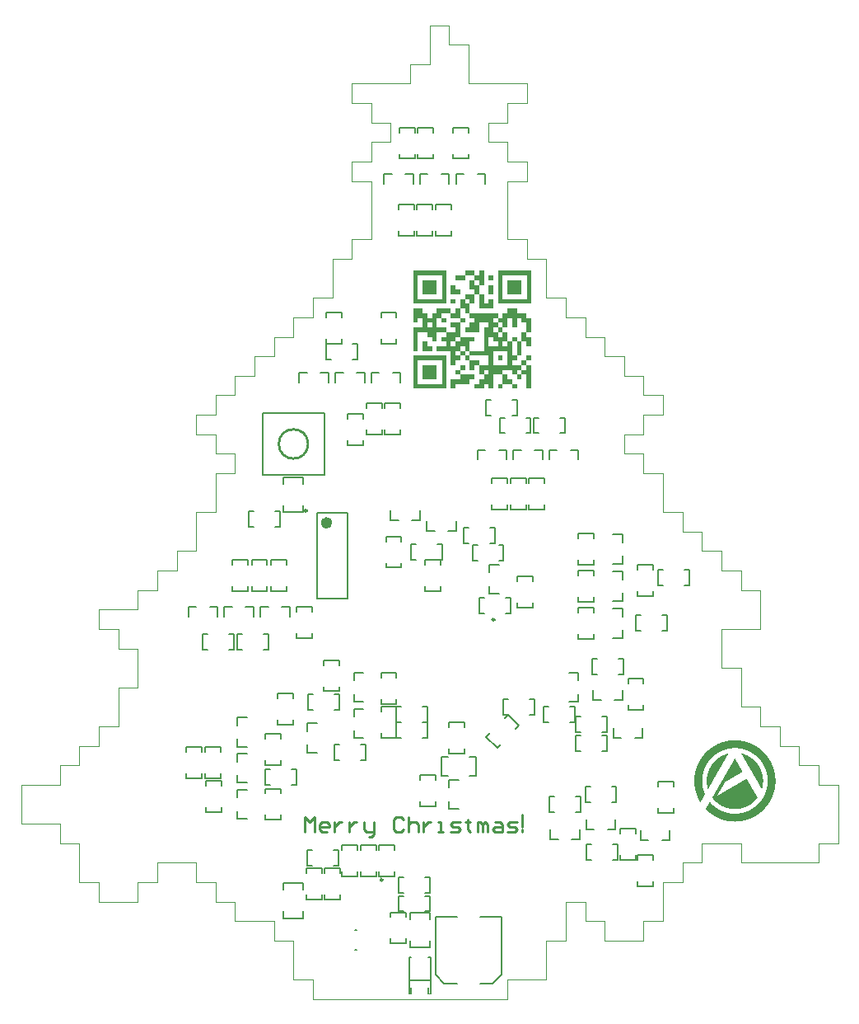
<source format=gto>
G04 Layer_Color=65535*
%FSLAX24Y24*%
%MOIN*%
G70*
G01*
G75*
%ADD33C,0.0236*%
%ADD37C,0.0098*%
%ADD42C,0.0049*%
%ADD46C,0.0100*%
%ADD47C,0.0079*%
%ADD48R,0.0079X0.0256*%
G36*
X-4439Y9925D02*
Y9921D01*
X-4442D01*
Y9918D01*
Y9914D01*
X-4446D01*
Y9910D01*
X-4450D01*
Y9907D01*
Y9903D01*
X-4453D01*
Y9899D01*
Y9896D01*
X-4461D01*
Y9892D01*
X-4457D01*
Y9888D01*
X-4461D01*
Y9885D01*
X-4464D01*
Y9881D01*
Y9877D01*
X-4468D01*
Y9874D01*
Y9870D01*
X-4472D01*
Y9866D01*
Y9863D01*
X-4475D01*
Y9859D01*
X-4479D01*
Y9855D01*
Y9852D01*
X-4483D01*
Y9848D01*
Y9844D01*
X-4486D01*
Y9841D01*
Y9837D01*
X-4490D01*
Y9834D01*
X-4494D01*
Y9830D01*
Y9826D01*
X-4497D01*
Y9823D01*
Y9819D01*
X-4501D01*
Y9815D01*
X-4505D01*
Y9812D01*
Y9808D01*
X-4508D01*
Y9804D01*
Y9801D01*
X-4516D01*
Y9797D01*
X-4512D01*
Y9793D01*
X-4516D01*
Y9790D01*
X-4519D01*
Y9786D01*
Y9782D01*
X-4523D01*
Y9779D01*
Y9775D01*
X-4526D01*
Y9771D01*
Y9768D01*
X-4530D01*
Y9764D01*
X-4534D01*
Y9760D01*
Y9757D01*
X-4537D01*
Y9753D01*
Y9749D01*
X-4541D01*
Y9746D01*
Y9742D01*
X-4545D01*
Y9739D01*
X-4548D01*
Y9735D01*
Y9731D01*
X-4552D01*
Y9728D01*
Y9724D01*
X-4556D01*
Y9720D01*
X-4559D01*
Y9717D01*
Y9713D01*
X-4563D01*
Y9709D01*
Y9706D01*
X-4570D01*
Y9702D01*
X-4567D01*
Y9698D01*
X-4570D01*
Y9695D01*
X-4574D01*
Y9691D01*
Y9687D01*
X-4578D01*
Y9684D01*
Y9680D01*
X-4581D01*
Y9676D01*
Y9673D01*
X-4585D01*
Y9669D01*
X-4589D01*
Y9665D01*
Y9662D01*
X-4592D01*
Y9658D01*
Y9654D01*
X-4596D01*
Y9651D01*
X-4600D01*
Y9647D01*
Y9644D01*
X-4603D01*
Y9640D01*
Y9636D01*
X-4611D01*
Y9633D01*
X-4607D01*
Y9629D01*
X-4611D01*
Y9625D01*
X-4614D01*
Y9622D01*
Y9618D01*
X-4618D01*
Y9614D01*
Y9611D01*
X-4621D01*
Y9607D01*
Y9603D01*
X-4625D01*
Y9600D01*
X-4629D01*
Y9596D01*
Y9592D01*
X-4632D01*
Y9589D01*
Y9585D01*
X-4636D01*
Y9581D01*
Y9578D01*
X-4640D01*
Y9574D01*
X-4643D01*
Y9570D01*
Y9567D01*
X-4647D01*
Y9563D01*
Y9559D01*
X-4651D01*
Y9556D01*
X-4654D01*
Y9552D01*
Y9549D01*
X-4658D01*
Y9545D01*
Y9541D01*
X-4665D01*
Y9538D01*
X-4662D01*
Y9534D01*
X-4665D01*
Y9530D01*
X-4669D01*
Y9527D01*
Y9523D01*
X-4673D01*
Y9519D01*
Y9516D01*
X-4676D01*
Y9512D01*
Y9508D01*
X-4680D01*
Y9505D01*
X-4684D01*
Y9501D01*
Y9497D01*
X-4687D01*
Y9494D01*
Y9490D01*
X-4691D01*
Y9486D01*
Y9483D01*
X-4695D01*
Y9479D01*
X-4698D01*
Y9475D01*
Y9472D01*
X-4702D01*
Y9468D01*
Y9464D01*
X-4706D01*
Y9461D01*
X-4709D01*
Y9457D01*
Y9454D01*
X-4713D01*
Y9450D01*
Y9446D01*
X-4720D01*
Y9443D01*
X-4716D01*
Y9439D01*
X-4720D01*
Y9435D01*
X-4724D01*
Y9432D01*
Y9428D01*
X-4727D01*
Y9424D01*
Y9421D01*
X-4731D01*
Y9417D01*
Y9413D01*
X-4735D01*
Y9410D01*
X-4738D01*
Y9406D01*
Y9402D01*
X-4742D01*
Y9399D01*
Y9395D01*
X-4746D01*
Y9391D01*
Y9388D01*
X-4749D01*
Y9384D01*
X-4753D01*
Y9380D01*
Y9377D01*
X-4757D01*
Y9373D01*
Y9369D01*
X-4760D01*
Y9366D01*
X-4764D01*
Y9362D01*
Y9359D01*
X-4768D01*
Y9355D01*
Y9351D01*
X-4775D01*
Y9348D01*
X-4771D01*
Y9344D01*
X-4775D01*
Y9340D01*
X-4779D01*
Y9337D01*
Y9333D01*
X-4782D01*
Y9329D01*
Y9326D01*
X-4786D01*
Y9322D01*
Y9318D01*
X-4790D01*
Y9315D01*
X-4793D01*
Y9311D01*
Y9307D01*
X-4797D01*
Y9304D01*
Y9300D01*
X-4801D01*
Y9296D01*
X-4804D01*
Y9293D01*
Y9289D01*
X-4808D01*
Y9285D01*
Y9282D01*
X-4815D01*
Y9278D01*
X-4811D01*
Y9274D01*
X-4815D01*
Y9271D01*
X-4819D01*
Y9267D01*
Y9263D01*
X-4822D01*
Y9260D01*
Y9256D01*
X-4826D01*
Y9253D01*
Y9249D01*
X-4830D01*
Y9245D01*
X-4833D01*
Y9242D01*
Y9238D01*
X-4837D01*
Y9234D01*
Y9231D01*
X-4841D01*
Y9227D01*
Y9223D01*
X-4844D01*
Y9220D01*
X-4848D01*
Y9216D01*
Y9212D01*
X-4852D01*
Y9209D01*
Y9205D01*
X-4855D01*
Y9201D01*
X-4859D01*
Y9198D01*
Y9194D01*
X-4863D01*
Y9190D01*
Y9187D01*
X-4870D01*
Y9183D01*
X-4866D01*
Y9179D01*
X-4870D01*
Y9176D01*
X-4874D01*
Y9172D01*
Y9168D01*
X-4877D01*
Y9165D01*
Y9161D01*
X-4881D01*
Y9158D01*
Y9154D01*
X-4885D01*
Y9150D01*
X-4888D01*
Y9147D01*
Y9143D01*
X-4892D01*
Y9139D01*
Y9136D01*
X-4896D01*
Y9132D01*
Y9128D01*
X-4899D01*
Y9125D01*
X-4903D01*
Y9121D01*
Y9117D01*
X-4906D01*
Y9114D01*
Y9110D01*
X-4910D01*
Y9106D01*
X-4914D01*
Y9103D01*
Y9099D01*
X-4917D01*
Y9095D01*
Y9092D01*
X-4925D01*
Y9088D01*
X-4921D01*
Y9084D01*
X-4925D01*
Y9081D01*
X-4928D01*
Y9077D01*
Y9073D01*
X-4932D01*
Y9070D01*
Y9066D01*
X-4936D01*
Y9063D01*
Y9059D01*
X-4939D01*
Y9055D01*
X-4943D01*
Y9052D01*
Y9048D01*
X-4947D01*
Y9044D01*
Y9041D01*
X-4950D01*
Y9037D01*
Y9033D01*
X-4954D01*
Y9030D01*
X-4958D01*
Y9026D01*
Y9022D01*
X-4961D01*
Y9019D01*
Y9015D01*
X-4965D01*
Y9011D01*
X-4969D01*
Y9008D01*
Y9004D01*
X-4972D01*
Y9000D01*
Y8997D01*
X-4980D01*
Y8993D01*
X-4976D01*
Y8989D01*
X-4980D01*
Y8986D01*
X-4983D01*
Y8982D01*
Y8978D01*
X-4987D01*
Y8975D01*
Y8971D01*
X-4991D01*
Y8968D01*
Y8964D01*
X-4994D01*
Y8960D01*
X-4998D01*
Y8957D01*
Y8953D01*
X-5002D01*
Y8949D01*
Y8946D01*
X-5005D01*
Y8942D01*
X-5009D01*
Y8938D01*
Y8935D01*
X-5012D01*
Y8931D01*
Y8927D01*
X-5020D01*
Y8924D01*
X-5016D01*
Y8920D01*
X-5020D01*
Y8916D01*
X-5023D01*
Y8913D01*
Y8909D01*
X-5027D01*
Y8905D01*
Y8902D01*
X-5031D01*
Y8898D01*
Y8894D01*
X-5034D01*
Y8891D01*
X-5038D01*
Y8887D01*
Y8883D01*
X-5042D01*
Y8880D01*
Y8876D01*
X-5045D01*
Y8873D01*
Y8869D01*
X-5049D01*
Y8865D01*
X-5053D01*
Y8862D01*
Y8858D01*
X-5056D01*
Y8854D01*
Y8851D01*
X-5060D01*
Y8847D01*
X-5064D01*
Y8843D01*
Y8840D01*
X-5067D01*
Y8836D01*
Y8832D01*
X-5075D01*
Y8829D01*
X-5071D01*
Y8825D01*
X-5075D01*
Y8821D01*
X-5078D01*
Y8818D01*
Y8814D01*
X-5082D01*
Y8810D01*
Y8807D01*
X-5086D01*
Y8803D01*
Y8799D01*
X-5089D01*
Y8796D01*
X-5093D01*
Y8792D01*
Y8788D01*
X-5096D01*
Y8785D01*
Y8781D01*
X-5100D01*
Y8778D01*
Y8774D01*
X-5104D01*
Y8770D01*
X-5107D01*
Y8767D01*
Y8763D01*
X-5111D01*
Y8759D01*
Y8756D01*
X-5115D01*
Y8752D01*
X-5118D01*
Y8748D01*
Y8745D01*
X-5122D01*
Y8741D01*
Y8737D01*
X-5129D01*
Y8734D01*
X-5126D01*
Y8730D01*
X-5129D01*
Y8726D01*
X-5133D01*
Y8723D01*
Y8719D01*
X-5137D01*
Y8715D01*
Y8712D01*
X-5140D01*
Y8708D01*
Y8704D01*
X-5144D01*
Y8701D01*
X-5148D01*
Y8697D01*
Y8693D01*
X-5151D01*
Y8690D01*
Y8686D01*
X-5155D01*
Y8683D01*
Y8679D01*
X-5159D01*
Y8675D01*
X-5162D01*
Y8672D01*
Y8668D01*
X-5170D01*
Y8664D01*
X-5166D01*
Y8661D01*
X-5170D01*
Y8657D01*
X-5173D01*
Y8653D01*
Y8650D01*
X-5177D01*
Y8646D01*
Y8642D01*
X-5184D01*
Y8639D01*
X-5181D01*
Y8635D01*
X-5184D01*
Y8631D01*
X-5188D01*
Y8628D01*
Y8624D01*
X-5192D01*
Y8620D01*
Y8617D01*
X-5195D01*
Y8613D01*
Y8609D01*
X-5199D01*
Y8606D01*
X-5202D01*
Y8602D01*
Y8598D01*
X-5206D01*
Y8595D01*
Y8591D01*
X-5210D01*
Y8588D01*
X-5213D01*
Y8584D01*
Y8580D01*
X-5217D01*
Y8577D01*
Y8573D01*
X-5224D01*
Y8569D01*
X-5221D01*
Y8566D01*
X-5224D01*
Y8562D01*
X-5228D01*
Y8558D01*
Y8555D01*
X-5232D01*
Y8551D01*
Y8547D01*
X-5235D01*
Y8544D01*
Y8540D01*
X-5239D01*
Y8536D01*
X-5243D01*
Y8533D01*
Y8529D01*
X-5246D01*
Y8525D01*
Y8522D01*
X-5250D01*
Y8518D01*
Y8514D01*
X-5254D01*
Y8511D01*
X-5257D01*
Y8507D01*
Y8503D01*
X-5261D01*
Y8500D01*
Y8496D01*
X-5265D01*
Y8493D01*
X-5268D01*
Y8489D01*
Y8485D01*
X-5272D01*
Y8489D01*
Y8493D01*
Y8496D01*
X-5276D01*
Y8500D01*
Y8503D01*
Y8507D01*
Y8511D01*
X-5279D01*
Y8514D01*
Y8518D01*
Y8522D01*
X-5283D01*
Y8525D01*
Y8529D01*
Y8533D01*
Y8536D01*
X-5287D01*
Y8540D01*
Y8544D01*
Y8547D01*
Y8551D01*
X-5290D01*
Y8555D01*
Y8558D01*
Y8562D01*
Y8566D01*
X-5294D01*
Y8569D01*
Y8573D01*
Y8577D01*
Y8580D01*
Y8584D01*
X-5297D01*
Y8588D01*
Y8591D01*
Y8595D01*
Y8598D01*
Y8602D01*
X-5301D01*
Y8606D01*
Y8609D01*
Y8613D01*
Y8617D01*
Y8620D01*
Y8624D01*
X-5305D01*
Y8628D01*
Y8631D01*
Y8635D01*
Y8639D01*
Y8642D01*
Y8646D01*
X-5308D01*
Y8650D01*
Y8653D01*
Y8657D01*
Y8661D01*
Y8664D01*
Y8668D01*
Y8672D01*
X-5312D01*
Y8675D01*
Y8679D01*
Y8683D01*
Y8686D01*
Y8690D01*
Y8693D01*
Y8697D01*
Y8701D01*
Y8704D01*
X-5316D01*
Y8708D01*
Y8712D01*
Y8715D01*
Y8719D01*
Y8723D01*
Y8726D01*
Y8730D01*
Y8734D01*
Y8737D01*
Y8741D01*
Y8745D01*
Y8748D01*
X-5319D01*
Y8752D01*
Y8756D01*
Y8759D01*
Y8763D01*
Y8767D01*
Y8770D01*
Y8774D01*
Y8778D01*
Y8781D01*
Y8785D01*
Y8788D01*
Y8792D01*
Y8796D01*
Y8799D01*
Y8803D01*
Y8807D01*
Y8810D01*
Y8814D01*
Y8818D01*
Y8821D01*
Y8825D01*
Y8829D01*
Y8832D01*
Y8836D01*
Y8840D01*
Y8843D01*
Y8847D01*
Y8851D01*
Y8854D01*
Y8858D01*
Y8862D01*
Y8865D01*
Y8869D01*
Y8873D01*
Y8876D01*
Y8880D01*
Y8883D01*
Y8887D01*
X-5316D01*
Y8891D01*
Y8894D01*
Y8898D01*
Y8902D01*
Y8905D01*
Y8909D01*
Y8913D01*
Y8916D01*
Y8920D01*
Y8924D01*
Y8927D01*
Y8931D01*
X-5312D01*
Y8935D01*
Y8938D01*
Y8942D01*
Y8946D01*
Y8949D01*
Y8953D01*
Y8957D01*
Y8960D01*
Y8964D01*
X-5308D01*
Y8968D01*
Y8971D01*
Y8975D01*
Y8978D01*
Y8982D01*
Y8986D01*
Y8989D01*
X-5305D01*
Y8993D01*
Y8997D01*
Y9000D01*
Y9004D01*
Y9008D01*
Y9011D01*
X-5301D01*
Y9015D01*
Y9019D01*
Y9022D01*
Y9026D01*
Y9030D01*
Y9033D01*
X-5297D01*
Y9037D01*
Y9041D01*
Y9044D01*
Y9048D01*
Y9052D01*
X-5294D01*
Y9055D01*
Y9059D01*
Y9063D01*
Y9066D01*
Y9070D01*
X-5290D01*
Y9073D01*
Y9077D01*
Y9081D01*
Y9084D01*
X-5287D01*
Y9088D01*
Y9092D01*
Y9095D01*
Y9099D01*
X-5283D01*
Y9103D01*
Y9106D01*
Y9110D01*
Y9114D01*
X-5279D01*
Y9117D01*
Y9121D01*
Y9125D01*
X-5276D01*
Y9128D01*
Y9132D01*
Y9136D01*
Y9139D01*
X-5272D01*
Y9143D01*
Y9147D01*
Y9150D01*
X-5268D01*
Y9154D01*
Y9158D01*
Y9161D01*
X-5265D01*
Y9165D01*
Y9168D01*
Y9172D01*
Y9176D01*
X-5261D01*
Y9179D01*
Y9183D01*
Y9187D01*
X-5257D01*
Y9190D01*
Y9194D01*
X-5254D01*
Y9198D01*
Y9201D01*
Y9205D01*
X-5250D01*
Y9209D01*
Y9212D01*
Y9216D01*
X-5246D01*
Y9220D01*
Y9223D01*
Y9227D01*
X-5243D01*
Y9231D01*
Y9234D01*
X-5239D01*
Y9238D01*
Y9242D01*
Y9245D01*
X-5235D01*
Y9249D01*
Y9253D01*
X-5232D01*
Y9256D01*
Y9260D01*
Y9263D01*
X-5228D01*
Y9267D01*
Y9271D01*
X-5224D01*
Y9274D01*
Y9278D01*
X-5221D01*
Y9282D01*
Y9285D01*
X-5217D01*
Y9289D01*
Y9293D01*
Y9296D01*
X-5213D01*
Y9300D01*
Y9304D01*
X-5210D01*
Y9307D01*
Y9311D01*
X-5206D01*
Y9315D01*
Y9318D01*
X-5202D01*
Y9322D01*
Y9326D01*
X-5199D01*
Y9329D01*
Y9333D01*
X-5195D01*
Y9337D01*
Y9340D01*
X-5192D01*
Y9344D01*
Y9348D01*
X-5188D01*
Y9351D01*
Y9355D01*
X-5184D01*
Y9359D01*
Y9362D01*
X-5181D01*
Y9366D01*
X-5177D01*
Y9369D01*
Y9373D01*
X-5173D01*
Y9377D01*
Y9380D01*
X-5170D01*
Y9384D01*
Y9388D01*
X-5166D01*
Y9391D01*
X-5162D01*
Y9395D01*
Y9399D01*
X-5159D01*
Y9402D01*
Y9406D01*
X-5155D01*
Y9410D01*
X-5151D01*
Y9413D01*
Y9417D01*
X-5148D01*
Y9421D01*
Y9424D01*
X-5144D01*
Y9428D01*
X-5140D01*
Y9432D01*
Y9435D01*
X-5137D01*
Y9439D01*
X-5133D01*
Y9443D01*
Y9446D01*
X-5129D01*
Y9450D01*
X-5126D01*
Y9454D01*
Y9457D01*
X-5122D01*
Y9461D01*
X-5118D01*
Y9464D01*
Y9468D01*
X-5115D01*
Y9472D01*
X-5111D01*
Y9475D01*
Y9479D01*
X-5107D01*
Y9483D01*
X-5104D01*
Y9486D01*
X-5100D01*
Y9490D01*
Y9494D01*
X-5096D01*
Y9497D01*
X-5093D01*
Y9501D01*
X-5089D01*
Y9505D01*
Y9508D01*
X-5086D01*
Y9512D01*
X-5082D01*
Y9516D01*
X-5078D01*
Y9519D01*
Y9523D01*
X-5075D01*
Y9527D01*
X-5071D01*
Y9530D01*
X-5067D01*
Y9534D01*
X-5064D01*
Y9538D01*
Y9541D01*
X-5060D01*
Y9545D01*
X-5056D01*
Y9549D01*
X-5053D01*
Y9552D01*
X-5049D01*
Y9556D01*
X-5045D01*
Y9559D01*
Y9563D01*
X-5042D01*
Y9567D01*
X-5038D01*
Y9570D01*
X-5034D01*
Y9574D01*
X-5031D01*
Y9578D01*
X-5027D01*
Y9581D01*
X-5023D01*
Y9585D01*
X-5020D01*
Y9589D01*
X-5016D01*
Y9592D01*
Y9596D01*
X-5012D01*
Y9600D01*
X-5009D01*
Y9603D01*
X-5005D01*
Y9607D01*
X-5002D01*
Y9611D01*
X-4998D01*
Y9614D01*
X-4994D01*
Y9618D01*
X-4991D01*
Y9622D01*
X-4987D01*
Y9625D01*
X-4983D01*
Y9629D01*
X-4980D01*
Y9633D01*
X-4976D01*
Y9636D01*
X-4972D01*
Y9640D01*
X-4969D01*
Y9644D01*
X-4965D01*
Y9647D01*
X-4961D01*
Y9651D01*
X-4958D01*
Y9654D01*
X-4950D01*
Y9658D01*
X-4947D01*
Y9662D01*
X-4943D01*
Y9665D01*
X-4939D01*
Y9669D01*
X-4936D01*
Y9673D01*
X-4932D01*
Y9676D01*
X-4928D01*
Y9680D01*
X-4925D01*
Y9684D01*
X-4917D01*
Y9687D01*
X-4914D01*
Y9691D01*
X-4910D01*
Y9695D01*
X-4906D01*
Y9698D01*
X-4903D01*
Y9702D01*
X-4896D01*
Y9706D01*
X-4892D01*
Y9709D01*
X-4888D01*
Y9713D01*
X-4885D01*
Y9717D01*
X-4877D01*
Y9720D01*
X-4874D01*
Y9724D01*
X-4870D01*
Y9728D01*
X-4863D01*
Y9731D01*
X-4859D01*
Y9735D01*
X-4855D01*
Y9739D01*
X-4848D01*
Y9742D01*
X-4844D01*
Y9746D01*
X-4841D01*
Y9749D01*
X-4833D01*
Y9753D01*
X-4830D01*
Y9757D01*
X-4822D01*
Y9760D01*
X-4819D01*
Y9764D01*
X-4811D01*
Y9768D01*
X-4808D01*
Y9771D01*
X-4801D01*
Y9775D01*
X-4797D01*
Y9779D01*
X-4790D01*
Y9782D01*
X-4786D01*
Y9786D01*
X-4779D01*
Y9790D01*
X-4771D01*
Y9793D01*
X-4768D01*
Y9797D01*
X-4760D01*
Y9801D01*
X-4753D01*
Y9804D01*
X-4749D01*
Y9808D01*
X-4742D01*
Y9812D01*
X-4735D01*
Y9815D01*
X-4727D01*
Y9819D01*
X-4724D01*
Y9823D01*
X-4716D01*
Y9826D01*
X-4709D01*
Y9830D01*
X-4702D01*
Y9834D01*
X-4695D01*
Y9837D01*
X-4687D01*
Y9841D01*
X-4680D01*
Y9844D01*
X-4673D01*
Y9848D01*
X-4665D01*
Y9852D01*
X-4658D01*
Y9855D01*
X-4647D01*
Y9859D01*
X-4640D01*
Y9863D01*
X-4632D01*
Y9866D01*
X-4625D01*
Y9870D01*
X-4614D01*
Y9874D01*
X-4611D01*
Y9870D01*
X-4607D01*
Y9874D01*
Y9877D01*
X-4596D01*
Y9881D01*
X-4589D01*
Y9885D01*
X-4578D01*
Y9888D01*
X-4567D01*
Y9892D01*
X-4556D01*
Y9896D01*
X-4548D01*
Y9899D01*
X-4537D01*
Y9903D01*
X-4523D01*
Y9907D01*
X-4512D01*
Y9910D01*
X-4501D01*
Y9914D01*
X-4486D01*
Y9918D01*
X-4475D01*
Y9921D01*
X-4461D01*
Y9925D01*
X-4446D01*
Y9929D01*
X-4439D01*
Y9925D01*
D02*
G37*
G36*
X-15864Y25989D02*
Y25968D01*
Y25947D01*
Y25926D01*
Y25904D01*
Y25883D01*
Y25862D01*
Y25841D01*
Y25820D01*
Y25798D01*
Y25777D01*
Y25756D01*
Y25735D01*
Y25714D01*
Y25693D01*
Y25671D01*
Y25650D01*
Y25629D01*
Y25608D01*
Y25587D01*
Y25565D01*
Y25544D01*
Y25523D01*
Y25502D01*
Y25481D01*
Y25460D01*
Y25438D01*
Y25417D01*
Y25396D01*
Y25375D01*
Y25354D01*
Y25333D01*
Y25311D01*
Y25290D01*
Y25269D01*
Y25248D01*
Y25227D01*
Y25205D01*
Y25184D01*
Y25163D01*
Y25142D01*
Y25121D01*
Y25100D01*
Y25078D01*
Y25057D01*
Y25036D01*
Y25015D01*
Y24994D01*
Y24972D01*
Y24951D01*
Y24930D01*
Y24909D01*
Y24888D01*
Y24867D01*
Y24845D01*
Y24824D01*
Y24803D01*
Y24782D01*
Y24761D01*
Y24740D01*
Y24718D01*
Y24697D01*
Y24676D01*
X-17177D01*
Y24697D01*
Y24718D01*
Y24740D01*
Y24761D01*
Y24782D01*
Y24803D01*
Y24824D01*
Y24845D01*
Y24867D01*
Y24888D01*
Y24909D01*
Y24930D01*
Y24951D01*
Y24972D01*
Y24994D01*
Y25015D01*
Y25036D01*
Y25057D01*
Y25078D01*
Y25100D01*
Y25121D01*
Y25142D01*
Y25163D01*
Y25184D01*
Y25205D01*
Y25227D01*
Y25248D01*
Y25269D01*
Y25290D01*
Y25311D01*
Y25333D01*
Y25354D01*
Y25375D01*
Y25396D01*
Y25417D01*
Y25438D01*
Y25460D01*
Y25481D01*
Y25502D01*
Y25523D01*
Y25544D01*
Y25565D01*
Y25587D01*
Y25608D01*
Y25629D01*
Y25650D01*
Y25671D01*
Y25693D01*
Y25714D01*
Y25735D01*
Y25756D01*
Y25777D01*
Y25798D01*
Y25820D01*
Y25841D01*
Y25862D01*
Y25883D01*
Y25904D01*
Y25926D01*
Y25947D01*
Y25968D01*
Y25989D01*
Y26010D01*
X-15864D01*
Y25989D01*
D02*
G37*
G36*
X-12624Y26942D02*
Y26921D01*
Y26900D01*
Y26879D01*
Y26857D01*
Y26836D01*
Y26815D01*
Y26794D01*
Y26773D01*
X-12433D01*
Y26751D01*
Y26730D01*
Y26709D01*
Y26688D01*
Y26667D01*
Y26646D01*
Y26624D01*
Y26603D01*
Y26582D01*
Y26561D01*
Y26540D01*
Y26519D01*
Y26497D01*
Y26476D01*
Y26455D01*
Y26434D01*
Y26413D01*
Y26391D01*
X-12624D01*
Y26413D01*
Y26434D01*
Y26455D01*
Y26476D01*
Y26497D01*
Y26519D01*
Y26540D01*
Y26561D01*
Y26582D01*
X-12814D01*
Y26603D01*
Y26624D01*
Y26646D01*
Y26667D01*
Y26688D01*
Y26709D01*
Y26730D01*
Y26751D01*
Y26773D01*
Y26794D01*
Y26815D01*
Y26836D01*
Y26857D01*
Y26879D01*
Y26900D01*
Y26921D01*
Y26942D01*
Y26963D01*
X-12624D01*
Y26942D01*
D02*
G37*
G36*
X-15864Y29420D02*
Y29399D01*
Y29378D01*
Y29356D01*
Y29335D01*
Y29314D01*
Y29293D01*
Y29272D01*
Y29251D01*
Y29229D01*
Y29208D01*
Y29187D01*
Y29166D01*
Y29145D01*
Y29123D01*
Y29102D01*
Y29081D01*
Y29060D01*
Y29039D01*
Y29018D01*
Y28996D01*
Y28975D01*
Y28954D01*
Y28933D01*
Y28912D01*
Y28891D01*
Y28869D01*
Y28848D01*
Y28827D01*
Y28806D01*
Y28785D01*
Y28763D01*
Y28742D01*
Y28721D01*
Y28700D01*
Y28679D01*
Y28658D01*
Y28636D01*
Y28615D01*
Y28594D01*
Y28573D01*
Y28552D01*
Y28530D01*
Y28509D01*
Y28488D01*
Y28467D01*
Y28446D01*
Y28425D01*
Y28403D01*
Y28382D01*
Y28361D01*
Y28340D01*
Y28319D01*
Y28298D01*
Y28276D01*
Y28255D01*
Y28234D01*
Y28213D01*
Y28192D01*
Y28170D01*
Y28149D01*
Y28128D01*
Y28107D01*
X-17177D01*
Y28128D01*
Y28149D01*
Y28170D01*
Y28192D01*
Y28213D01*
Y28234D01*
Y28255D01*
Y28276D01*
Y28298D01*
Y28319D01*
Y28340D01*
Y28361D01*
Y28382D01*
Y28403D01*
Y28425D01*
Y28446D01*
Y28467D01*
Y28488D01*
Y28509D01*
Y28530D01*
Y28552D01*
Y28573D01*
Y28594D01*
Y28615D01*
Y28636D01*
Y28658D01*
Y28679D01*
Y28700D01*
Y28721D01*
Y28742D01*
Y28763D01*
Y28785D01*
Y28806D01*
Y28827D01*
Y28848D01*
Y28869D01*
Y28891D01*
Y28912D01*
Y28933D01*
Y28954D01*
Y28975D01*
Y28996D01*
Y29018D01*
Y29039D01*
Y29060D01*
Y29081D01*
Y29102D01*
Y29123D01*
Y29145D01*
Y29166D01*
Y29187D01*
Y29208D01*
Y29229D01*
Y29251D01*
Y29272D01*
Y29293D01*
Y29314D01*
Y29335D01*
Y29356D01*
Y29378D01*
Y29399D01*
Y29420D01*
Y29441D01*
X-15864D01*
Y29420D01*
D02*
G37*
G36*
X-14721Y29039D02*
Y29018D01*
Y28996D01*
Y28975D01*
Y28954D01*
Y28933D01*
Y28912D01*
Y28891D01*
Y28869D01*
X-14530D01*
Y28848D01*
Y28827D01*
Y28806D01*
Y28785D01*
Y28763D01*
Y28742D01*
Y28721D01*
Y28700D01*
Y28679D01*
Y28658D01*
Y28636D01*
Y28615D01*
Y28594D01*
Y28573D01*
Y28552D01*
Y28530D01*
Y28509D01*
Y28488D01*
X-14339D01*
Y28467D01*
Y28446D01*
Y28425D01*
Y28403D01*
Y28382D01*
Y28361D01*
Y28340D01*
Y28319D01*
Y28298D01*
Y28276D01*
Y28255D01*
Y28234D01*
Y28213D01*
Y28192D01*
Y28170D01*
Y28149D01*
Y28128D01*
Y28107D01*
X-14149D01*
Y28128D01*
Y28149D01*
Y28170D01*
Y28192D01*
Y28213D01*
Y28234D01*
Y28255D01*
Y28276D01*
Y28298D01*
X-13958D01*
Y28276D01*
Y28255D01*
Y28234D01*
Y28213D01*
Y28192D01*
Y28170D01*
Y28149D01*
Y28128D01*
Y28107D01*
Y28086D01*
Y28065D01*
Y28043D01*
Y28022D01*
Y28001D01*
Y27980D01*
Y27959D01*
Y27937D01*
Y27916D01*
X-14530D01*
Y27937D01*
Y27959D01*
Y27980D01*
Y28001D01*
Y28022D01*
Y28043D01*
Y28065D01*
Y28086D01*
Y28107D01*
Y28128D01*
Y28149D01*
Y28170D01*
Y28192D01*
Y28213D01*
Y28234D01*
Y28255D01*
Y28276D01*
Y28298D01*
Y28319D01*
Y28340D01*
Y28361D01*
Y28382D01*
Y28403D01*
Y28425D01*
Y28446D01*
Y28467D01*
Y28488D01*
X-14721D01*
Y28509D01*
Y28530D01*
Y28552D01*
Y28573D01*
Y28594D01*
Y28615D01*
Y28636D01*
Y28658D01*
Y28679D01*
X-14911D01*
Y28700D01*
Y28721D01*
Y28742D01*
Y28763D01*
Y28785D01*
Y28806D01*
Y28827D01*
Y28848D01*
Y28869D01*
Y28891D01*
Y28912D01*
Y28933D01*
Y28954D01*
Y28975D01*
Y28996D01*
Y29018D01*
Y29039D01*
Y29060D01*
X-14721D01*
Y29039D01*
D02*
G37*
G36*
X-15102Y28276D02*
Y28255D01*
Y28234D01*
Y28213D01*
Y28192D01*
Y28170D01*
Y28149D01*
Y28128D01*
Y28107D01*
X-14911D01*
Y28086D01*
Y28065D01*
Y28043D01*
Y28022D01*
Y28001D01*
Y27980D01*
Y27959D01*
Y27937D01*
Y27916D01*
Y27895D01*
Y27874D01*
Y27853D01*
Y27832D01*
Y27810D01*
Y27789D01*
Y27768D01*
Y27747D01*
Y27726D01*
X-13768D01*
Y27705D01*
Y27683D01*
Y27662D01*
Y27641D01*
Y27620D01*
Y27599D01*
Y27577D01*
Y27556D01*
Y27535D01*
X-13577D01*
Y27556D01*
Y27577D01*
Y27599D01*
Y27620D01*
Y27641D01*
Y27662D01*
Y27683D01*
Y27705D01*
Y27726D01*
X-13386D01*
Y27747D01*
Y27768D01*
Y27789D01*
Y27810D01*
Y27832D01*
Y27853D01*
Y27874D01*
Y27895D01*
Y27916D01*
X-13005D01*
Y27895D01*
Y27874D01*
Y27853D01*
Y27832D01*
Y27810D01*
Y27789D01*
Y27768D01*
Y27747D01*
Y27726D01*
X-12624D01*
Y27705D01*
Y27683D01*
Y27662D01*
Y27641D01*
Y27620D01*
Y27599D01*
Y27577D01*
Y27556D01*
Y27535D01*
X-12433D01*
Y27514D01*
Y27493D01*
Y27472D01*
Y27450D01*
Y27429D01*
Y27408D01*
Y27387D01*
Y27366D01*
Y27344D01*
Y27323D01*
Y27302D01*
Y27281D01*
Y27260D01*
Y27239D01*
Y27217D01*
Y27196D01*
Y27175D01*
Y27154D01*
Y27133D01*
Y27111D01*
Y27090D01*
Y27069D01*
Y27048D01*
Y27027D01*
Y27006D01*
Y26984D01*
Y26963D01*
X-12624D01*
Y26984D01*
Y27006D01*
Y27027D01*
Y27048D01*
Y27069D01*
Y27090D01*
Y27111D01*
Y27133D01*
Y27154D01*
Y27175D01*
Y27196D01*
Y27217D01*
Y27239D01*
Y27260D01*
Y27281D01*
Y27302D01*
Y27323D01*
Y27344D01*
X-12814D01*
Y27366D01*
Y27387D01*
Y27408D01*
Y27429D01*
Y27450D01*
Y27472D01*
Y27493D01*
Y27514D01*
Y27535D01*
X-13005D01*
Y27514D01*
Y27493D01*
Y27472D01*
Y27450D01*
Y27429D01*
Y27408D01*
Y27387D01*
Y27366D01*
Y27344D01*
Y27323D01*
Y27302D01*
Y27281D01*
Y27260D01*
Y27239D01*
Y27217D01*
Y27196D01*
Y27175D01*
Y27154D01*
X-13196D01*
Y27175D01*
Y27196D01*
Y27217D01*
Y27239D01*
Y27260D01*
Y27281D01*
Y27302D01*
Y27323D01*
Y27344D01*
Y27366D01*
Y27387D01*
Y27408D01*
Y27429D01*
Y27450D01*
Y27472D01*
Y27493D01*
Y27514D01*
Y27535D01*
X-13386D01*
Y27514D01*
Y27493D01*
Y27472D01*
Y27450D01*
Y27429D01*
Y27408D01*
Y27387D01*
Y27366D01*
Y27344D01*
Y27323D01*
Y27302D01*
Y27281D01*
Y27260D01*
Y27239D01*
Y27217D01*
Y27196D01*
Y27175D01*
Y27154D01*
X-13577D01*
Y27175D01*
Y27196D01*
Y27217D01*
Y27239D01*
Y27260D01*
Y27281D01*
Y27302D01*
Y27323D01*
Y27344D01*
X-13768D01*
Y27366D01*
Y27387D01*
Y27408D01*
Y27429D01*
Y27450D01*
Y27472D01*
Y27493D01*
Y27514D01*
Y27535D01*
X-13958D01*
Y27514D01*
Y27493D01*
Y27472D01*
Y27450D01*
Y27429D01*
Y27408D01*
Y27387D01*
Y27366D01*
Y27344D01*
X-13768D01*
Y27323D01*
Y27302D01*
Y27281D01*
Y27260D01*
Y27239D01*
Y27217D01*
Y27196D01*
Y27175D01*
Y27154D01*
X-13577D01*
Y27133D01*
Y27111D01*
Y27090D01*
Y27069D01*
Y27048D01*
Y27027D01*
Y27006D01*
Y26984D01*
Y26963D01*
X-13386D01*
Y26942D01*
Y26921D01*
Y26900D01*
Y26879D01*
Y26857D01*
Y26836D01*
Y26815D01*
Y26794D01*
Y26773D01*
Y26751D01*
Y26730D01*
Y26709D01*
Y26688D01*
Y26667D01*
Y26646D01*
Y26624D01*
Y26603D01*
Y26582D01*
X-13196D01*
Y26561D01*
Y26540D01*
Y26519D01*
Y26497D01*
Y26476D01*
Y26455D01*
Y26434D01*
Y26413D01*
Y26391D01*
Y26370D01*
Y26349D01*
Y26328D01*
Y26307D01*
Y26286D01*
Y26264D01*
Y26243D01*
Y26222D01*
Y26201D01*
Y26180D01*
Y26158D01*
Y26137D01*
Y26116D01*
Y26095D01*
Y26074D01*
Y26053D01*
Y26031D01*
Y26010D01*
X-13005D01*
Y25989D01*
Y25968D01*
Y25947D01*
Y25926D01*
Y25904D01*
Y25883D01*
Y25862D01*
Y25841D01*
Y25820D01*
X-13196D01*
Y25798D01*
Y25777D01*
Y25756D01*
Y25735D01*
Y25714D01*
Y25693D01*
Y25671D01*
Y25650D01*
Y25629D01*
X-12814D01*
Y25608D01*
Y25587D01*
Y25565D01*
Y25544D01*
Y25523D01*
Y25502D01*
Y25481D01*
Y25460D01*
Y25438D01*
X-12624D01*
Y25460D01*
Y25481D01*
Y25502D01*
Y25523D01*
Y25544D01*
Y25565D01*
Y25587D01*
Y25608D01*
Y25629D01*
X-12814D01*
Y25650D01*
Y25671D01*
Y25693D01*
Y25714D01*
Y25735D01*
Y25756D01*
Y25777D01*
Y25798D01*
Y25820D01*
X-12624D01*
Y25798D01*
Y25777D01*
Y25756D01*
Y25735D01*
Y25714D01*
Y25693D01*
Y25671D01*
Y25650D01*
Y25629D01*
X-12433D01*
Y25608D01*
Y25587D01*
Y25565D01*
Y25544D01*
Y25523D01*
Y25502D01*
Y25481D01*
Y25460D01*
Y25438D01*
Y25417D01*
Y25396D01*
Y25375D01*
Y25354D01*
Y25333D01*
Y25311D01*
Y25290D01*
Y25269D01*
Y25248D01*
Y25227D01*
Y25205D01*
Y25184D01*
Y25163D01*
Y25142D01*
Y25121D01*
Y25100D01*
Y25078D01*
Y25057D01*
Y25036D01*
Y25015D01*
Y24994D01*
Y24972D01*
Y24951D01*
Y24930D01*
Y24909D01*
Y24888D01*
Y24867D01*
Y24845D01*
Y24824D01*
Y24803D01*
Y24782D01*
Y24761D01*
Y24740D01*
Y24718D01*
Y24697D01*
Y24676D01*
X-12624D01*
Y24697D01*
Y24718D01*
Y24740D01*
Y24761D01*
Y24782D01*
Y24803D01*
Y24824D01*
Y24845D01*
Y24867D01*
Y24888D01*
Y24909D01*
Y24930D01*
Y24951D01*
Y24972D01*
Y24994D01*
Y25015D01*
Y25036D01*
Y25057D01*
Y25078D01*
Y25100D01*
Y25121D01*
Y25142D01*
Y25163D01*
Y25184D01*
Y25205D01*
Y25227D01*
Y25248D01*
X-12814D01*
Y25269D01*
Y25290D01*
Y25311D01*
Y25333D01*
Y25354D01*
Y25375D01*
Y25396D01*
Y25417D01*
Y25438D01*
X-13005D01*
Y25417D01*
Y25396D01*
Y25375D01*
Y25354D01*
Y25333D01*
Y25311D01*
Y25290D01*
Y25269D01*
Y25248D01*
X-12814D01*
Y25227D01*
Y25205D01*
Y25184D01*
Y25163D01*
Y25142D01*
Y25121D01*
Y25100D01*
Y25078D01*
Y25057D01*
X-13005D01*
Y25078D01*
Y25100D01*
Y25121D01*
Y25142D01*
Y25163D01*
Y25184D01*
Y25205D01*
Y25227D01*
Y25248D01*
X-13196D01*
Y25269D01*
Y25290D01*
Y25311D01*
Y25333D01*
Y25354D01*
Y25375D01*
Y25396D01*
Y25417D01*
Y25438D01*
X-13577D01*
Y25417D01*
Y25396D01*
Y25375D01*
Y25354D01*
Y25333D01*
Y25311D01*
Y25290D01*
Y25269D01*
Y25248D01*
X-13386D01*
Y25227D01*
Y25205D01*
Y25184D01*
Y25163D01*
Y25142D01*
Y25121D01*
Y25100D01*
Y25078D01*
Y25057D01*
X-13196D01*
Y25036D01*
Y25015D01*
Y24994D01*
Y24972D01*
Y24951D01*
Y24930D01*
Y24909D01*
Y24888D01*
Y24867D01*
X-13005D01*
Y24845D01*
Y24824D01*
Y24803D01*
Y24782D01*
Y24761D01*
Y24740D01*
Y24718D01*
Y24697D01*
Y24676D01*
X-13196D01*
Y24697D01*
Y24718D01*
Y24740D01*
Y24761D01*
Y24782D01*
Y24803D01*
Y24824D01*
Y24845D01*
Y24867D01*
X-13577D01*
Y24888D01*
Y24909D01*
Y24930D01*
Y24951D01*
Y24972D01*
Y24994D01*
Y25015D01*
Y25036D01*
Y25057D01*
Y25078D01*
Y25100D01*
Y25121D01*
Y25142D01*
Y25163D01*
Y25184D01*
Y25205D01*
Y25227D01*
Y25248D01*
X-13958D01*
Y25227D01*
Y25205D01*
Y25184D01*
Y25163D01*
Y25142D01*
Y25121D01*
Y25100D01*
Y25078D01*
Y25057D01*
Y25036D01*
Y25015D01*
Y24994D01*
Y24972D01*
Y24951D01*
Y24930D01*
Y24909D01*
Y24888D01*
Y24867D01*
Y24845D01*
Y24824D01*
Y24803D01*
Y24782D01*
Y24761D01*
Y24740D01*
Y24718D01*
Y24697D01*
Y24676D01*
X-14149D01*
Y24697D01*
Y24718D01*
Y24740D01*
Y24761D01*
Y24782D01*
Y24803D01*
Y24824D01*
Y24845D01*
Y24867D01*
X-14339D01*
Y24845D01*
Y24824D01*
Y24803D01*
Y24782D01*
Y24761D01*
Y24740D01*
Y24718D01*
Y24697D01*
Y24676D01*
X-14721D01*
Y24697D01*
Y24718D01*
Y24740D01*
Y24761D01*
Y24782D01*
Y24803D01*
Y24824D01*
Y24845D01*
Y24867D01*
X-14530D01*
Y24888D01*
Y24909D01*
Y24930D01*
Y24951D01*
Y24972D01*
Y24994D01*
Y25015D01*
Y25036D01*
Y25057D01*
X-14339D01*
Y25078D01*
Y25100D01*
Y25121D01*
Y25142D01*
Y25163D01*
Y25184D01*
Y25205D01*
Y25227D01*
Y25248D01*
X-14530D01*
Y25269D01*
Y25290D01*
Y25311D01*
Y25333D01*
Y25354D01*
Y25375D01*
Y25396D01*
Y25417D01*
Y25438D01*
Y25460D01*
Y25481D01*
Y25502D01*
Y25523D01*
Y25544D01*
Y25565D01*
Y25587D01*
Y25608D01*
Y25629D01*
X-14721D01*
Y25608D01*
Y25587D01*
Y25565D01*
Y25544D01*
Y25523D01*
Y25502D01*
Y25481D01*
Y25460D01*
Y25438D01*
X-14911D01*
Y25460D01*
Y25481D01*
Y25502D01*
Y25523D01*
Y25544D01*
Y25565D01*
Y25587D01*
Y25608D01*
Y25629D01*
Y25650D01*
Y25671D01*
Y25693D01*
Y25714D01*
Y25735D01*
Y25756D01*
Y25777D01*
Y25798D01*
Y25820D01*
X-15102D01*
Y25841D01*
Y25862D01*
Y25883D01*
Y25904D01*
Y25926D01*
Y25947D01*
Y25968D01*
Y25989D01*
Y26010D01*
X-15292D01*
Y26031D01*
Y26053D01*
Y26074D01*
Y26095D01*
Y26116D01*
Y26137D01*
Y26158D01*
Y26180D01*
Y26201D01*
X-15483D01*
Y26180D01*
Y26158D01*
Y26137D01*
Y26116D01*
Y26095D01*
Y26074D01*
Y26053D01*
Y26031D01*
Y26010D01*
X-15292D01*
Y25989D01*
Y25968D01*
Y25947D01*
Y25926D01*
Y25904D01*
Y25883D01*
Y25862D01*
Y25841D01*
Y25820D01*
X-15483D01*
Y25798D01*
Y25777D01*
Y25756D01*
Y25735D01*
Y25714D01*
Y25693D01*
Y25671D01*
Y25650D01*
Y25629D01*
X-15674D01*
Y25650D01*
Y25671D01*
Y25693D01*
Y25714D01*
Y25735D01*
Y25756D01*
Y25777D01*
Y25798D01*
Y25820D01*
Y25841D01*
Y25862D01*
Y25883D01*
Y25904D01*
Y25926D01*
Y25947D01*
Y25968D01*
Y25989D01*
Y26010D01*
Y26031D01*
Y26053D01*
Y26074D01*
Y26095D01*
Y26116D01*
Y26137D01*
Y26158D01*
Y26180D01*
Y26201D01*
X-16245D01*
Y26222D01*
Y26243D01*
Y26264D01*
Y26286D01*
Y26307D01*
Y26328D01*
Y26349D01*
Y26370D01*
Y26391D01*
X-15864D01*
Y26413D01*
Y26434D01*
Y26455D01*
Y26476D01*
Y26497D01*
Y26519D01*
Y26540D01*
Y26561D01*
Y26582D01*
X-16055D01*
Y26603D01*
Y26624D01*
Y26646D01*
Y26667D01*
Y26688D01*
Y26709D01*
Y26730D01*
Y26751D01*
Y26773D01*
X-15864D01*
Y26794D01*
Y26815D01*
Y26836D01*
Y26857D01*
Y26879D01*
Y26900D01*
Y26921D01*
Y26942D01*
Y26963D01*
X-16245D01*
Y26942D01*
Y26921D01*
Y26900D01*
Y26879D01*
Y26857D01*
Y26836D01*
Y26815D01*
Y26794D01*
Y26773D01*
Y26751D01*
Y26730D01*
Y26709D01*
Y26688D01*
Y26667D01*
Y26646D01*
Y26624D01*
Y26603D01*
Y26582D01*
X-16436D01*
Y26603D01*
Y26624D01*
Y26646D01*
Y26667D01*
Y26688D01*
Y26709D01*
Y26730D01*
Y26751D01*
Y26773D01*
X-16627D01*
Y26794D01*
Y26815D01*
Y26836D01*
Y26857D01*
Y26879D01*
Y26900D01*
Y26921D01*
Y26942D01*
Y26963D01*
X-17008D01*
Y26942D01*
Y26921D01*
Y26900D01*
Y26879D01*
Y26857D01*
Y26836D01*
Y26815D01*
Y26794D01*
Y26773D01*
Y26751D01*
Y26730D01*
Y26709D01*
Y26688D01*
Y26667D01*
Y26646D01*
Y26624D01*
Y26603D01*
Y26582D01*
Y26561D01*
Y26540D01*
Y26519D01*
Y26497D01*
Y26476D01*
Y26455D01*
Y26434D01*
Y26413D01*
Y26391D01*
Y26370D01*
Y26349D01*
Y26328D01*
Y26307D01*
Y26286D01*
Y26264D01*
Y26243D01*
Y26222D01*
Y26201D01*
X-17198D01*
Y26222D01*
Y26243D01*
Y26264D01*
Y26286D01*
Y26307D01*
Y26328D01*
Y26349D01*
Y26370D01*
Y26391D01*
Y26413D01*
Y26434D01*
Y26455D01*
Y26476D01*
Y26497D01*
Y26519D01*
Y26540D01*
Y26561D01*
Y26582D01*
Y26603D01*
Y26624D01*
Y26646D01*
Y26667D01*
Y26688D01*
Y26709D01*
Y26730D01*
Y26751D01*
Y26773D01*
Y26794D01*
Y26815D01*
Y26836D01*
Y26857D01*
Y26879D01*
Y26900D01*
Y26921D01*
Y26942D01*
Y26963D01*
Y26984D01*
Y27006D01*
Y27027D01*
Y27048D01*
Y27069D01*
Y27090D01*
Y27111D01*
Y27133D01*
Y27154D01*
X-16817D01*
Y27175D01*
Y27196D01*
Y27217D01*
Y27239D01*
Y27260D01*
Y27281D01*
Y27302D01*
Y27323D01*
Y27344D01*
Y27366D01*
Y27387D01*
Y27408D01*
Y27429D01*
Y27450D01*
Y27472D01*
Y27493D01*
Y27514D01*
Y27535D01*
X-17008D01*
Y27514D01*
Y27493D01*
Y27472D01*
Y27450D01*
Y27429D01*
Y27408D01*
Y27387D01*
Y27366D01*
Y27344D01*
X-17198D01*
Y27366D01*
Y27387D01*
Y27408D01*
Y27429D01*
Y27450D01*
Y27472D01*
Y27493D01*
Y27514D01*
Y27535D01*
Y27556D01*
Y27577D01*
Y27599D01*
Y27620D01*
Y27641D01*
Y27662D01*
Y27683D01*
Y27705D01*
Y27726D01*
Y27747D01*
Y27768D01*
Y27789D01*
Y27810D01*
Y27832D01*
Y27853D01*
Y27874D01*
Y27895D01*
Y27916D01*
X-16817D01*
Y27895D01*
Y27874D01*
Y27853D01*
Y27832D01*
Y27810D01*
Y27789D01*
Y27768D01*
Y27747D01*
Y27726D01*
X-16627D01*
Y27705D01*
Y27683D01*
Y27662D01*
Y27641D01*
Y27620D01*
Y27599D01*
Y27577D01*
Y27556D01*
Y27535D01*
X-16436D01*
Y27556D01*
Y27577D01*
Y27599D01*
Y27620D01*
Y27641D01*
Y27662D01*
Y27683D01*
Y27705D01*
Y27726D01*
X-16245D01*
Y27747D01*
Y27768D01*
Y27789D01*
Y27810D01*
Y27832D01*
Y27853D01*
Y27874D01*
Y27895D01*
Y27916D01*
X-15674D01*
Y27895D01*
Y27874D01*
Y27853D01*
Y27832D01*
Y27810D01*
Y27789D01*
Y27768D01*
Y27747D01*
Y27726D01*
X-15483D01*
Y27747D01*
Y27768D01*
Y27789D01*
Y27810D01*
Y27832D01*
Y27853D01*
Y27874D01*
Y27895D01*
Y27916D01*
X-15292D01*
Y27895D01*
Y27874D01*
Y27853D01*
Y27832D01*
Y27810D01*
Y27789D01*
Y27768D01*
Y27747D01*
Y27726D01*
Y27705D01*
Y27683D01*
Y27662D01*
Y27641D01*
Y27620D01*
Y27599D01*
Y27577D01*
Y27556D01*
Y27535D01*
X-15102D01*
Y27514D01*
Y27493D01*
Y27472D01*
Y27450D01*
Y27429D01*
Y27408D01*
Y27387D01*
Y27366D01*
Y27344D01*
X-15292D01*
Y27366D01*
Y27387D01*
Y27408D01*
Y27429D01*
Y27450D01*
Y27472D01*
Y27493D01*
Y27514D01*
Y27535D01*
X-15674D01*
Y27556D01*
Y27577D01*
Y27599D01*
Y27620D01*
Y27641D01*
Y27662D01*
Y27683D01*
Y27705D01*
Y27726D01*
X-16055D01*
Y27705D01*
Y27683D01*
Y27662D01*
Y27641D01*
Y27620D01*
Y27599D01*
Y27577D01*
Y27556D01*
Y27535D01*
X-15864D01*
Y27514D01*
Y27493D01*
Y27472D01*
Y27450D01*
Y27429D01*
Y27408D01*
Y27387D01*
Y27366D01*
Y27344D01*
X-16055D01*
Y27366D01*
Y27387D01*
Y27408D01*
Y27429D01*
Y27450D01*
Y27472D01*
Y27493D01*
Y27514D01*
Y27535D01*
X-16245D01*
Y27514D01*
Y27493D01*
Y27472D01*
Y27450D01*
Y27429D01*
Y27408D01*
Y27387D01*
Y27366D01*
Y27344D01*
Y27323D01*
Y27302D01*
Y27281D01*
Y27260D01*
Y27239D01*
Y27217D01*
Y27196D01*
Y27175D01*
Y27154D01*
X-15864D01*
Y27133D01*
Y27111D01*
Y27090D01*
Y27069D01*
Y27048D01*
Y27027D01*
Y27006D01*
Y26984D01*
Y26963D01*
X-15483D01*
Y26984D01*
Y27006D01*
Y27027D01*
Y27048D01*
Y27069D01*
Y27090D01*
Y27111D01*
Y27133D01*
Y27154D01*
X-15674D01*
Y27175D01*
Y27196D01*
Y27217D01*
Y27239D01*
Y27260D01*
Y27281D01*
Y27302D01*
Y27323D01*
Y27344D01*
X-15292D01*
Y27323D01*
Y27302D01*
Y27281D01*
Y27260D01*
Y27239D01*
Y27217D01*
Y27196D01*
Y27175D01*
Y27154D01*
Y27133D01*
Y27111D01*
Y27090D01*
Y27069D01*
Y27048D01*
Y27027D01*
Y27006D01*
Y26984D01*
Y26963D01*
Y26942D01*
Y26921D01*
Y26900D01*
Y26879D01*
Y26857D01*
Y26836D01*
Y26815D01*
Y26794D01*
Y26773D01*
X-14721D01*
Y26751D01*
Y26730D01*
Y26709D01*
Y26688D01*
Y26667D01*
Y26646D01*
Y26624D01*
Y26603D01*
Y26582D01*
X-14911D01*
Y26561D01*
Y26540D01*
Y26519D01*
Y26497D01*
Y26476D01*
Y26455D01*
Y26434D01*
Y26413D01*
Y26391D01*
Y26370D01*
Y26349D01*
Y26328D01*
Y26307D01*
Y26286D01*
Y26264D01*
Y26243D01*
Y26222D01*
Y26201D01*
X-14339D01*
Y26222D01*
Y26243D01*
Y26264D01*
Y26286D01*
Y26307D01*
Y26328D01*
Y26349D01*
Y26370D01*
Y26391D01*
Y26413D01*
Y26434D01*
Y26455D01*
Y26476D01*
Y26497D01*
Y26519D01*
Y26540D01*
Y26561D01*
Y26582D01*
Y26603D01*
Y26624D01*
Y26646D01*
Y26667D01*
Y26688D01*
Y26709D01*
Y26730D01*
Y26751D01*
Y26773D01*
Y26794D01*
Y26815D01*
Y26836D01*
Y26857D01*
Y26879D01*
Y26900D01*
Y26921D01*
Y26942D01*
Y26963D01*
Y26984D01*
Y27006D01*
Y27027D01*
Y27048D01*
Y27069D01*
Y27090D01*
Y27111D01*
Y27133D01*
Y27154D01*
X-14149D01*
Y27175D01*
Y27196D01*
Y27217D01*
Y27239D01*
Y27260D01*
Y27281D01*
Y27302D01*
Y27323D01*
Y27344D01*
X-14530D01*
Y27323D01*
Y27302D01*
Y27281D01*
Y27260D01*
Y27239D01*
Y27217D01*
Y27196D01*
Y27175D01*
Y27154D01*
Y27133D01*
Y27111D01*
Y27090D01*
Y27069D01*
Y27048D01*
Y27027D01*
Y27006D01*
Y26984D01*
Y26963D01*
X-15102D01*
Y26984D01*
Y27006D01*
Y27027D01*
Y27048D01*
Y27069D01*
Y27090D01*
Y27111D01*
Y27133D01*
Y27154D01*
X-14911D01*
Y27175D01*
Y27196D01*
Y27217D01*
Y27239D01*
Y27260D01*
Y27281D01*
Y27302D01*
Y27323D01*
Y27344D01*
X-14721D01*
Y27366D01*
Y27387D01*
Y27408D01*
Y27429D01*
Y27450D01*
Y27472D01*
Y27493D01*
Y27514D01*
Y27535D01*
X-14911D01*
Y27556D01*
Y27577D01*
Y27599D01*
Y27620D01*
Y27641D01*
Y27662D01*
Y27683D01*
Y27705D01*
Y27726D01*
X-15102D01*
Y27747D01*
Y27768D01*
Y27789D01*
Y27810D01*
Y27832D01*
Y27853D01*
Y27874D01*
Y27895D01*
Y27916D01*
X-15292D01*
Y27937D01*
Y27959D01*
Y27980D01*
Y28001D01*
Y28022D01*
Y28043D01*
Y28065D01*
Y28086D01*
Y28107D01*
Y28128D01*
Y28149D01*
Y28170D01*
Y28192D01*
Y28213D01*
Y28234D01*
Y28255D01*
Y28276D01*
Y28298D01*
X-15102D01*
Y28276D01*
D02*
G37*
G36*
X-13005Y26751D02*
Y26730D01*
Y26709D01*
Y26688D01*
Y26667D01*
Y26646D01*
Y26624D01*
Y26603D01*
Y26582D01*
X-12814D01*
Y26561D01*
Y26540D01*
Y26519D01*
Y26497D01*
Y26476D01*
Y26455D01*
Y26434D01*
Y26413D01*
Y26391D01*
Y26370D01*
Y26349D01*
Y26328D01*
Y26307D01*
Y26286D01*
Y26264D01*
Y26243D01*
Y26222D01*
Y26201D01*
Y26180D01*
Y26158D01*
Y26137D01*
Y26116D01*
Y26095D01*
Y26074D01*
Y26053D01*
Y26031D01*
Y26010D01*
X-13005D01*
Y26031D01*
Y26053D01*
Y26074D01*
Y26095D01*
Y26116D01*
Y26137D01*
Y26158D01*
Y26180D01*
Y26201D01*
Y26222D01*
Y26243D01*
Y26264D01*
Y26286D01*
Y26307D01*
Y26328D01*
Y26349D01*
Y26370D01*
Y26391D01*
Y26413D01*
Y26434D01*
Y26455D01*
Y26476D01*
Y26497D01*
Y26519D01*
Y26540D01*
Y26561D01*
Y26582D01*
X-13196D01*
Y26603D01*
Y26624D01*
Y26646D01*
Y26667D01*
Y26688D01*
Y26709D01*
Y26730D01*
Y26751D01*
Y26773D01*
X-13005D01*
Y26751D01*
D02*
G37*
G36*
X-12433Y25989D02*
Y25968D01*
Y25947D01*
Y25926D01*
Y25904D01*
Y25883D01*
Y25862D01*
Y25841D01*
Y25820D01*
X-12624D01*
Y25841D01*
Y25862D01*
Y25883D01*
Y25904D01*
Y25926D01*
Y25947D01*
Y25968D01*
Y25989D01*
Y26010D01*
X-12433D01*
Y25989D01*
D02*
G37*
G36*
X-15102Y25608D02*
Y25587D01*
Y25565D01*
Y25544D01*
Y25523D01*
Y25502D01*
Y25481D01*
Y25460D01*
Y25438D01*
X-15292D01*
Y25460D01*
Y25481D01*
Y25502D01*
Y25523D01*
Y25544D01*
Y25565D01*
Y25587D01*
Y25608D01*
Y25629D01*
X-15102D01*
Y25608D01*
D02*
G37*
G36*
X-15292Y25417D02*
Y25396D01*
Y25375D01*
Y25354D01*
Y25333D01*
Y25311D01*
Y25290D01*
Y25269D01*
Y25248D01*
X-14721D01*
Y25227D01*
Y25205D01*
Y25184D01*
Y25163D01*
Y25142D01*
Y25121D01*
Y25100D01*
Y25078D01*
Y25057D01*
X-14911D01*
Y25036D01*
Y25015D01*
Y24994D01*
Y24972D01*
Y24951D01*
Y24930D01*
Y24909D01*
Y24888D01*
Y24867D01*
X-15483D01*
Y24845D01*
Y24824D01*
Y24803D01*
Y24782D01*
Y24761D01*
Y24740D01*
Y24718D01*
Y24697D01*
Y24676D01*
X-15674D01*
Y24697D01*
Y24718D01*
Y24740D01*
Y24761D01*
Y24782D01*
Y24803D01*
Y24824D01*
Y24845D01*
Y24867D01*
Y24888D01*
Y24909D01*
Y24930D01*
Y24951D01*
Y24972D01*
Y24994D01*
Y25015D01*
Y25036D01*
Y25057D01*
X-15292D01*
Y25078D01*
Y25100D01*
Y25121D01*
Y25142D01*
Y25163D01*
Y25184D01*
Y25205D01*
Y25227D01*
Y25248D01*
X-15483D01*
Y25269D01*
Y25290D01*
Y25311D01*
Y25333D01*
Y25354D01*
Y25375D01*
Y25396D01*
Y25417D01*
Y25438D01*
X-15292D01*
Y25417D01*
D02*
G37*
G36*
X-13577Y24845D02*
Y24824D01*
Y24803D01*
Y24782D01*
Y24761D01*
Y24740D01*
Y24718D01*
Y24697D01*
Y24676D01*
X-13768D01*
Y24697D01*
Y24718D01*
Y24740D01*
Y24761D01*
Y24782D01*
Y24803D01*
Y24824D01*
Y24845D01*
Y24867D01*
X-13577D01*
Y24845D01*
D02*
G37*
G36*
X-16627Y26561D02*
Y26540D01*
Y26519D01*
Y26497D01*
Y26476D01*
Y26455D01*
Y26434D01*
Y26413D01*
Y26391D01*
X-16436D01*
Y26370D01*
Y26349D01*
Y26328D01*
Y26307D01*
Y26286D01*
Y26264D01*
Y26243D01*
Y26222D01*
Y26201D01*
X-16817D01*
Y26222D01*
Y26243D01*
Y26264D01*
Y26286D01*
Y26307D01*
Y26328D01*
Y26349D01*
Y26370D01*
Y26391D01*
Y26413D01*
Y26434D01*
Y26455D01*
Y26476D01*
Y26497D01*
Y26519D01*
Y26540D01*
Y26561D01*
Y26582D01*
X-16627D01*
Y26561D01*
D02*
G37*
G36*
X-4143Y10458D02*
X-4062D01*
Y10455D01*
X-4019D01*
Y10451D01*
X-3986D01*
Y10447D01*
X-3956D01*
Y10444D01*
X-3931D01*
Y10440D01*
X-3909D01*
Y10436D01*
X-3887D01*
Y10433D01*
X-3869D01*
Y10429D01*
X-3850D01*
Y10425D01*
X-3832D01*
Y10422D01*
X-3814D01*
Y10418D01*
X-3799D01*
Y10415D01*
X-3785D01*
Y10411D01*
X-3770D01*
Y10407D01*
X-3755D01*
Y10404D01*
X-3741D01*
Y10400D01*
X-3730D01*
Y10396D01*
X-3715D01*
Y10393D01*
X-3704D01*
Y10389D01*
X-3693D01*
Y10385D01*
X-3682D01*
Y10382D01*
X-3671D01*
Y10378D01*
X-3657D01*
Y10374D01*
X-3650D01*
Y10371D01*
X-3639D01*
Y10367D01*
X-3628D01*
Y10363D01*
X-3617D01*
Y10360D01*
X-3606D01*
Y10356D01*
X-3598D01*
Y10352D01*
X-3587D01*
Y10349D01*
X-3576D01*
Y10345D01*
X-3569D01*
Y10341D01*
X-3558D01*
Y10338D01*
X-3551D01*
Y10334D01*
X-3544D01*
Y10330D01*
X-3533D01*
Y10327D01*
X-3525D01*
Y10323D01*
X-3518D01*
Y10319D01*
X-3507D01*
Y10316D01*
X-3500D01*
Y10312D01*
X-3492D01*
Y10309D01*
X-3485D01*
Y10305D01*
X-3478D01*
Y10301D01*
X-3470D01*
Y10298D01*
X-3463D01*
Y10294D01*
X-3452D01*
Y10290D01*
X-3445D01*
Y10287D01*
X-3438D01*
Y10283D01*
X-3430D01*
Y10279D01*
X-3427D01*
Y10276D01*
X-3419D01*
Y10272D01*
X-3412D01*
Y10268D01*
X-3405D01*
Y10265D01*
X-3397D01*
Y10261D01*
X-3390D01*
Y10257D01*
X-3383D01*
Y10254D01*
X-3379D01*
Y10250D01*
X-3372D01*
Y10246D01*
X-3365D01*
Y10243D01*
X-3357D01*
Y10239D01*
X-3354D01*
Y10235D01*
X-3346D01*
Y10232D01*
X-3339D01*
Y10228D01*
X-3335D01*
Y10224D01*
X-3328D01*
Y10221D01*
X-3321D01*
Y10217D01*
X-3317D01*
Y10214D01*
X-3310D01*
Y10210D01*
X-3302D01*
Y10206D01*
X-3299D01*
Y10203D01*
X-3291D01*
Y10199D01*
X-3288D01*
Y10195D01*
X-3280D01*
Y10192D01*
X-3277D01*
Y10188D01*
X-3270D01*
Y10184D01*
X-3266D01*
Y10181D01*
X-3259D01*
Y10177D01*
X-3255D01*
Y10173D01*
X-3248D01*
Y10170D01*
X-3244D01*
Y10166D01*
X-3237D01*
Y10162D01*
X-3233D01*
Y10159D01*
X-3229D01*
Y10155D01*
X-3222D01*
Y10151D01*
X-3218D01*
Y10148D01*
X-3211D01*
Y10144D01*
X-3207D01*
Y10140D01*
X-3204D01*
Y10137D01*
X-3196D01*
Y10133D01*
X-3193D01*
Y10129D01*
X-3189D01*
Y10126D01*
X-3182D01*
Y10122D01*
X-3178D01*
Y10119D01*
X-3175D01*
Y10115D01*
X-3171D01*
Y10111D01*
X-3164D01*
Y10108D01*
X-3160D01*
Y10104D01*
X-3156D01*
Y10100D01*
X-3149D01*
Y10097D01*
X-3145D01*
Y10093D01*
X-3142D01*
Y10089D01*
X-3138D01*
Y10086D01*
X-3134D01*
Y10082D01*
X-3127D01*
Y10078D01*
X-3123D01*
Y10075D01*
X-3120D01*
Y10071D01*
X-3116D01*
Y10067D01*
X-3112D01*
Y10064D01*
X-3105D01*
Y10060D01*
X-3101D01*
Y10056D01*
X-3098D01*
Y10053D01*
X-3094D01*
Y10049D01*
X-3090D01*
Y10045D01*
X-3087D01*
Y10042D01*
X-3083D01*
Y10038D01*
X-3080D01*
Y10034D01*
X-3072D01*
Y10031D01*
X-3069D01*
Y10027D01*
X-3065D01*
Y10024D01*
X-3061D01*
Y10020D01*
X-3058D01*
Y10016D01*
X-3054D01*
Y10013D01*
X-3050D01*
Y10009D01*
X-3047D01*
Y10005D01*
X-3043D01*
Y10002D01*
X-3039D01*
Y9998D01*
X-3036D01*
Y9994D01*
X-3032D01*
Y9991D01*
X-3028D01*
Y9987D01*
X-3025D01*
Y9983D01*
X-3021D01*
Y9980D01*
X-3017D01*
Y9976D01*
X-3014D01*
Y9972D01*
X-3010D01*
Y9969D01*
X-3006D01*
Y9965D01*
X-3003D01*
Y9961D01*
X-2999D01*
Y9958D01*
X-2995D01*
Y9954D01*
X-2992D01*
Y9950D01*
X-2988D01*
Y9947D01*
X-2985D01*
Y9943D01*
X-2981D01*
Y9939D01*
X-2977D01*
Y9936D01*
X-2974D01*
Y9932D01*
X-2970D01*
Y9929D01*
X-2966D01*
Y9925D01*
X-2963D01*
Y9921D01*
X-2966D01*
Y9918D01*
X-2959D01*
Y9914D01*
X-2955D01*
Y9910D01*
X-2952D01*
Y9907D01*
X-2948D01*
Y9903D01*
X-2944D01*
Y9899D01*
X-2941D01*
Y9896D01*
X-2937D01*
Y9892D01*
X-2933D01*
Y9888D01*
Y9885D01*
X-2930D01*
Y9881D01*
X-2926D01*
Y9877D01*
X-2922D01*
Y9874D01*
X-2919D01*
Y9870D01*
X-2915D01*
Y9866D01*
Y9863D01*
X-2911D01*
Y9859D01*
X-2908D01*
Y9855D01*
X-2904D01*
Y9852D01*
X-2900D01*
Y9848D01*
X-2897D01*
Y9844D01*
Y9841D01*
X-2893D01*
Y9837D01*
X-2889D01*
Y9834D01*
X-2886D01*
Y9830D01*
Y9826D01*
X-2882D01*
Y9823D01*
X-2879D01*
Y9819D01*
X-2875D01*
Y9815D01*
X-2871D01*
Y9812D01*
Y9808D01*
X-2868D01*
Y9804D01*
X-2864D01*
Y9801D01*
X-2860D01*
Y9797D01*
Y9793D01*
X-2857D01*
Y9790D01*
X-2853D01*
Y9786D01*
X-2849D01*
Y9782D01*
Y9779D01*
X-2846D01*
Y9775D01*
X-2842D01*
Y9771D01*
Y9768D01*
X-2838D01*
Y9764D01*
X-2835D01*
Y9760D01*
X-2831D01*
Y9757D01*
Y9753D01*
X-2827D01*
Y9749D01*
X-2824D01*
Y9746D01*
Y9742D01*
X-2820D01*
Y9739D01*
X-2816D01*
Y9735D01*
Y9731D01*
X-2813D01*
Y9728D01*
X-2809D01*
Y9724D01*
Y9720D01*
X-2805D01*
Y9717D01*
X-2802D01*
Y9713D01*
Y9709D01*
X-2798D01*
Y9706D01*
X-2794D01*
Y9702D01*
Y9698D01*
X-2791D01*
Y9695D01*
X-2787D01*
Y9691D01*
Y9687D01*
X-2784D01*
Y9684D01*
Y9680D01*
X-2780D01*
Y9676D01*
X-2776D01*
Y9673D01*
Y9669D01*
X-2773D01*
Y9665D01*
Y9662D01*
X-2769D01*
Y9658D01*
X-2765D01*
Y9654D01*
Y9651D01*
X-2762D01*
Y9647D01*
Y9644D01*
X-2758D01*
Y9640D01*
X-2754D01*
Y9636D01*
Y9633D01*
X-2751D01*
Y9629D01*
Y9625D01*
X-2747D01*
Y9622D01*
Y9618D01*
X-2743D01*
Y9614D01*
X-2740D01*
Y9611D01*
Y9607D01*
X-2736D01*
Y9603D01*
Y9600D01*
X-2732D01*
Y9596D01*
Y9592D01*
X-2729D01*
Y9589D01*
Y9585D01*
X-2725D01*
Y9581D01*
Y9578D01*
X-2721D01*
Y9574D01*
Y9570D01*
X-2718D01*
Y9567D01*
Y9563D01*
X-2714D01*
Y9559D01*
Y9556D01*
X-2710D01*
Y9552D01*
Y9549D01*
X-2707D01*
Y9545D01*
Y9541D01*
X-2703D01*
Y9538D01*
Y9534D01*
X-2700D01*
Y9530D01*
Y9527D01*
X-2696D01*
Y9523D01*
Y9519D01*
X-2692D01*
Y9516D01*
Y9512D01*
X-2689D01*
Y9508D01*
Y9505D01*
X-2685D01*
Y9501D01*
Y9497D01*
X-2681D01*
Y9494D01*
Y9490D01*
X-2678D01*
Y9486D01*
Y9483D01*
Y9479D01*
X-2674D01*
Y9475D01*
Y9472D01*
X-2670D01*
Y9468D01*
Y9464D01*
X-2667D01*
Y9461D01*
Y9457D01*
Y9454D01*
X-2663D01*
Y9450D01*
Y9446D01*
X-2659D01*
Y9443D01*
Y9439D01*
X-2656D01*
Y9435D01*
Y9432D01*
Y9428D01*
X-2652D01*
Y9424D01*
Y9421D01*
X-2648D01*
Y9417D01*
Y9413D01*
Y9410D01*
X-2645D01*
Y9406D01*
Y9402D01*
Y9399D01*
X-2641D01*
Y9395D01*
Y9391D01*
X-2637D01*
Y9388D01*
Y9384D01*
Y9380D01*
X-2634D01*
Y9377D01*
Y9373D01*
Y9369D01*
X-2630D01*
Y9366D01*
Y9362D01*
Y9359D01*
X-2626D01*
Y9355D01*
Y9351D01*
Y9348D01*
X-2623D01*
Y9344D01*
Y9340D01*
X-2619D01*
Y9337D01*
Y9333D01*
Y9329D01*
X-2615D01*
Y9326D01*
Y9322D01*
Y9318D01*
Y9315D01*
X-2612D01*
Y9311D01*
Y9307D01*
Y9304D01*
X-2608D01*
Y9300D01*
Y9296D01*
Y9293D01*
X-2605D01*
Y9289D01*
Y9285D01*
Y9282D01*
X-2601D01*
Y9278D01*
Y9274D01*
Y9271D01*
Y9267D01*
X-2597D01*
Y9263D01*
Y9260D01*
Y9256D01*
X-2594D01*
Y9253D01*
Y9249D01*
Y9245D01*
Y9242D01*
X-2590D01*
Y9238D01*
Y9234D01*
Y9231D01*
Y9227D01*
X-2586D01*
Y9223D01*
Y9220D01*
Y9216D01*
Y9212D01*
X-2583D01*
Y9209D01*
Y9205D01*
Y9201D01*
Y9198D01*
X-2579D01*
Y9194D01*
Y9190D01*
Y9187D01*
Y9183D01*
X-2575D01*
Y9179D01*
Y9176D01*
Y9172D01*
Y9168D01*
Y9165D01*
X-2572D01*
Y9161D01*
Y9158D01*
Y9154D01*
Y9150D01*
Y9147D01*
X-2568D01*
Y9143D01*
Y9139D01*
Y9136D01*
Y9132D01*
Y9128D01*
X-2564D01*
Y9125D01*
Y9121D01*
Y9117D01*
Y9114D01*
Y9110D01*
X-2561D01*
Y9106D01*
Y9103D01*
Y9099D01*
Y9095D01*
Y9092D01*
Y9088D01*
X-2557D01*
Y9084D01*
Y9081D01*
Y9077D01*
Y9073D01*
Y9070D01*
Y9066D01*
X-2553D01*
Y9063D01*
Y9059D01*
Y9055D01*
Y9052D01*
Y9048D01*
Y9044D01*
Y9041D01*
X-2550D01*
Y9037D01*
Y9033D01*
Y9030D01*
Y9026D01*
Y9022D01*
Y9019D01*
Y9015D01*
Y9011D01*
X-2546D01*
Y9008D01*
Y9004D01*
Y9000D01*
Y8997D01*
Y8993D01*
Y8989D01*
Y8986D01*
Y8982D01*
Y8978D01*
Y8975D01*
X-2542D01*
Y8971D01*
Y8968D01*
Y8964D01*
Y8960D01*
Y8957D01*
Y8953D01*
Y8949D01*
Y8946D01*
Y8942D01*
Y8938D01*
Y8935D01*
Y8931D01*
X-2539D01*
Y8927D01*
Y8924D01*
Y8920D01*
Y8916D01*
Y8913D01*
Y8909D01*
Y8905D01*
Y8902D01*
Y8898D01*
Y8894D01*
Y8891D01*
Y8887D01*
Y8883D01*
Y8880D01*
Y8876D01*
Y8873D01*
Y8869D01*
Y8865D01*
Y8862D01*
Y8858D01*
Y8854D01*
Y8851D01*
Y8847D01*
Y8843D01*
X-2535D01*
Y8840D01*
Y8836D01*
Y8832D01*
Y8829D01*
Y8825D01*
Y8821D01*
Y8818D01*
Y8814D01*
Y8810D01*
Y8807D01*
Y8803D01*
Y8799D01*
Y8796D01*
Y8792D01*
X-2539D01*
Y8788D01*
Y8785D01*
Y8781D01*
Y8778D01*
Y8774D01*
Y8770D01*
Y8767D01*
Y8763D01*
Y8759D01*
Y8756D01*
Y8752D01*
Y8748D01*
Y8745D01*
Y8741D01*
Y8737D01*
Y8734D01*
Y8730D01*
Y8726D01*
Y8723D01*
Y8719D01*
Y8715D01*
Y8712D01*
Y8708D01*
Y8704D01*
X-2542D01*
Y8701D01*
Y8697D01*
Y8693D01*
Y8690D01*
Y8686D01*
Y8683D01*
Y8679D01*
Y8675D01*
Y8672D01*
Y8668D01*
Y8664D01*
Y8661D01*
X-2546D01*
Y8657D01*
Y8653D01*
Y8650D01*
Y8646D01*
Y8642D01*
Y8639D01*
Y8635D01*
Y8631D01*
Y8628D01*
Y8624D01*
X-2550D01*
Y8620D01*
Y8617D01*
Y8613D01*
Y8609D01*
Y8606D01*
Y8602D01*
Y8598D01*
Y8595D01*
X-2553D01*
Y8591D01*
Y8588D01*
Y8584D01*
Y8580D01*
Y8577D01*
Y8573D01*
Y8569D01*
X-2557D01*
Y8566D01*
Y8562D01*
Y8558D01*
Y8555D01*
Y8551D01*
Y8547D01*
X-2561D01*
Y8544D01*
Y8540D01*
Y8536D01*
Y8533D01*
Y8529D01*
Y8525D01*
X-2564D01*
Y8522D01*
Y8518D01*
Y8514D01*
Y8511D01*
Y8507D01*
X-2568D01*
Y8503D01*
Y8500D01*
Y8496D01*
Y8493D01*
Y8489D01*
X-2572D01*
Y8485D01*
Y8482D01*
Y8478D01*
Y8474D01*
Y8471D01*
X-2575D01*
Y8467D01*
Y8463D01*
Y8460D01*
Y8456D01*
Y8452D01*
X-2579D01*
Y8449D01*
Y8445D01*
Y8441D01*
Y8438D01*
X-2583D01*
Y8434D01*
Y8430D01*
Y8427D01*
Y8423D01*
X-2586D01*
Y8419D01*
Y8416D01*
Y8412D01*
Y8408D01*
X-2590D01*
Y8405D01*
Y8401D01*
Y8398D01*
Y8394D01*
X-2594D01*
Y8390D01*
Y8387D01*
Y8383D01*
Y8379D01*
X-2597D01*
Y8376D01*
Y8372D01*
Y8368D01*
X-2601D01*
Y8365D01*
Y8361D01*
Y8357D01*
Y8354D01*
X-2605D01*
Y8350D01*
Y8346D01*
Y8343D01*
X-2608D01*
Y8339D01*
Y8335D01*
Y8332D01*
X-2612D01*
Y8328D01*
Y8324D01*
Y8321D01*
X-2615D01*
Y8317D01*
Y8313D01*
Y8310D01*
Y8306D01*
X-2619D01*
Y8303D01*
Y8299D01*
Y8295D01*
X-2623D01*
Y8292D01*
Y8288D01*
X-2626D01*
Y8284D01*
Y8281D01*
Y8277D01*
X-2630D01*
Y8273D01*
Y8270D01*
Y8266D01*
X-2634D01*
Y8262D01*
Y8259D01*
Y8255D01*
X-2637D01*
Y8251D01*
Y8248D01*
Y8244D01*
X-2641D01*
Y8240D01*
Y8237D01*
X-2645D01*
Y8233D01*
Y8229D01*
Y8226D01*
X-2648D01*
Y8222D01*
Y8218D01*
Y8215D01*
X-2652D01*
Y8211D01*
Y8207D01*
X-2656D01*
Y8204D01*
Y8200D01*
Y8197D01*
X-2659D01*
Y8193D01*
Y8189D01*
X-2663D01*
Y8186D01*
Y8182D01*
X-2667D01*
Y8178D01*
Y8175D01*
Y8171D01*
X-2670D01*
Y8167D01*
Y8164D01*
X-2674D01*
Y8160D01*
Y8156D01*
X-2678D01*
Y8153D01*
Y8149D01*
Y8145D01*
X-2681D01*
Y8142D01*
Y8138D01*
X-2685D01*
Y8134D01*
Y8131D01*
X-2689D01*
Y8127D01*
Y8123D01*
X-2692D01*
Y8120D01*
Y8116D01*
X-2696D01*
Y8112D01*
Y8109D01*
X-2700D01*
Y8105D01*
Y8102D01*
X-2703D01*
Y8098D01*
Y8094D01*
X-2707D01*
Y8091D01*
Y8087D01*
X-2710D01*
Y8083D01*
Y8080D01*
X-2714D01*
Y8076D01*
Y8072D01*
X-2718D01*
Y8069D01*
Y8065D01*
X-2721D01*
Y8061D01*
Y8058D01*
X-2725D01*
Y8054D01*
Y8050D01*
X-2729D01*
Y8047D01*
Y8043D01*
X-2732D01*
Y8039D01*
Y8036D01*
X-2736D01*
Y8032D01*
Y8028D01*
X-2740D01*
Y8025D01*
Y8021D01*
X-2743D01*
Y8018D01*
X-2747D01*
Y8014D01*
Y8010D01*
X-2751D01*
Y8007D01*
Y8003D01*
X-2754D01*
Y7999D01*
Y7996D01*
X-2758D01*
Y7992D01*
X-2762D01*
Y7988D01*
Y7985D01*
X-2765D01*
Y7981D01*
Y7977D01*
X-2769D01*
Y7974D01*
X-2773D01*
Y7970D01*
Y7966D01*
X-2776D01*
Y7963D01*
Y7959D01*
X-2780D01*
Y7955D01*
X-2784D01*
Y7952D01*
Y7948D01*
X-2787D01*
Y7944D01*
Y7941D01*
X-2791D01*
Y7937D01*
X-2794D01*
Y7933D01*
Y7930D01*
X-2798D01*
Y7926D01*
X-2802D01*
Y7922D01*
Y7919D01*
X-2805D01*
Y7915D01*
X-2809D01*
Y7912D01*
Y7908D01*
X-2813D01*
Y7904D01*
X-2820D01*
Y7901D01*
X-2816D01*
Y7897D01*
X-2820D01*
Y7893D01*
X-2824D01*
Y7890D01*
Y7886D01*
X-2827D01*
Y7882D01*
X-2831D01*
Y7879D01*
Y7875D01*
X-2835D01*
Y7871D01*
X-2838D01*
Y7868D01*
X-2842D01*
Y7864D01*
Y7860D01*
X-2846D01*
Y7857D01*
X-2849D01*
Y7853D01*
Y7849D01*
X-2853D01*
Y7846D01*
X-2857D01*
Y7842D01*
X-2860D01*
Y7838D01*
Y7835D01*
X-2864D01*
Y7831D01*
X-2868D01*
Y7827D01*
X-2871D01*
Y7824D01*
Y7820D01*
X-2875D01*
Y7817D01*
X-2879D01*
Y7813D01*
X-2882D01*
Y7809D01*
X-2886D01*
Y7806D01*
Y7802D01*
X-2889D01*
Y7798D01*
X-2893D01*
Y7795D01*
X-2897D01*
Y7791D01*
Y7787D01*
X-2900D01*
Y7784D01*
X-2904D01*
Y7780D01*
X-2908D01*
Y7776D01*
X-2911D01*
Y7773D01*
X-2915D01*
Y7769D01*
Y7765D01*
X-2919D01*
Y7762D01*
X-2922D01*
Y7758D01*
X-2926D01*
Y7754D01*
X-2930D01*
Y7751D01*
X-2933D01*
Y7747D01*
Y7743D01*
X-2937D01*
Y7740D01*
X-2941D01*
Y7736D01*
X-2944D01*
Y7732D01*
X-2948D01*
Y7729D01*
X-2952D01*
Y7725D01*
X-2955D01*
Y7722D01*
X-2959D01*
Y7718D01*
X-2966D01*
Y7714D01*
X-2963D01*
Y7711D01*
X-2966D01*
Y7707D01*
X-2970D01*
Y7703D01*
X-2974D01*
Y7700D01*
X-2977D01*
Y7696D01*
X-2981D01*
Y7692D01*
X-2985D01*
Y7689D01*
X-2988D01*
Y7685D01*
X-2992D01*
Y7681D01*
X-2995D01*
Y7678D01*
X-2999D01*
Y7674D01*
X-3006D01*
Y7670D01*
X-3010D01*
Y7667D01*
X-3014D01*
Y7663D01*
X-3017D01*
Y7659D01*
X-3021D01*
Y7656D01*
X-3025D01*
Y7652D01*
X-3028D01*
Y7648D01*
X-3032D01*
Y7645D01*
X-3036D01*
Y7641D01*
Y7637D01*
X-3039D01*
Y7634D01*
X-3043D01*
Y7630D01*
X-3047D01*
Y7627D01*
X-3050D01*
Y7623D01*
X-3054D01*
Y7619D01*
X-3058D01*
Y7616D01*
X-3061D01*
Y7612D01*
X-3065D01*
Y7608D01*
X-3069D01*
Y7605D01*
X-3072D01*
Y7601D01*
X-3076D01*
Y7597D01*
X-3087D01*
Y7594D01*
Y7590D01*
X-3090D01*
Y7586D01*
X-3094D01*
Y7583D01*
X-3098D01*
Y7579D01*
X-3101D01*
Y7575D01*
X-3105D01*
Y7572D01*
X-3116D01*
Y7568D01*
Y7564D01*
X-3120D01*
Y7561D01*
X-3123D01*
Y7557D01*
X-3127D01*
Y7553D01*
X-3131D01*
Y7550D01*
X-3138D01*
Y7546D01*
X-3142D01*
Y7542D01*
X-3145D01*
Y7539D01*
X-3149D01*
Y7535D01*
X-3156D01*
Y7532D01*
X-3160D01*
Y7528D01*
X-3164D01*
Y7524D01*
X-3167D01*
Y7521D01*
X-3175D01*
Y7517D01*
X-3178D01*
Y7513D01*
X-3182D01*
Y7510D01*
X-3189D01*
Y7506D01*
X-3193D01*
Y7502D01*
X-3196D01*
Y7499D01*
X-3204D01*
Y7495D01*
X-3207D01*
Y7491D01*
X-3211D01*
Y7488D01*
X-3218D01*
Y7484D01*
X-3222D01*
Y7480D01*
X-3229D01*
Y7477D01*
X-3233D01*
Y7473D01*
X-3237D01*
Y7469D01*
X-3244D01*
Y7466D01*
X-3248D01*
Y7462D01*
X-3255D01*
Y7458D01*
X-3259D01*
Y7455D01*
X-3266D01*
Y7451D01*
X-3270D01*
Y7447D01*
X-3277D01*
Y7444D01*
X-3280D01*
Y7440D01*
X-3288D01*
Y7437D01*
X-3291D01*
Y7433D01*
X-3299D01*
Y7429D01*
X-3302D01*
Y7426D01*
X-3310D01*
Y7422D01*
X-3317D01*
Y7418D01*
X-3321D01*
Y7415D01*
X-3328D01*
Y7411D01*
X-3335D01*
Y7407D01*
X-3339D01*
Y7404D01*
X-3346D01*
Y7400D01*
X-3354D01*
Y7396D01*
X-3357D01*
Y7393D01*
X-3365D01*
Y7389D01*
X-3372D01*
Y7385D01*
X-3379D01*
Y7382D01*
X-3383D01*
Y7378D01*
X-3390D01*
Y7374D01*
X-3397D01*
Y7371D01*
X-3405D01*
Y7367D01*
X-3412D01*
Y7363D01*
X-3419D01*
Y7360D01*
X-3427D01*
Y7356D01*
X-3430D01*
Y7352D01*
X-3438D01*
Y7349D01*
X-3445D01*
Y7345D01*
X-3452D01*
Y7342D01*
X-3463D01*
Y7338D01*
X-3470D01*
Y7334D01*
X-3478D01*
Y7331D01*
X-3485D01*
Y7327D01*
X-3492D01*
Y7323D01*
X-3500D01*
Y7320D01*
X-3507D01*
Y7316D01*
X-3518D01*
Y7312D01*
X-3525D01*
Y7309D01*
X-3533D01*
Y7305D01*
X-3544D01*
Y7301D01*
X-3551D01*
Y7298D01*
X-3558D01*
Y7294D01*
X-3569D01*
Y7290D01*
X-3576D01*
Y7287D01*
X-3587D01*
Y7283D01*
X-3598D01*
Y7279D01*
X-3606D01*
Y7276D01*
X-3617D01*
Y7272D01*
X-3628D01*
Y7268D01*
X-3635D01*
Y7265D01*
X-3646D01*
Y7261D01*
X-3657D01*
Y7257D01*
X-3668D01*
Y7254D01*
X-3679D01*
Y7250D01*
X-3693D01*
Y7247D01*
X-3704D01*
Y7243D01*
X-3715D01*
Y7239D01*
X-3730D01*
Y7236D01*
X-3741D01*
Y7232D01*
X-3755D01*
Y7228D01*
X-3770D01*
Y7225D01*
X-3785D01*
Y7221D01*
X-3799D01*
Y7217D01*
X-3814D01*
Y7214D01*
X-3832D01*
Y7210D01*
X-3847D01*
Y7206D01*
X-3869D01*
Y7203D01*
X-3887D01*
Y7199D01*
X-3909D01*
Y7195D01*
X-3931D01*
Y7192D01*
X-3956D01*
Y7188D01*
X-3986D01*
Y7184D01*
X-4022D01*
Y7181D01*
X-4066D01*
Y7177D01*
X-4154D01*
Y7173D01*
X-4205D01*
Y7177D01*
X-4293D01*
Y7181D01*
X-4336D01*
Y7184D01*
X-4373D01*
Y7188D01*
X-4402D01*
Y7192D01*
X-4428D01*
Y7195D01*
X-4450D01*
Y7199D01*
X-4472D01*
Y7203D01*
X-4490D01*
Y7206D01*
X-4508D01*
Y7210D01*
X-4526D01*
Y7214D01*
X-4545D01*
Y7217D01*
X-4559D01*
Y7221D01*
X-4574D01*
Y7225D01*
X-4589D01*
Y7228D01*
X-4603D01*
Y7232D01*
X-4618D01*
Y7236D01*
X-4629D01*
Y7239D01*
X-4643D01*
Y7243D01*
X-4654D01*
Y7247D01*
X-4665D01*
Y7250D01*
X-4676D01*
Y7254D01*
X-4691D01*
Y7257D01*
X-4702D01*
Y7261D01*
X-4709D01*
Y7265D01*
X-4720D01*
Y7268D01*
X-4731D01*
Y7272D01*
X-4742D01*
Y7276D01*
X-4753D01*
Y7279D01*
X-4760D01*
Y7283D01*
X-4771D01*
Y7287D01*
X-4782D01*
Y7290D01*
X-4790D01*
Y7294D01*
X-4801D01*
Y7298D01*
X-4808D01*
Y7301D01*
X-4815D01*
Y7305D01*
X-4826D01*
Y7309D01*
X-4833D01*
Y7312D01*
X-4841D01*
Y7316D01*
X-4852D01*
Y7320D01*
X-4859D01*
Y7323D01*
X-4866D01*
Y7327D01*
X-4874D01*
Y7331D01*
X-4881D01*
Y7334D01*
X-4888D01*
Y7338D01*
X-4896D01*
Y7342D01*
X-4903D01*
Y7345D01*
X-4910D01*
Y7349D01*
X-4917D01*
Y7352D01*
X-4925D01*
Y7356D01*
X-4932D01*
Y7360D01*
X-4939D01*
Y7363D01*
X-4947D01*
Y7367D01*
X-4954D01*
Y7371D01*
X-4961D01*
Y7374D01*
X-4969D01*
Y7378D01*
X-4976D01*
Y7382D01*
X-4980D01*
Y7385D01*
X-4987D01*
Y7389D01*
X-4994D01*
Y7393D01*
X-5002D01*
Y7396D01*
X-5005D01*
Y7400D01*
X-5012D01*
Y7404D01*
X-5020D01*
Y7407D01*
X-5023D01*
Y7411D01*
X-5031D01*
Y7415D01*
X-5038D01*
Y7418D01*
X-5042D01*
Y7422D01*
X-5049D01*
Y7426D01*
X-5056D01*
Y7429D01*
X-5060D01*
Y7433D01*
X-5067D01*
Y7437D01*
X-5071D01*
Y7440D01*
X-5078D01*
Y7444D01*
X-5082D01*
Y7447D01*
X-5089D01*
Y7451D01*
X-5093D01*
Y7455D01*
X-5100D01*
Y7458D01*
X-5104D01*
Y7462D01*
X-5111D01*
Y7466D01*
X-5115D01*
Y7469D01*
Y7473D01*
X-5118D01*
Y7469D01*
X-5122D01*
Y7473D01*
X-5126D01*
Y7477D01*
X-5129D01*
Y7480D01*
X-5137D01*
Y7484D01*
X-5140D01*
Y7488D01*
X-5148D01*
Y7491D01*
X-5151D01*
Y7495D01*
X-5155D01*
Y7499D01*
X-5162D01*
Y7502D01*
X-5166D01*
Y7506D01*
X-5170D01*
Y7510D01*
X-5177D01*
Y7513D01*
X-5181D01*
Y7517D01*
X-5184D01*
Y7521D01*
X-5188D01*
Y7524D01*
X-5195D01*
Y7528D01*
X-5199D01*
Y7532D01*
X-5202D01*
Y7535D01*
X-5210D01*
Y7539D01*
X-5213D01*
Y7542D01*
X-5217D01*
Y7546D01*
X-5221D01*
Y7550D01*
X-5224D01*
Y7553D01*
X-5232D01*
Y7557D01*
X-5235D01*
Y7561D01*
X-5239D01*
Y7564D01*
X-5243D01*
Y7568D01*
X-5246D01*
Y7572D01*
X-5254D01*
Y7575D01*
X-5257D01*
Y7579D01*
X-5261D01*
Y7583D01*
X-5265D01*
Y7586D01*
X-5268D01*
Y7590D01*
X-5272D01*
Y7594D01*
X-5276D01*
Y7597D01*
X-5279D01*
Y7601D01*
X-5287D01*
Y7605D01*
X-5290D01*
Y7608D01*
X-5294D01*
Y7612D01*
X-5297D01*
Y7616D01*
X-5301D01*
Y7619D01*
X-5305D01*
Y7623D01*
X-5308D01*
Y7627D01*
X-5312D01*
Y7630D01*
X-5316D01*
Y7634D01*
X-5319D01*
Y7637D01*
X-5323D01*
Y7641D01*
X-5327D01*
Y7645D01*
X-5330D01*
Y7648D01*
X-5334D01*
Y7652D01*
X-5338D01*
Y7656D01*
X-5341D01*
Y7659D01*
X-5345D01*
Y7663D01*
X-5349D01*
Y7667D01*
X-5352D01*
Y7670D01*
X-5356D01*
Y7674D01*
X-5360D01*
Y7678D01*
X-5363D01*
Y7681D01*
X-5360D01*
Y7685D01*
Y7689D01*
X-5356D01*
Y7692D01*
X-5352D01*
Y7696D01*
Y7700D01*
X-5349D01*
Y7703D01*
Y7707D01*
X-5345D01*
Y7711D01*
X-5341D01*
Y7714D01*
Y7718D01*
X-5338D01*
Y7722D01*
Y7725D01*
X-5330D01*
Y7729D01*
X-5334D01*
Y7732D01*
X-5330D01*
Y7736D01*
X-5327D01*
Y7740D01*
Y7743D01*
X-5323D01*
Y7747D01*
Y7751D01*
X-5319D01*
Y7754D01*
Y7758D01*
X-5316D01*
Y7762D01*
X-5312D01*
Y7765D01*
Y7769D01*
X-5308D01*
Y7773D01*
Y7776D01*
X-5305D01*
Y7780D01*
X-5301D01*
Y7784D01*
Y7787D01*
X-5297D01*
Y7791D01*
Y7795D01*
X-5290D01*
Y7798D01*
X-5294D01*
Y7802D01*
X-5290D01*
Y7806D01*
X-5287D01*
Y7809D01*
Y7813D01*
X-5283D01*
Y7817D01*
Y7820D01*
X-5279D01*
Y7824D01*
Y7827D01*
X-5276D01*
Y7831D01*
X-5272D01*
Y7835D01*
Y7838D01*
X-5268D01*
Y7842D01*
Y7846D01*
X-5265D01*
Y7849D01*
Y7853D01*
X-5261D01*
Y7857D01*
X-5257D01*
Y7860D01*
Y7864D01*
X-5254D01*
Y7868D01*
Y7871D01*
X-5250D01*
Y7875D01*
X-5246D01*
Y7879D01*
Y7882D01*
X-5243D01*
Y7886D01*
Y7890D01*
X-5235D01*
Y7893D01*
X-5239D01*
Y7897D01*
X-5235D01*
Y7901D01*
X-5232D01*
Y7904D01*
Y7908D01*
X-5228D01*
Y7912D01*
Y7915D01*
X-5224D01*
Y7919D01*
Y7922D01*
X-5221D01*
Y7926D01*
X-5217D01*
Y7930D01*
Y7933D01*
X-5213D01*
Y7937D01*
Y7941D01*
X-5210D01*
Y7944D01*
Y7948D01*
X-5206D01*
Y7952D01*
X-5202D01*
Y7955D01*
Y7959D01*
X-5199D01*
Y7963D01*
Y7966D01*
X-5195D01*
Y7963D01*
X-5192D01*
Y7959D01*
X-5188D01*
Y7955D01*
X-5184D01*
Y7952D01*
X-5181D01*
Y7948D01*
Y7944D01*
X-5177D01*
Y7941D01*
X-5173D01*
Y7937D01*
X-5170D01*
Y7933D01*
X-5166D01*
Y7930D01*
X-5162D01*
Y7926D01*
X-5159D01*
Y7922D01*
X-5155D01*
Y7919D01*
X-5151D01*
Y7915D01*
Y7912D01*
X-5148D01*
Y7908D01*
X-5144D01*
Y7904D01*
X-5140D01*
Y7901D01*
X-5137D01*
Y7897D01*
X-5133D01*
Y7893D01*
X-5129D01*
Y7890D01*
X-5126D01*
Y7886D01*
X-5122D01*
Y7882D01*
X-5118D01*
Y7879D01*
X-5115D01*
Y7875D01*
X-5111D01*
Y7871D01*
X-5107D01*
Y7868D01*
X-5104D01*
Y7864D01*
X-5100D01*
Y7860D01*
X-5096D01*
Y7857D01*
X-5093D01*
Y7853D01*
X-5089D01*
Y7849D01*
X-5086D01*
Y7846D01*
X-5078D01*
Y7842D01*
X-5075D01*
Y7838D01*
X-5071D01*
Y7835D01*
X-5067D01*
Y7831D01*
X-5064D01*
Y7827D01*
X-5060D01*
Y7824D01*
X-5056D01*
Y7820D01*
X-5053D01*
Y7817D01*
X-5045D01*
Y7813D01*
X-5042D01*
Y7809D01*
X-5038D01*
Y7806D01*
X-5034D01*
Y7802D01*
X-5031D01*
Y7798D01*
X-5027D01*
Y7795D01*
X-5020D01*
Y7791D01*
X-5016D01*
Y7787D01*
X-5012D01*
Y7784D01*
X-5009D01*
Y7780D01*
X-5002D01*
Y7776D01*
X-4998D01*
Y7773D01*
X-4994D01*
Y7769D01*
X-4991D01*
Y7765D01*
X-4983D01*
Y7762D01*
X-4980D01*
Y7758D01*
X-4976D01*
Y7754D01*
X-4969D01*
Y7751D01*
X-4965D01*
Y7747D01*
X-4961D01*
Y7743D01*
X-4954D01*
Y7740D01*
X-4950D01*
Y7736D01*
X-4943D01*
Y7732D01*
X-4939D01*
Y7729D01*
X-4932D01*
Y7725D01*
X-4928D01*
Y7722D01*
X-4925D01*
Y7718D01*
X-4917D01*
Y7714D01*
X-4914D01*
Y7711D01*
X-4906D01*
Y7707D01*
X-4903D01*
Y7703D01*
X-4896D01*
Y7700D01*
X-4888D01*
Y7696D01*
X-4885D01*
Y7692D01*
X-4877D01*
Y7689D01*
X-4874D01*
Y7685D01*
X-4866D01*
Y7681D01*
X-4859D01*
Y7678D01*
X-4855D01*
Y7674D01*
X-4848D01*
Y7670D01*
X-4841D01*
Y7667D01*
X-4833D01*
Y7663D01*
X-4830D01*
Y7659D01*
X-4822D01*
Y7656D01*
X-4815D01*
Y7652D01*
X-4808D01*
Y7648D01*
X-4801D01*
Y7645D01*
X-4793D01*
Y7641D01*
X-4790D01*
Y7637D01*
X-4782D01*
Y7634D01*
X-4775D01*
Y7630D01*
X-4768D01*
Y7627D01*
X-4760D01*
Y7623D01*
X-4749D01*
Y7619D01*
X-4742D01*
Y7616D01*
X-4735D01*
Y7612D01*
X-4727D01*
Y7608D01*
X-4720D01*
Y7605D01*
X-4713D01*
Y7601D01*
X-4702D01*
Y7597D01*
X-4695D01*
Y7594D01*
X-4684D01*
Y7590D01*
X-4676D01*
Y7586D01*
X-4669D01*
Y7583D01*
X-4658D01*
Y7579D01*
X-4647D01*
Y7575D01*
X-4640D01*
Y7572D01*
X-4629D01*
Y7568D01*
X-4618D01*
Y7564D01*
X-4607D01*
Y7561D01*
X-4596D01*
Y7557D01*
X-4585D01*
Y7553D01*
X-4574D01*
Y7550D01*
X-4563D01*
Y7546D01*
X-4548D01*
Y7542D01*
X-4537D01*
Y7539D01*
X-4523D01*
Y7535D01*
X-4508D01*
Y7532D01*
X-4494D01*
Y7528D01*
X-4479D01*
Y7524D01*
X-4464D01*
Y7521D01*
X-4446D01*
Y7517D01*
X-4428D01*
Y7513D01*
X-4410D01*
Y7510D01*
X-4388D01*
Y7506D01*
X-4362D01*
Y7502D01*
X-4333D01*
Y7499D01*
X-4296D01*
Y7495D01*
X-4245D01*
Y7491D01*
X-4114D01*
Y7495D01*
X-4062D01*
Y7499D01*
X-4026D01*
Y7502D01*
X-4000D01*
Y7506D01*
X-3975D01*
Y7510D01*
X-3953D01*
Y7513D01*
X-3931D01*
Y7517D01*
X-3913D01*
Y7521D01*
X-3894D01*
Y7524D01*
X-3880D01*
Y7528D01*
X-3865D01*
Y7532D01*
X-3850D01*
Y7535D01*
X-3836D01*
Y7539D01*
X-3821D01*
Y7542D01*
X-3810D01*
Y7546D01*
X-3796D01*
Y7550D01*
X-3785D01*
Y7553D01*
X-3774D01*
Y7557D01*
X-3763D01*
Y7561D01*
X-3752D01*
Y7564D01*
X-3741D01*
Y7568D01*
X-3730D01*
Y7572D01*
X-3723D01*
Y7575D01*
X-3712D01*
Y7579D01*
X-3701D01*
Y7583D01*
X-3693D01*
Y7586D01*
X-3682D01*
Y7590D01*
X-3675D01*
Y7594D01*
X-3664D01*
Y7597D01*
X-3657D01*
Y7601D01*
X-3650D01*
Y7605D01*
X-3639D01*
Y7608D01*
X-3631D01*
Y7612D01*
X-3624D01*
Y7616D01*
X-3617D01*
Y7619D01*
X-3609D01*
Y7623D01*
X-3602D01*
Y7627D01*
X-3595D01*
Y7630D01*
X-3587D01*
Y7634D01*
X-3580D01*
Y7637D01*
X-3573D01*
Y7641D01*
X-3565D01*
Y7645D01*
X-3558D01*
Y7648D01*
X-3551D01*
Y7652D01*
X-3544D01*
Y7656D01*
X-3536D01*
Y7659D01*
X-3529D01*
Y7663D01*
X-3525D01*
Y7667D01*
X-3518D01*
Y7670D01*
X-3511D01*
Y7674D01*
X-3507D01*
Y7678D01*
X-3500D01*
Y7681D01*
X-3492D01*
Y7685D01*
X-3489D01*
Y7689D01*
X-3481D01*
Y7692D01*
X-3474D01*
Y7696D01*
X-3470D01*
Y7700D01*
X-3463D01*
Y7703D01*
X-3460D01*
Y7707D01*
X-3452D01*
Y7711D01*
X-3449D01*
Y7714D01*
X-3441D01*
Y7718D01*
X-3438D01*
Y7722D01*
X-3430D01*
Y7725D01*
X-3427D01*
Y7729D01*
X-3419D01*
Y7732D01*
X-3416D01*
Y7736D01*
X-3408D01*
Y7740D01*
X-3405D01*
Y7743D01*
X-3401D01*
Y7747D01*
X-3394D01*
Y7751D01*
X-3390D01*
Y7754D01*
X-3383D01*
Y7758D01*
X-3379D01*
Y7762D01*
X-3375D01*
Y7765D01*
X-3372D01*
Y7769D01*
X-3365D01*
Y7773D01*
X-3361D01*
Y7776D01*
X-3357D01*
Y7780D01*
X-3350D01*
Y7784D01*
X-3346D01*
Y7787D01*
X-3343D01*
Y7791D01*
X-3339D01*
Y7795D01*
X-3335D01*
Y7798D01*
X-3328D01*
Y7802D01*
X-3324D01*
Y7806D01*
X-3321D01*
Y7809D01*
X-3317D01*
Y7813D01*
X-3313D01*
Y7817D01*
X-3306D01*
Y7820D01*
X-3302D01*
Y7824D01*
X-3299D01*
Y7827D01*
X-3295D01*
Y7831D01*
X-3291D01*
Y7835D01*
X-3288D01*
Y7838D01*
X-3284D01*
Y7842D01*
X-3280D01*
Y7846D01*
X-3277D01*
Y7849D01*
X-3273D01*
Y7853D01*
X-3266D01*
Y7857D01*
X-3259D01*
Y7860D01*
Y7864D01*
X-3255D01*
Y7868D01*
X-3251D01*
Y7871D01*
X-3248D01*
Y7875D01*
X-3244D01*
Y7879D01*
X-3240D01*
Y7882D01*
X-3237D01*
Y7886D01*
X-3233D01*
Y7890D01*
X-3229D01*
Y7893D01*
X-3226D01*
Y7897D01*
X-3218D01*
Y7901D01*
Y7904D01*
X-3215D01*
Y7908D01*
Y7912D01*
X-3211D01*
Y7915D01*
X-3207D01*
Y7919D01*
X-3204D01*
Y7922D01*
X-3200D01*
Y7926D01*
X-3196D01*
Y7930D01*
X-3193D01*
Y7933D01*
X-3189D01*
Y7937D01*
X-3185D01*
Y7941D01*
X-3182D01*
Y7944D01*
X-3178D01*
Y7948D01*
Y7952D01*
X-3175D01*
Y7955D01*
X-3171D01*
Y7959D01*
X-3167D01*
Y7963D01*
X-3164D01*
Y7966D01*
X-3160D01*
Y7970D01*
X-3156D01*
Y7974D01*
Y7977D01*
X-3153D01*
Y7981D01*
X-3149D01*
Y7985D01*
X-3145D01*
Y7988D01*
X-3142D01*
Y7992D01*
Y7996D01*
X-3138D01*
Y7999D01*
X-3134D01*
Y8003D01*
X-3131D01*
Y8007D01*
X-3127D01*
Y8010D01*
Y8014D01*
X-3123D01*
Y8018D01*
X-3120D01*
Y8021D01*
X-3116D01*
Y8025D01*
Y8028D01*
X-3112D01*
Y8032D01*
X-3109D01*
Y8036D01*
X-3105D01*
Y8039D01*
Y8043D01*
X-3101D01*
Y8047D01*
X-3098D01*
Y8050D01*
Y8054D01*
X-3094D01*
Y8058D01*
X-3090D01*
Y8061D01*
Y8065D01*
X-3087D01*
Y8069D01*
X-3083D01*
Y8072D01*
X-3080D01*
Y8076D01*
Y8080D01*
X-3076D01*
Y8083D01*
X-3072D01*
Y8087D01*
Y8091D01*
X-3069D01*
Y8094D01*
X-3065D01*
Y8098D01*
Y8102D01*
X-3061D01*
Y8105D01*
Y8109D01*
X-3058D01*
Y8112D01*
X-3054D01*
Y8116D01*
Y8120D01*
X-3050D01*
Y8123D01*
X-3047D01*
Y8127D01*
Y8131D01*
X-3043D01*
Y8134D01*
Y8138D01*
X-3039D01*
Y8142D01*
X-3036D01*
Y8145D01*
Y8149D01*
X-3032D01*
Y8153D01*
Y8156D01*
X-3028D01*
Y8160D01*
Y8164D01*
X-3025D01*
Y8167D01*
X-3021D01*
Y8171D01*
Y8175D01*
X-3017D01*
Y8178D01*
Y8182D01*
X-3014D01*
Y8186D01*
Y8189D01*
X-3010D01*
Y8193D01*
Y8197D01*
X-3006D01*
Y8200D01*
Y8204D01*
X-3003D01*
Y8207D01*
X-2999D01*
Y8211D01*
Y8215D01*
X-2995D01*
Y8218D01*
Y8222D01*
X-2992D01*
Y8226D01*
Y8229D01*
X-2988D01*
Y8233D01*
Y8237D01*
X-2985D01*
Y8240D01*
Y8244D01*
Y8248D01*
X-2981D01*
Y8251D01*
Y8255D01*
X-2977D01*
Y8259D01*
Y8262D01*
X-2974D01*
Y8266D01*
Y8270D01*
X-2970D01*
Y8273D01*
Y8277D01*
X-2966D01*
Y8281D01*
Y8284D01*
X-2963D01*
Y8288D01*
Y8292D01*
Y8295D01*
X-2959D01*
Y8299D01*
Y8303D01*
X-2955D01*
Y8306D01*
Y8310D01*
Y8313D01*
X-2952D01*
Y8317D01*
Y8321D01*
X-2948D01*
Y8324D01*
Y8328D01*
X-2944D01*
Y8332D01*
Y8335D01*
Y8339D01*
X-2941D01*
Y8343D01*
Y8346D01*
Y8350D01*
X-2937D01*
Y8354D01*
Y8357D01*
X-2933D01*
Y8361D01*
Y8365D01*
Y8368D01*
X-2930D01*
Y8372D01*
Y8376D01*
Y8379D01*
X-2926D01*
Y8383D01*
Y8387D01*
Y8390D01*
X-2922D01*
Y8394D01*
Y8398D01*
Y8401D01*
X-2919D01*
Y8405D01*
Y8408D01*
Y8412D01*
X-2915D01*
Y8416D01*
Y8419D01*
Y8423D01*
X-2911D01*
Y8427D01*
Y8430D01*
Y8434D01*
X-2908D01*
Y8438D01*
Y8441D01*
Y8445D01*
Y8449D01*
X-2904D01*
Y8452D01*
Y8456D01*
Y8460D01*
X-2900D01*
Y8463D01*
Y8467D01*
Y8471D01*
Y8474D01*
X-2897D01*
Y8478D01*
Y8482D01*
Y8485D01*
Y8489D01*
X-2893D01*
Y8493D01*
Y8496D01*
Y8500D01*
Y8503D01*
X-2889D01*
Y8507D01*
Y8511D01*
Y8514D01*
Y8518D01*
X-2886D01*
Y8522D01*
Y8525D01*
Y8529D01*
Y8533D01*
X-2882D01*
Y8536D01*
Y8540D01*
Y8544D01*
Y8547D01*
Y8551D01*
X-2879D01*
Y8555D01*
Y8558D01*
Y8562D01*
Y8566D01*
Y8569D01*
X-2875D01*
Y8573D01*
Y8577D01*
Y8580D01*
Y8584D01*
Y8588D01*
X-2871D01*
Y8591D01*
Y8595D01*
Y8598D01*
Y8602D01*
Y8606D01*
Y8609D01*
X-2868D01*
Y8613D01*
Y8617D01*
Y8620D01*
Y8624D01*
Y8628D01*
Y8631D01*
Y8635D01*
X-2864D01*
Y8639D01*
Y8642D01*
Y8646D01*
Y8650D01*
Y8653D01*
Y8657D01*
Y8661D01*
Y8664D01*
X-2860D01*
Y8668D01*
Y8672D01*
Y8675D01*
Y8679D01*
Y8683D01*
Y8686D01*
Y8690D01*
Y8693D01*
Y8697D01*
Y8701D01*
X-2857D01*
Y8704D01*
Y8708D01*
Y8712D01*
Y8715D01*
Y8719D01*
Y8723D01*
Y8726D01*
Y8730D01*
Y8734D01*
Y8737D01*
Y8741D01*
Y8745D01*
Y8748D01*
Y8752D01*
X-2853D01*
Y8756D01*
Y8759D01*
Y8763D01*
Y8767D01*
Y8770D01*
Y8774D01*
Y8778D01*
Y8781D01*
Y8785D01*
Y8788D01*
Y8792D01*
Y8796D01*
Y8799D01*
Y8803D01*
Y8807D01*
Y8810D01*
Y8814D01*
Y8818D01*
Y8821D01*
Y8825D01*
Y8829D01*
Y8832D01*
Y8836D01*
Y8840D01*
Y8843D01*
Y8847D01*
Y8851D01*
Y8854D01*
Y8858D01*
Y8862D01*
Y8865D01*
Y8869D01*
Y8873D01*
Y8876D01*
Y8880D01*
Y8883D01*
X-2857D01*
Y8887D01*
Y8891D01*
Y8894D01*
Y8898D01*
Y8902D01*
Y8905D01*
Y8909D01*
Y8913D01*
Y8916D01*
Y8920D01*
Y8924D01*
Y8927D01*
Y8931D01*
Y8935D01*
X-2860D01*
Y8938D01*
Y8942D01*
Y8946D01*
Y8949D01*
Y8953D01*
Y8957D01*
Y8960D01*
Y8964D01*
Y8968D01*
Y8971D01*
X-2864D01*
Y8975D01*
Y8978D01*
Y8982D01*
Y8986D01*
Y8989D01*
Y8993D01*
Y8997D01*
Y9000D01*
X-2868D01*
Y9004D01*
Y9008D01*
Y9011D01*
Y9015D01*
Y9019D01*
Y9022D01*
Y9026D01*
X-2871D01*
Y9030D01*
Y9033D01*
Y9037D01*
Y9041D01*
Y9044D01*
Y9048D01*
X-2875D01*
Y9052D01*
Y9055D01*
Y9059D01*
Y9063D01*
Y9066D01*
X-2879D01*
Y9070D01*
Y9073D01*
Y9077D01*
Y9081D01*
Y9084D01*
X-2882D01*
Y9088D01*
Y9092D01*
Y9095D01*
Y9099D01*
Y9103D01*
X-2886D01*
Y9106D01*
Y9110D01*
Y9114D01*
Y9117D01*
X-2889D01*
Y9121D01*
Y9125D01*
Y9128D01*
Y9132D01*
X-2893D01*
Y9136D01*
Y9139D01*
Y9143D01*
Y9147D01*
X-2897D01*
Y9150D01*
Y9154D01*
Y9158D01*
Y9161D01*
X-2900D01*
Y9165D01*
Y9168D01*
Y9172D01*
Y9176D01*
X-2904D01*
Y9179D01*
Y9183D01*
Y9187D01*
X-2908D01*
Y9190D01*
Y9194D01*
Y9198D01*
Y9201D01*
X-2911D01*
Y9205D01*
Y9209D01*
Y9212D01*
X-2915D01*
Y9216D01*
Y9220D01*
Y9223D01*
X-2919D01*
Y9227D01*
Y9231D01*
Y9234D01*
X-2922D01*
Y9238D01*
Y9242D01*
Y9245D01*
X-2926D01*
Y9249D01*
Y9253D01*
Y9256D01*
X-2930D01*
Y9260D01*
Y9263D01*
Y9267D01*
X-2933D01*
Y9271D01*
Y9274D01*
Y9278D01*
X-2937D01*
Y9282D01*
Y9285D01*
X-2941D01*
Y9289D01*
Y9293D01*
Y9296D01*
X-2944D01*
Y9300D01*
Y9304D01*
Y9307D01*
X-2948D01*
Y9311D01*
Y9315D01*
X-2952D01*
Y9318D01*
Y9322D01*
X-2955D01*
Y9326D01*
Y9329D01*
Y9333D01*
X-2959D01*
Y9337D01*
Y9340D01*
X-2963D01*
Y9344D01*
Y9348D01*
Y9351D01*
X-2966D01*
Y9355D01*
Y9359D01*
X-2970D01*
Y9362D01*
Y9366D01*
X-2974D01*
Y9369D01*
Y9373D01*
X-2977D01*
Y9377D01*
Y9380D01*
X-2981D01*
Y9384D01*
Y9388D01*
X-2985D01*
Y9391D01*
Y9395D01*
Y9399D01*
X-2988D01*
Y9402D01*
Y9406D01*
X-2992D01*
Y9410D01*
Y9413D01*
X-2995D01*
Y9417D01*
Y9421D01*
X-2999D01*
Y9424D01*
Y9428D01*
X-3003D01*
Y9432D01*
X-3006D01*
Y9435D01*
Y9439D01*
X-3010D01*
Y9443D01*
Y9446D01*
X-3014D01*
Y9450D01*
Y9454D01*
X-3017D01*
Y9457D01*
Y9461D01*
X-3021D01*
Y9464D01*
Y9468D01*
X-3025D01*
Y9472D01*
X-3028D01*
Y9475D01*
Y9479D01*
X-3032D01*
Y9483D01*
Y9486D01*
X-3036D01*
Y9490D01*
Y9494D01*
X-3039D01*
Y9497D01*
X-3043D01*
Y9501D01*
Y9505D01*
X-3047D01*
Y9508D01*
Y9512D01*
X-3050D01*
Y9516D01*
X-3054D01*
Y9519D01*
Y9523D01*
X-3058D01*
Y9527D01*
X-3061D01*
Y9530D01*
Y9534D01*
X-3065D01*
Y9538D01*
Y9541D01*
X-3069D01*
Y9545D01*
X-3072D01*
Y9549D01*
Y9552D01*
X-3076D01*
Y9556D01*
X-3080D01*
Y9559D01*
Y9563D01*
X-3083D01*
Y9567D01*
X-3087D01*
Y9570D01*
X-3090D01*
Y9574D01*
Y9578D01*
X-3094D01*
Y9581D01*
X-3098D01*
Y9585D01*
Y9589D01*
X-3101D01*
Y9592D01*
X-3105D01*
Y9596D01*
Y9600D01*
X-3109D01*
Y9603D01*
X-3112D01*
Y9607D01*
X-3116D01*
Y9611D01*
Y9614D01*
X-3120D01*
Y9618D01*
X-3123D01*
Y9622D01*
X-3127D01*
Y9625D01*
Y9629D01*
X-3131D01*
Y9633D01*
X-3134D01*
Y9636D01*
X-3138D01*
Y9640D01*
X-3142D01*
Y9644D01*
Y9647D01*
X-3145D01*
Y9651D01*
X-3149D01*
Y9654D01*
X-3153D01*
Y9658D01*
X-3156D01*
Y9662D01*
Y9665D01*
X-3160D01*
Y9669D01*
X-3164D01*
Y9673D01*
X-3167D01*
Y9676D01*
X-3171D01*
Y9680D01*
X-3175D01*
Y9684D01*
X-3178D01*
Y9687D01*
Y9691D01*
X-3182D01*
Y9695D01*
X-3185D01*
Y9698D01*
X-3189D01*
Y9702D01*
X-3193D01*
Y9706D01*
X-3196D01*
Y9709D01*
X-3200D01*
Y9713D01*
X-3204D01*
Y9717D01*
X-3207D01*
Y9720D01*
Y9724D01*
X-3211D01*
Y9728D01*
X-3215D01*
Y9731D01*
X-3218D01*
Y9735D01*
X-3222D01*
Y9739D01*
X-3226D01*
Y9742D01*
X-3229D01*
Y9746D01*
X-3233D01*
Y9749D01*
X-3237D01*
Y9753D01*
X-3240D01*
Y9757D01*
X-3244D01*
Y9760D01*
X-3248D01*
Y9764D01*
X-3251D01*
Y9768D01*
X-3255D01*
Y9771D01*
X-3259D01*
Y9775D01*
X-3262D01*
Y9779D01*
X-3266D01*
Y9782D01*
X-3270D01*
Y9786D01*
X-3273D01*
Y9790D01*
X-3280D01*
Y9793D01*
X-3284D01*
Y9797D01*
X-3288D01*
Y9801D01*
X-3291D01*
Y9804D01*
X-3295D01*
Y9808D01*
X-3299D01*
Y9812D01*
X-3302D01*
Y9815D01*
X-3306D01*
Y9819D01*
X-3313D01*
Y9823D01*
X-3317D01*
Y9826D01*
X-3321D01*
Y9830D01*
X-3324D01*
Y9834D01*
X-3328D01*
Y9837D01*
X-3332D01*
Y9841D01*
X-3339D01*
Y9844D01*
X-3343D01*
Y9848D01*
X-3346D01*
Y9852D01*
X-3350D01*
Y9855D01*
X-3357D01*
Y9859D01*
X-3361D01*
Y9863D01*
X-3365D01*
Y9866D01*
X-3368D01*
Y9870D01*
X-3375D01*
Y9874D01*
X-3379D01*
Y9877D01*
X-3383D01*
Y9881D01*
X-3390D01*
Y9885D01*
X-3394D01*
Y9888D01*
X-3397D01*
Y9892D01*
X-3405D01*
Y9896D01*
X-3408D01*
Y9899D01*
X-3416D01*
Y9903D01*
X-3419D01*
Y9907D01*
X-3427D01*
Y9910D01*
X-3430D01*
Y9914D01*
X-3434D01*
Y9918D01*
X-3441D01*
Y9921D01*
X-3445D01*
Y9925D01*
X-3452D01*
Y9929D01*
X-3456D01*
Y9932D01*
X-3463D01*
Y9936D01*
X-3470D01*
Y9939D01*
X-3474D01*
Y9943D01*
X-3481D01*
Y9947D01*
X-3485D01*
Y9950D01*
X-3492D01*
Y9954D01*
X-3500D01*
Y9958D01*
X-3503D01*
Y9961D01*
X-3511D01*
Y9965D01*
X-3518D01*
Y9969D01*
X-3525D01*
Y9972D01*
X-3529D01*
Y9976D01*
X-3536D01*
Y9980D01*
X-3544D01*
Y9983D01*
X-3551D01*
Y9987D01*
X-3558D01*
Y9991D01*
X-3565D01*
Y9994D01*
X-3573D01*
Y9998D01*
X-3580D01*
Y10002D01*
X-3587D01*
Y10005D01*
X-3595D01*
Y10009D01*
X-3602D01*
Y10013D01*
X-3609D01*
Y10016D01*
X-3617D01*
Y10020D01*
X-3624D01*
Y10024D01*
X-3631D01*
Y10027D01*
X-3639D01*
Y10031D01*
X-3650D01*
Y10034D01*
X-3657D01*
Y10038D01*
X-3664D01*
Y10042D01*
X-3675D01*
Y10045D01*
X-3682D01*
Y10049D01*
X-3693D01*
Y10053D01*
X-3701D01*
Y10056D01*
X-3712D01*
Y10060D01*
X-3723D01*
Y10064D01*
X-3730D01*
Y10067D01*
X-3741D01*
Y10071D01*
X-3752D01*
Y10075D01*
X-3763D01*
Y10078D01*
X-3774D01*
Y10082D01*
X-3785D01*
Y10086D01*
X-3796D01*
Y10089D01*
X-3810D01*
Y10093D01*
X-3821D01*
Y10097D01*
X-3836D01*
Y10100D01*
X-3850D01*
Y10104D01*
X-3865D01*
Y10108D01*
X-3880D01*
Y10111D01*
X-3894D01*
Y10115D01*
X-3913D01*
Y10119D01*
X-3931D01*
Y10122D01*
X-3953D01*
Y10126D01*
X-3975D01*
Y10129D01*
X-4000D01*
Y10133D01*
X-4026D01*
Y10137D01*
X-4062D01*
Y10140D01*
X-4117D01*
Y10144D01*
X-4241D01*
Y10140D01*
X-4296D01*
Y10137D01*
X-4333D01*
Y10133D01*
X-4358D01*
Y10129D01*
X-4384D01*
Y10126D01*
X-4406D01*
Y10122D01*
X-4428D01*
Y10119D01*
X-4446D01*
Y10115D01*
X-4464D01*
Y10111D01*
X-4479D01*
Y10108D01*
X-4494D01*
Y10104D01*
X-4508D01*
Y10100D01*
X-4523D01*
Y10097D01*
X-4537D01*
Y10093D01*
X-4548D01*
Y10089D01*
X-4563D01*
Y10086D01*
X-4574D01*
Y10082D01*
X-4585D01*
Y10078D01*
X-4596D01*
Y10075D01*
X-4607D01*
Y10071D01*
X-4618D01*
Y10067D01*
X-4629D01*
Y10064D01*
X-4640D01*
Y10060D01*
X-4647D01*
Y10056D01*
X-4658D01*
Y10053D01*
X-4669D01*
Y10049D01*
X-4676D01*
Y10045D01*
X-4684D01*
Y10042D01*
X-4695D01*
Y10038D01*
X-4702D01*
Y10034D01*
X-4713D01*
Y10031D01*
X-4720D01*
Y10027D01*
X-4727D01*
Y10024D01*
X-4735D01*
Y10020D01*
X-4742D01*
Y10016D01*
X-4749D01*
Y10013D01*
X-4760D01*
Y10009D01*
X-4768D01*
Y10005D01*
X-4775D01*
Y10002D01*
X-4782D01*
Y9998D01*
X-4790D01*
Y9994D01*
X-4793D01*
Y9991D01*
X-4801D01*
Y9987D01*
X-4808D01*
Y9983D01*
X-4815D01*
Y9980D01*
X-4822D01*
Y9976D01*
X-4830D01*
Y9972D01*
X-4833D01*
Y9969D01*
X-4841D01*
Y9965D01*
X-4848D01*
Y9961D01*
X-4855D01*
Y9958D01*
X-4859D01*
Y9954D01*
X-4866D01*
Y9950D01*
X-4874D01*
Y9947D01*
X-4877D01*
Y9943D01*
X-4885D01*
Y9939D01*
X-4888D01*
Y9936D01*
X-4896D01*
Y9932D01*
X-4903D01*
Y9929D01*
X-4906D01*
Y9925D01*
X-4914D01*
Y9921D01*
X-4917D01*
Y9918D01*
X-4925D01*
Y9914D01*
X-4928D01*
Y9910D01*
X-4932D01*
Y9907D01*
X-4939D01*
Y9903D01*
X-4943D01*
Y9899D01*
X-4950D01*
Y9896D01*
X-4954D01*
Y9892D01*
X-4961D01*
Y9888D01*
X-4965D01*
Y9885D01*
X-4969D01*
Y9881D01*
X-4976D01*
Y9877D01*
X-4980D01*
Y9874D01*
X-4983D01*
Y9870D01*
X-4991D01*
Y9866D01*
X-4994D01*
Y9863D01*
X-4998D01*
Y9859D01*
X-5002D01*
Y9855D01*
X-5009D01*
Y9852D01*
X-5012D01*
Y9848D01*
X-5016D01*
Y9844D01*
X-5020D01*
Y9841D01*
X-5027D01*
Y9837D01*
X-5031D01*
Y9834D01*
X-5034D01*
Y9830D01*
X-5038D01*
Y9826D01*
X-5042D01*
Y9823D01*
X-5045D01*
Y9819D01*
X-5053D01*
Y9815D01*
X-5056D01*
Y9812D01*
X-5060D01*
Y9808D01*
X-5064D01*
Y9804D01*
X-5067D01*
Y9801D01*
X-5071D01*
Y9797D01*
X-5075D01*
Y9793D01*
X-5078D01*
Y9790D01*
X-5086D01*
Y9786D01*
X-5089D01*
Y9782D01*
X-5093D01*
Y9779D01*
X-5096D01*
Y9775D01*
X-5100D01*
Y9771D01*
X-5104D01*
Y9768D01*
X-5107D01*
Y9764D01*
X-5111D01*
Y9760D01*
X-5115D01*
Y9757D01*
X-5118D01*
Y9753D01*
X-5122D01*
Y9749D01*
X-5126D01*
Y9746D01*
X-5129D01*
Y9742D01*
X-5133D01*
Y9739D01*
X-5137D01*
Y9735D01*
X-5140D01*
Y9731D01*
X-5144D01*
Y9728D01*
X-5148D01*
Y9724D01*
X-5151D01*
Y9720D01*
Y9717D01*
X-5155D01*
Y9713D01*
X-5159D01*
Y9709D01*
X-5162D01*
Y9706D01*
X-5166D01*
Y9702D01*
X-5170D01*
Y9698D01*
X-5173D01*
Y9695D01*
X-5177D01*
Y9691D01*
X-5181D01*
Y9687D01*
Y9684D01*
X-5184D01*
Y9680D01*
X-5188D01*
Y9676D01*
X-5192D01*
Y9673D01*
X-5195D01*
Y9669D01*
X-5199D01*
Y9665D01*
X-5202D01*
Y9662D01*
Y9658D01*
X-5206D01*
Y9654D01*
X-5210D01*
Y9651D01*
X-5213D01*
Y9647D01*
X-5217D01*
Y9644D01*
Y9640D01*
X-5221D01*
Y9636D01*
X-5224D01*
Y9633D01*
X-5228D01*
Y9629D01*
X-5232D01*
Y9625D01*
Y9622D01*
X-5235D01*
Y9618D01*
X-5239D01*
Y9614D01*
X-5243D01*
Y9611D01*
Y9607D01*
X-5246D01*
Y9603D01*
X-5250D01*
Y9600D01*
X-5254D01*
Y9596D01*
Y9592D01*
X-5257D01*
Y9589D01*
X-5261D01*
Y9585D01*
Y9581D01*
X-5265D01*
Y9578D01*
X-5268D01*
Y9574D01*
Y9570D01*
X-5272D01*
Y9567D01*
X-5276D01*
Y9563D01*
X-5279D01*
Y9559D01*
Y9556D01*
X-5283D01*
Y9552D01*
X-5287D01*
Y9549D01*
Y9545D01*
X-5290D01*
Y9541D01*
X-5294D01*
Y9538D01*
Y9534D01*
X-5297D01*
Y9530D01*
Y9527D01*
X-5301D01*
Y9523D01*
X-5305D01*
Y9519D01*
Y9516D01*
X-5308D01*
Y9512D01*
X-5312D01*
Y9508D01*
Y9505D01*
X-5316D01*
Y9501D01*
Y9497D01*
X-5319D01*
Y9494D01*
X-5323D01*
Y9490D01*
Y9486D01*
X-5327D01*
Y9483D01*
Y9479D01*
X-5330D01*
Y9475D01*
Y9472D01*
X-5334D01*
Y9468D01*
X-5338D01*
Y9464D01*
Y9461D01*
X-5341D01*
Y9457D01*
Y9454D01*
X-5345D01*
Y9450D01*
Y9446D01*
X-5349D01*
Y9443D01*
Y9439D01*
X-5352D01*
Y9435D01*
Y9432D01*
X-5356D01*
Y9428D01*
X-5360D01*
Y9424D01*
Y9421D01*
X-5363D01*
Y9417D01*
Y9413D01*
X-5367D01*
Y9410D01*
Y9406D01*
X-5371D01*
Y9402D01*
Y9399D01*
X-5374D01*
Y9395D01*
Y9391D01*
Y9388D01*
X-5378D01*
Y9384D01*
Y9380D01*
X-5382D01*
Y9377D01*
Y9373D01*
X-5385D01*
Y9369D01*
Y9366D01*
X-5389D01*
Y9362D01*
Y9359D01*
X-5392D01*
Y9355D01*
Y9351D01*
X-5396D01*
Y9348D01*
Y9344D01*
Y9340D01*
X-5400D01*
Y9337D01*
Y9333D01*
X-5403D01*
Y9329D01*
Y9326D01*
Y9322D01*
X-5407D01*
Y9318D01*
Y9315D01*
X-5411D01*
Y9311D01*
Y9307D01*
X-5414D01*
Y9304D01*
Y9300D01*
Y9296D01*
X-5418D01*
Y9293D01*
Y9289D01*
Y9285D01*
X-5422D01*
Y9282D01*
Y9278D01*
X-5425D01*
Y9274D01*
Y9271D01*
Y9267D01*
X-5429D01*
Y9263D01*
Y9260D01*
Y9256D01*
X-5433D01*
Y9253D01*
Y9249D01*
Y9245D01*
X-5436D01*
Y9242D01*
Y9238D01*
Y9234D01*
X-5440D01*
Y9231D01*
Y9227D01*
Y9223D01*
X-5444D01*
Y9220D01*
Y9216D01*
Y9212D01*
X-5447D01*
Y9209D01*
Y9205D01*
Y9201D01*
X-5451D01*
Y9198D01*
Y9194D01*
Y9190D01*
Y9187D01*
X-5455D01*
Y9183D01*
Y9179D01*
Y9176D01*
X-5458D01*
Y9172D01*
Y9168D01*
Y9165D01*
Y9161D01*
X-5462D01*
Y9158D01*
Y9154D01*
Y9150D01*
Y9147D01*
X-5466D01*
Y9143D01*
Y9139D01*
Y9136D01*
Y9132D01*
X-5469D01*
Y9128D01*
Y9125D01*
Y9121D01*
Y9117D01*
X-5473D01*
Y9114D01*
Y9110D01*
Y9106D01*
Y9103D01*
X-5477D01*
Y9099D01*
Y9095D01*
Y9092D01*
Y9088D01*
Y9084D01*
X-5480D01*
Y9081D01*
Y9077D01*
Y9073D01*
Y9070D01*
Y9066D01*
X-5484D01*
Y9063D01*
Y9059D01*
Y9055D01*
Y9052D01*
Y9048D01*
X-5487D01*
Y9044D01*
Y9041D01*
Y9037D01*
Y9033D01*
Y9030D01*
Y9026D01*
X-5491D01*
Y9022D01*
Y9019D01*
Y9015D01*
Y9011D01*
Y9008D01*
Y9004D01*
Y9000D01*
X-5495D01*
Y8997D01*
Y8993D01*
Y8989D01*
Y8986D01*
Y8982D01*
Y8978D01*
Y8975D01*
Y8971D01*
X-5498D01*
Y8968D01*
Y8964D01*
Y8960D01*
Y8957D01*
Y8953D01*
Y8949D01*
Y8946D01*
Y8942D01*
Y8938D01*
Y8935D01*
X-5502D01*
Y8931D01*
Y8927D01*
Y8924D01*
Y8920D01*
Y8916D01*
Y8913D01*
Y8909D01*
Y8905D01*
Y8902D01*
Y8898D01*
Y8894D01*
Y8891D01*
Y8887D01*
Y8883D01*
X-5506D01*
Y8880D01*
Y8876D01*
Y8873D01*
Y8869D01*
Y8865D01*
Y8862D01*
Y8858D01*
Y8854D01*
Y8851D01*
Y8847D01*
Y8843D01*
Y8840D01*
Y8836D01*
Y8832D01*
Y8829D01*
Y8825D01*
Y8821D01*
Y8818D01*
Y8814D01*
Y8810D01*
Y8807D01*
Y8803D01*
Y8799D01*
Y8796D01*
Y8792D01*
Y8788D01*
Y8785D01*
Y8781D01*
Y8778D01*
Y8774D01*
Y8770D01*
Y8767D01*
Y8763D01*
Y8759D01*
Y8756D01*
Y8752D01*
X-5502D01*
Y8748D01*
Y8745D01*
Y8741D01*
Y8737D01*
Y8734D01*
Y8730D01*
Y8726D01*
Y8723D01*
Y8719D01*
Y8715D01*
Y8712D01*
Y8708D01*
Y8704D01*
Y8701D01*
X-5498D01*
Y8697D01*
Y8693D01*
Y8690D01*
Y8686D01*
Y8683D01*
Y8679D01*
Y8675D01*
Y8672D01*
Y8668D01*
Y8664D01*
X-5495D01*
Y8661D01*
Y8657D01*
Y8653D01*
Y8650D01*
Y8646D01*
Y8642D01*
Y8639D01*
Y8635D01*
X-5491D01*
Y8631D01*
Y8628D01*
Y8624D01*
Y8620D01*
Y8617D01*
Y8613D01*
Y8609D01*
X-5487D01*
Y8606D01*
Y8602D01*
Y8598D01*
Y8595D01*
Y8591D01*
Y8588D01*
X-5484D01*
Y8584D01*
Y8580D01*
Y8577D01*
Y8573D01*
Y8569D01*
X-5480D01*
Y8566D01*
Y8562D01*
Y8558D01*
Y8555D01*
Y8551D01*
X-5477D01*
Y8547D01*
Y8544D01*
Y8540D01*
Y8536D01*
Y8533D01*
X-5473D01*
Y8529D01*
Y8525D01*
Y8522D01*
Y8518D01*
X-5469D01*
Y8514D01*
Y8511D01*
Y8507D01*
Y8503D01*
X-5466D01*
Y8500D01*
Y8496D01*
Y8493D01*
Y8489D01*
X-5462D01*
Y8485D01*
Y8482D01*
Y8478D01*
Y8474D01*
X-5458D01*
Y8471D01*
Y8467D01*
Y8463D01*
Y8460D01*
X-5455D01*
Y8456D01*
Y8452D01*
Y8449D01*
X-5451D01*
Y8445D01*
Y8441D01*
Y8438D01*
Y8434D01*
X-5447D01*
Y8430D01*
Y8427D01*
Y8423D01*
X-5444D01*
Y8419D01*
Y8416D01*
Y8412D01*
X-5440D01*
Y8408D01*
Y8405D01*
Y8401D01*
X-5436D01*
Y8398D01*
Y8394D01*
Y8390D01*
X-5433D01*
Y8387D01*
Y8383D01*
Y8379D01*
X-5429D01*
Y8376D01*
Y8372D01*
Y8368D01*
X-5425D01*
Y8365D01*
Y8361D01*
Y8357D01*
X-5422D01*
Y8354D01*
Y8350D01*
X-5418D01*
Y8346D01*
Y8343D01*
Y8339D01*
X-5414D01*
Y8335D01*
Y8332D01*
Y8328D01*
X-5411D01*
Y8324D01*
Y8321D01*
X-5407D01*
Y8317D01*
Y8313D01*
X-5403D01*
Y8310D01*
Y8306D01*
Y8303D01*
X-5400D01*
Y8299D01*
Y8295D01*
X-5396D01*
Y8292D01*
Y8288D01*
Y8284D01*
X-5392D01*
Y8281D01*
Y8277D01*
Y8273D01*
Y8270D01*
X-5396D01*
Y8266D01*
Y8262D01*
X-5400D01*
Y8259D01*
Y8255D01*
X-5403D01*
Y8251D01*
X-5407D01*
Y8248D01*
Y8244D01*
X-5411D01*
Y8240D01*
Y8237D01*
X-5414D01*
Y8233D01*
X-5418D01*
Y8229D01*
Y8226D01*
X-5422D01*
Y8222D01*
Y8218D01*
X-5429D01*
Y8215D01*
X-5425D01*
Y8211D01*
X-5429D01*
Y8207D01*
X-5433D01*
Y8204D01*
Y8200D01*
X-5436D01*
Y8197D01*
Y8193D01*
X-5440D01*
Y8189D01*
Y8186D01*
X-5444D01*
Y8182D01*
X-5447D01*
Y8178D01*
Y8175D01*
X-5451D01*
Y8171D01*
Y8167D01*
X-5455D01*
Y8164D01*
Y8160D01*
X-5458D01*
Y8156D01*
X-5462D01*
Y8153D01*
Y8149D01*
X-5466D01*
Y8145D01*
Y8142D01*
X-5469D01*
Y8138D01*
X-5473D01*
Y8134D01*
Y8131D01*
X-5477D01*
Y8127D01*
Y8123D01*
X-5484D01*
Y8120D01*
X-5480D01*
Y8116D01*
X-5484D01*
Y8112D01*
X-5487D01*
Y8109D01*
Y8105D01*
X-5491D01*
Y8102D01*
Y8098D01*
X-5495D01*
Y8094D01*
Y8091D01*
X-5498D01*
Y8087D01*
X-5502D01*
Y8083D01*
Y8080D01*
X-5506D01*
Y8076D01*
Y8072D01*
X-5509D01*
Y8069D01*
Y8065D01*
X-5513D01*
Y8061D01*
X-5517D01*
Y8058D01*
Y8054D01*
X-5520D01*
Y8050D01*
Y8047D01*
X-5524D01*
Y8043D01*
X-5528D01*
Y8039D01*
Y8036D01*
X-5531D01*
Y8032D01*
Y8028D01*
X-5539D01*
Y8025D01*
X-5535D01*
Y8021D01*
X-5539D01*
Y8018D01*
X-5542D01*
Y8014D01*
Y8010D01*
X-5546D01*
Y8007D01*
Y8003D01*
X-5550D01*
Y7999D01*
Y7996D01*
X-5553D01*
Y7992D01*
X-5557D01*
Y7988D01*
Y7985D01*
X-5561D01*
Y7981D01*
Y7977D01*
X-5564D01*
Y7974D01*
X-5568D01*
Y7970D01*
Y7966D01*
X-5572D01*
Y7963D01*
Y7959D01*
X-5575D01*
Y7955D01*
X-5579D01*
Y7959D01*
X-5582D01*
Y7963D01*
Y7966D01*
X-5586D01*
Y7970D01*
Y7974D01*
X-5590D01*
Y7977D01*
X-5593D01*
Y7981D01*
Y7985D01*
X-5597D01*
Y7988D01*
Y7992D01*
X-5601D01*
Y7996D01*
X-5604D01*
Y7999D01*
Y8003D01*
X-5608D01*
Y8007D01*
Y8010D01*
X-5612D01*
Y8014D01*
Y8018D01*
X-5615D01*
Y8021D01*
X-5619D01*
Y8025D01*
Y8028D01*
X-5623D01*
Y8032D01*
Y8036D01*
X-5626D01*
Y8039D01*
Y8043D01*
X-5630D01*
Y8047D01*
Y8050D01*
X-5634D01*
Y8054D01*
Y8058D01*
X-5637D01*
Y8061D01*
Y8065D01*
X-5641D01*
Y8069D01*
Y8072D01*
X-5645D01*
Y8076D01*
Y8080D01*
X-5648D01*
Y8083D01*
Y8087D01*
X-5652D01*
Y8091D01*
Y8094D01*
X-5656D01*
Y8098D01*
Y8102D01*
X-5659D01*
Y8105D01*
Y8109D01*
X-5663D01*
Y8112D01*
Y8116D01*
X-5667D01*
Y8120D01*
Y8123D01*
X-5670D01*
Y8127D01*
Y8131D01*
X-5674D01*
Y8134D01*
Y8138D01*
X-5677D01*
Y8142D01*
Y8145D01*
X-5681D01*
Y8149D01*
Y8153D01*
Y8156D01*
X-5685D01*
Y8160D01*
Y8164D01*
X-5688D01*
Y8167D01*
Y8171D01*
X-5692D01*
Y8175D01*
Y8178D01*
Y8182D01*
X-5696D01*
Y8186D01*
Y8189D01*
X-5699D01*
Y8193D01*
Y8197D01*
X-5703D01*
Y8200D01*
Y8204D01*
Y8207D01*
X-5707D01*
Y8211D01*
Y8215D01*
X-5710D01*
Y8218D01*
Y8222D01*
Y8226D01*
X-5714D01*
Y8229D01*
Y8233D01*
Y8237D01*
X-5718D01*
Y8240D01*
Y8244D01*
X-5721D01*
Y8248D01*
Y8251D01*
Y8255D01*
X-5725D01*
Y8259D01*
Y8262D01*
Y8266D01*
X-5729D01*
Y8270D01*
Y8273D01*
Y8277D01*
X-5732D01*
Y8281D01*
Y8284D01*
Y8288D01*
X-5736D01*
Y8292D01*
Y8295D01*
X-5740D01*
Y8299D01*
Y8303D01*
Y8306D01*
Y8310D01*
X-5743D01*
Y8313D01*
Y8317D01*
Y8321D01*
X-5747D01*
Y8324D01*
Y8328D01*
Y8332D01*
X-5751D01*
Y8335D01*
Y8339D01*
Y8343D01*
X-5754D01*
Y8346D01*
Y8350D01*
Y8354D01*
X-5758D01*
Y8357D01*
Y8361D01*
Y8365D01*
Y8368D01*
X-5762D01*
Y8372D01*
Y8376D01*
Y8379D01*
X-5765D01*
Y8383D01*
Y8387D01*
Y8390D01*
Y8394D01*
X-5769D01*
Y8398D01*
Y8401D01*
Y8405D01*
Y8408D01*
X-5772D01*
Y8412D01*
Y8416D01*
Y8419D01*
Y8423D01*
X-5776D01*
Y8427D01*
Y8430D01*
Y8434D01*
Y8438D01*
X-5780D01*
Y8441D01*
Y8445D01*
Y8449D01*
Y8452D01*
X-5783D01*
Y8456D01*
Y8460D01*
Y8463D01*
Y8467D01*
Y8471D01*
X-5787D01*
Y8474D01*
Y8478D01*
Y8482D01*
Y8485D01*
Y8489D01*
X-5791D01*
Y8493D01*
Y8496D01*
Y8500D01*
Y8503D01*
Y8507D01*
X-5794D01*
Y8511D01*
Y8514D01*
Y8518D01*
Y8522D01*
Y8525D01*
X-5798D01*
Y8529D01*
Y8533D01*
Y8536D01*
Y8540D01*
Y8544D01*
Y8547D01*
X-5802D01*
Y8551D01*
Y8555D01*
Y8558D01*
Y8562D01*
Y8566D01*
Y8569D01*
X-5805D01*
Y8573D01*
Y8577D01*
Y8580D01*
Y8584D01*
Y8588D01*
Y8591D01*
Y8595D01*
X-5809D01*
Y8598D01*
Y8602D01*
Y8606D01*
Y8609D01*
Y8613D01*
Y8617D01*
Y8620D01*
Y8624D01*
X-5813D01*
Y8628D01*
Y8631D01*
Y8635D01*
Y8639D01*
Y8642D01*
Y8646D01*
Y8650D01*
Y8653D01*
Y8657D01*
Y8661D01*
X-5816D01*
Y8664D01*
Y8668D01*
Y8672D01*
Y8675D01*
Y8679D01*
Y8683D01*
Y8686D01*
Y8690D01*
Y8693D01*
Y8697D01*
Y8701D01*
Y8704D01*
X-5820D01*
Y8708D01*
Y8712D01*
Y8715D01*
Y8719D01*
Y8723D01*
Y8726D01*
Y8730D01*
Y8734D01*
Y8737D01*
Y8741D01*
Y8745D01*
Y8748D01*
Y8752D01*
Y8756D01*
Y8759D01*
Y8763D01*
Y8767D01*
Y8770D01*
Y8774D01*
Y8778D01*
Y8781D01*
Y8785D01*
Y8788D01*
Y8792D01*
X-5824D01*
Y8796D01*
Y8799D01*
Y8803D01*
Y8807D01*
Y8810D01*
Y8814D01*
Y8818D01*
Y8821D01*
Y8825D01*
Y8829D01*
Y8832D01*
Y8836D01*
Y8840D01*
Y8843D01*
X-5820D01*
Y8847D01*
Y8851D01*
Y8854D01*
Y8858D01*
Y8862D01*
Y8865D01*
Y8869D01*
Y8873D01*
Y8876D01*
Y8880D01*
Y8883D01*
Y8887D01*
Y8891D01*
Y8894D01*
Y8898D01*
Y8902D01*
Y8905D01*
Y8909D01*
Y8913D01*
Y8916D01*
Y8920D01*
Y8924D01*
Y8927D01*
Y8931D01*
X-5816D01*
Y8935D01*
Y8938D01*
Y8942D01*
Y8946D01*
Y8949D01*
Y8953D01*
Y8957D01*
Y8960D01*
Y8964D01*
Y8968D01*
Y8971D01*
Y8975D01*
X-5813D01*
Y8978D01*
Y8982D01*
Y8986D01*
Y8989D01*
Y8993D01*
Y8997D01*
Y9000D01*
Y9004D01*
Y9008D01*
Y9011D01*
X-5809D01*
Y9015D01*
Y9019D01*
Y9022D01*
Y9026D01*
Y9030D01*
Y9033D01*
Y9037D01*
Y9041D01*
X-5805D01*
Y9044D01*
Y9048D01*
Y9052D01*
Y9055D01*
Y9059D01*
Y9063D01*
Y9066D01*
X-5802D01*
Y9070D01*
Y9073D01*
Y9077D01*
Y9081D01*
Y9084D01*
Y9088D01*
X-5798D01*
Y9092D01*
Y9095D01*
Y9099D01*
Y9103D01*
Y9106D01*
Y9110D01*
X-5794D01*
Y9114D01*
Y9117D01*
Y9121D01*
Y9125D01*
Y9128D01*
X-5791D01*
Y9132D01*
Y9136D01*
Y9139D01*
Y9143D01*
Y9147D01*
X-5787D01*
Y9150D01*
Y9154D01*
Y9158D01*
Y9161D01*
Y9165D01*
X-5783D01*
Y9168D01*
Y9172D01*
Y9176D01*
Y9179D01*
Y9183D01*
X-5780D01*
Y9187D01*
Y9190D01*
Y9194D01*
Y9198D01*
X-5776D01*
Y9201D01*
Y9205D01*
Y9209D01*
Y9212D01*
X-5772D01*
Y9216D01*
Y9220D01*
Y9223D01*
Y9227D01*
X-5769D01*
Y9231D01*
Y9234D01*
Y9238D01*
Y9242D01*
X-5765D01*
Y9245D01*
Y9249D01*
Y9253D01*
Y9256D01*
X-5762D01*
Y9260D01*
Y9263D01*
Y9267D01*
X-5758D01*
Y9271D01*
Y9274D01*
Y9278D01*
Y9282D01*
X-5754D01*
Y9285D01*
Y9289D01*
Y9293D01*
X-5751D01*
Y9296D01*
Y9300D01*
Y9304D01*
X-5747D01*
Y9307D01*
Y9311D01*
Y9315D01*
X-5743D01*
Y9318D01*
Y9322D01*
Y9326D01*
X-5740D01*
Y9329D01*
Y9333D01*
Y9337D01*
Y9340D01*
X-5736D01*
Y9344D01*
Y9348D01*
X-5732D01*
Y9351D01*
Y9355D01*
Y9359D01*
X-5729D01*
Y9362D01*
Y9366D01*
Y9369D01*
X-5725D01*
Y9373D01*
Y9377D01*
Y9380D01*
X-5721D01*
Y9384D01*
Y9388D01*
Y9391D01*
X-5718D01*
Y9395D01*
Y9399D01*
X-5714D01*
Y9402D01*
Y9406D01*
Y9410D01*
X-5710D01*
Y9413D01*
Y9417D01*
Y9421D01*
X-5707D01*
Y9424D01*
Y9428D01*
X-5703D01*
Y9432D01*
Y9435D01*
Y9439D01*
X-5699D01*
Y9443D01*
Y9446D01*
X-5696D01*
Y9450D01*
Y9454D01*
X-5692D01*
Y9457D01*
Y9461D01*
Y9464D01*
X-5688D01*
Y9468D01*
Y9472D01*
X-5685D01*
Y9475D01*
Y9479D01*
X-5681D01*
Y9483D01*
Y9486D01*
Y9490D01*
X-5677D01*
Y9494D01*
Y9497D01*
X-5674D01*
Y9501D01*
Y9505D01*
X-5670D01*
Y9508D01*
Y9512D01*
X-5667D01*
Y9516D01*
Y9519D01*
X-5663D01*
Y9523D01*
Y9527D01*
X-5659D01*
Y9530D01*
Y9534D01*
X-5656D01*
Y9538D01*
Y9541D01*
X-5652D01*
Y9545D01*
Y9549D01*
X-5648D01*
Y9552D01*
Y9556D01*
X-5645D01*
Y9559D01*
Y9563D01*
X-5641D01*
Y9567D01*
Y9570D01*
X-5637D01*
Y9574D01*
Y9578D01*
X-5634D01*
Y9581D01*
Y9585D01*
X-5630D01*
Y9589D01*
Y9592D01*
X-5626D01*
Y9596D01*
Y9600D01*
X-5623D01*
Y9603D01*
Y9607D01*
X-5619D01*
Y9611D01*
Y9614D01*
X-5615D01*
Y9618D01*
X-5612D01*
Y9622D01*
Y9625D01*
X-5608D01*
Y9629D01*
Y9633D01*
X-5604D01*
Y9636D01*
Y9640D01*
X-5601D01*
Y9644D01*
X-5597D01*
Y9647D01*
Y9651D01*
X-5593D01*
Y9654D01*
Y9658D01*
X-5590D01*
Y9662D01*
X-5586D01*
Y9665D01*
Y9669D01*
X-5582D01*
Y9673D01*
Y9676D01*
X-5579D01*
Y9680D01*
X-5575D01*
Y9684D01*
Y9687D01*
X-5572D01*
Y9691D01*
Y9695D01*
X-5568D01*
Y9698D01*
X-5564D01*
Y9702D01*
Y9706D01*
X-5561D01*
Y9709D01*
X-5557D01*
Y9713D01*
Y9717D01*
X-5553D01*
Y9720D01*
X-5550D01*
Y9724D01*
Y9728D01*
X-5546D01*
Y9731D01*
X-5542D01*
Y9735D01*
Y9739D01*
X-5539D01*
Y9742D01*
X-5535D01*
Y9746D01*
Y9749D01*
X-5531D01*
Y9753D01*
X-5528D01*
Y9757D01*
Y9760D01*
X-5524D01*
Y9764D01*
X-5520D01*
Y9768D01*
X-5517D01*
Y9771D01*
Y9775D01*
X-5513D01*
Y9779D01*
X-5509D01*
Y9782D01*
Y9786D01*
X-5506D01*
Y9790D01*
X-5502D01*
Y9793D01*
X-5498D01*
Y9797D01*
Y9801D01*
X-5495D01*
Y9804D01*
X-5491D01*
Y9808D01*
X-5487D01*
Y9812D01*
Y9815D01*
X-5484D01*
Y9819D01*
X-5480D01*
Y9823D01*
X-5477D01*
Y9826D01*
X-5473D01*
Y9830D01*
Y9834D01*
X-5469D01*
Y9837D01*
X-5466D01*
Y9841D01*
X-5462D01*
Y9844D01*
Y9848D01*
X-5458D01*
Y9852D01*
X-5455D01*
Y9855D01*
X-5451D01*
Y9859D01*
X-5447D01*
Y9863D01*
X-5444D01*
Y9866D01*
Y9870D01*
X-5440D01*
Y9874D01*
X-5436D01*
Y9877D01*
X-5433D01*
Y9881D01*
X-5429D01*
Y9885D01*
X-5425D01*
Y9888D01*
Y9892D01*
X-5422D01*
Y9896D01*
X-5418D01*
Y9899D01*
X-5414D01*
Y9903D01*
X-5411D01*
Y9907D01*
X-5407D01*
Y9910D01*
X-5403D01*
Y9914D01*
X-5400D01*
Y9918D01*
X-5392D01*
Y9921D01*
X-5396D01*
Y9925D01*
X-5392D01*
Y9929D01*
X-5389D01*
Y9932D01*
X-5385D01*
Y9936D01*
X-5382D01*
Y9939D01*
X-5378D01*
Y9943D01*
X-5374D01*
Y9947D01*
X-5371D01*
Y9950D01*
X-5367D01*
Y9954D01*
X-5363D01*
Y9958D01*
X-5360D01*
Y9961D01*
X-5356D01*
Y9965D01*
X-5352D01*
Y9969D01*
X-5349D01*
Y9972D01*
X-5345D01*
Y9976D01*
X-5341D01*
Y9980D01*
X-5338D01*
Y9983D01*
X-5334D01*
Y9987D01*
X-5330D01*
Y9991D01*
X-5327D01*
Y9994D01*
X-5323D01*
Y9998D01*
X-5319D01*
Y10002D01*
X-5316D01*
Y10005D01*
X-5312D01*
Y10009D01*
X-5308D01*
Y10013D01*
X-5305D01*
Y10016D01*
X-5301D01*
Y10020D01*
X-5297D01*
Y10024D01*
X-5294D01*
Y10027D01*
X-5290D01*
Y10031D01*
X-5287D01*
Y10034D01*
X-5279D01*
Y10038D01*
X-5276D01*
Y10042D01*
X-5272D01*
Y10045D01*
X-5268D01*
Y10049D01*
X-5265D01*
Y10053D01*
X-5261D01*
Y10056D01*
X-5257D01*
Y10060D01*
X-5254D01*
Y10064D01*
X-5246D01*
Y10067D01*
X-5243D01*
Y10071D01*
X-5239D01*
Y10075D01*
X-5235D01*
Y10078D01*
X-5232D01*
Y10082D01*
X-5224D01*
Y10086D01*
X-5221D01*
Y10089D01*
X-5217D01*
Y10093D01*
X-5213D01*
Y10097D01*
X-5210D01*
Y10100D01*
X-5202D01*
Y10104D01*
X-5199D01*
Y10108D01*
X-5195D01*
Y10111D01*
X-5188D01*
Y10115D01*
X-5184D01*
Y10119D01*
X-5181D01*
Y10122D01*
X-5177D01*
Y10126D01*
X-5170D01*
Y10129D01*
X-5166D01*
Y10133D01*
X-5162D01*
Y10137D01*
X-5155D01*
Y10140D01*
X-5151D01*
Y10144D01*
X-5148D01*
Y10148D01*
X-5140D01*
Y10151D01*
X-5137D01*
Y10155D01*
X-5129D01*
Y10159D01*
X-5126D01*
Y10162D01*
X-5122D01*
Y10166D01*
X-5115D01*
Y10170D01*
X-5111D01*
Y10173D01*
X-5104D01*
Y10177D01*
X-5100D01*
Y10181D01*
X-5093D01*
Y10184D01*
X-5089D01*
Y10188D01*
X-5082D01*
Y10192D01*
X-5078D01*
Y10195D01*
X-5071D01*
Y10199D01*
X-5067D01*
Y10203D01*
X-5060D01*
Y10206D01*
X-5056D01*
Y10210D01*
X-5049D01*
Y10214D01*
X-5042D01*
Y10217D01*
X-5038D01*
Y10221D01*
X-5031D01*
Y10224D01*
X-5023D01*
Y10228D01*
X-5020D01*
Y10232D01*
X-5012D01*
Y10235D01*
X-5005D01*
Y10239D01*
X-5002D01*
Y10243D01*
X-4994D01*
Y10246D01*
X-4987D01*
Y10250D01*
X-4980D01*
Y10254D01*
X-4976D01*
Y10257D01*
X-4969D01*
Y10261D01*
X-4961D01*
Y10265D01*
X-4954D01*
Y10268D01*
X-4947D01*
Y10272D01*
X-4939D01*
Y10276D01*
X-4932D01*
Y10279D01*
X-4925D01*
Y10283D01*
X-4917D01*
Y10287D01*
X-4910D01*
Y10290D01*
X-4903D01*
Y10294D01*
X-4896D01*
Y10298D01*
X-4888D01*
Y10301D01*
X-4881D01*
Y10305D01*
X-4874D01*
Y10309D01*
X-4866D01*
Y10312D01*
X-4859D01*
Y10316D01*
X-4852D01*
Y10319D01*
X-4841D01*
Y10323D01*
X-4833D01*
Y10327D01*
X-4826D01*
Y10330D01*
X-4815D01*
Y10334D01*
X-4808D01*
Y10338D01*
X-4801D01*
Y10341D01*
X-4790D01*
Y10345D01*
X-4782D01*
Y10349D01*
X-4771D01*
Y10352D01*
X-4760D01*
Y10356D01*
X-4753D01*
Y10360D01*
X-4742D01*
Y10363D01*
X-4731D01*
Y10367D01*
X-4720D01*
Y10371D01*
X-4709D01*
Y10374D01*
X-4702D01*
Y10378D01*
X-4687D01*
Y10382D01*
X-4676D01*
Y10385D01*
X-4665D01*
Y10389D01*
X-4654D01*
Y10393D01*
X-4643D01*
Y10396D01*
X-4629D01*
Y10400D01*
X-4618D01*
Y10404D01*
X-4603D01*
Y10407D01*
X-4589D01*
Y10411D01*
X-4574D01*
Y10415D01*
X-4559D01*
Y10418D01*
X-4545D01*
Y10422D01*
X-4526D01*
Y10425D01*
X-4508D01*
Y10429D01*
X-4490D01*
Y10433D01*
X-4472D01*
Y10436D01*
X-4450D01*
Y10440D01*
X-4428D01*
Y10444D01*
X-4402D01*
Y10447D01*
X-4373D01*
Y10451D01*
X-4340D01*
Y10455D01*
X-4296D01*
Y10458D01*
X-4216D01*
Y10462D01*
X-4143D01*
Y10458D01*
D02*
G37*
G36*
X-13958Y28848D02*
Y28827D01*
Y28806D01*
Y28785D01*
Y28763D01*
Y28742D01*
Y28721D01*
Y28700D01*
Y28679D01*
Y28658D01*
Y28636D01*
Y28615D01*
Y28594D01*
Y28573D01*
Y28552D01*
Y28530D01*
Y28509D01*
Y28488D01*
X-14149D01*
Y28509D01*
Y28530D01*
Y28552D01*
Y28573D01*
Y28594D01*
Y28615D01*
Y28636D01*
Y28658D01*
Y28679D01*
Y28700D01*
Y28721D01*
Y28742D01*
Y28763D01*
Y28785D01*
Y28806D01*
Y28827D01*
Y28848D01*
Y28869D01*
X-13958D01*
Y28848D01*
D02*
G37*
G36*
X-15483D02*
Y28827D01*
Y28806D01*
Y28785D01*
Y28763D01*
Y28742D01*
Y28721D01*
Y28700D01*
Y28679D01*
X-15292D01*
Y28658D01*
Y28636D01*
Y28615D01*
Y28594D01*
Y28573D01*
Y28552D01*
Y28530D01*
Y28509D01*
Y28488D01*
X-15674D01*
Y28509D01*
Y28530D01*
Y28552D01*
Y28573D01*
Y28594D01*
Y28615D01*
Y28636D01*
Y28658D01*
Y28679D01*
Y28700D01*
Y28721D01*
Y28742D01*
Y28763D01*
Y28785D01*
Y28806D01*
Y28827D01*
Y28848D01*
Y28869D01*
X-15483D01*
Y28848D01*
D02*
G37*
G36*
X-14339Y29420D02*
Y29399D01*
Y29378D01*
Y29356D01*
Y29335D01*
Y29314D01*
Y29293D01*
Y29272D01*
Y29251D01*
Y29229D01*
Y29208D01*
Y29187D01*
Y29166D01*
Y29145D01*
Y29123D01*
Y29102D01*
Y29081D01*
Y29060D01*
Y29039D01*
Y29018D01*
Y28996D01*
Y28975D01*
Y28954D01*
Y28933D01*
Y28912D01*
Y28891D01*
Y28869D01*
X-14530D01*
Y28891D01*
Y28912D01*
Y28933D01*
Y28954D01*
Y28975D01*
Y28996D01*
Y29018D01*
Y29039D01*
Y29060D01*
X-14721D01*
Y29081D01*
Y29102D01*
Y29123D01*
Y29145D01*
Y29166D01*
Y29187D01*
Y29208D01*
Y29229D01*
Y29251D01*
X-15102D01*
Y29272D01*
Y29293D01*
Y29314D01*
Y29335D01*
Y29356D01*
Y29378D01*
Y29399D01*
Y29420D01*
Y29441D01*
X-14721D01*
Y29420D01*
Y29399D01*
Y29378D01*
Y29356D01*
Y29335D01*
Y29314D01*
Y29293D01*
Y29272D01*
Y29251D01*
X-14530D01*
Y29272D01*
Y29293D01*
Y29314D01*
Y29335D01*
Y29356D01*
Y29378D01*
Y29399D01*
Y29420D01*
Y29441D01*
X-14339D01*
Y29420D01*
D02*
G37*
G36*
X-13958Y29229D02*
Y29208D01*
Y29187D01*
Y29166D01*
Y29145D01*
Y29123D01*
Y29102D01*
Y29081D01*
Y29060D01*
X-14149D01*
Y29081D01*
Y29102D01*
Y29123D01*
Y29145D01*
Y29166D01*
Y29187D01*
Y29208D01*
Y29229D01*
Y29251D01*
X-13958D01*
Y29229D01*
D02*
G37*
G36*
X-15102D02*
Y29208D01*
Y29187D01*
Y29166D01*
Y29145D01*
Y29123D01*
Y29102D01*
Y29081D01*
Y29060D01*
X-15483D01*
Y29081D01*
Y29102D01*
Y29123D01*
Y29145D01*
Y29166D01*
Y29187D01*
Y29208D01*
Y29229D01*
Y29251D01*
X-15102D01*
Y29229D01*
D02*
G37*
G36*
X-4176Y9720D02*
X-4172D01*
Y9717D01*
Y9713D01*
X-4168D01*
Y9709D01*
Y9706D01*
X-4165D01*
Y9702D01*
Y9698D01*
X-4161D01*
Y9695D01*
X-4157D01*
Y9691D01*
Y9687D01*
X-4154D01*
Y9684D01*
Y9680D01*
X-4150D01*
Y9676D01*
Y9673D01*
X-4146D01*
Y9669D01*
X-4143D01*
Y9665D01*
X-4146D01*
Y9662D01*
X-4139D01*
Y9658D01*
Y9654D01*
X-4136D01*
Y9651D01*
Y9647D01*
X-4132D01*
Y9644D01*
X-4128D01*
Y9640D01*
Y9636D01*
X-4125D01*
Y9633D01*
Y9629D01*
X-4121D01*
Y9625D01*
X-4117D01*
Y9622D01*
Y9618D01*
X-4114D01*
Y9614D01*
Y9611D01*
X-4110D01*
Y9607D01*
Y9603D01*
X-4106D01*
Y9600D01*
X-4103D01*
Y9596D01*
Y9592D01*
X-4099D01*
Y9589D01*
Y9585D01*
X-4095D01*
Y9581D01*
Y9578D01*
X-4092D01*
Y9574D01*
X-4088D01*
Y9570D01*
X-4092D01*
Y9567D01*
X-4084D01*
Y9563D01*
Y9559D01*
X-4081D01*
Y9556D01*
Y9552D01*
X-4077D01*
Y9549D01*
X-4073D01*
Y9545D01*
Y9541D01*
X-4070D01*
Y9538D01*
Y9534D01*
X-4066D01*
Y9530D01*
X-4062D01*
Y9527D01*
Y9523D01*
X-4059D01*
Y9519D01*
Y9516D01*
X-4055D01*
Y9512D01*
Y9508D01*
X-4051D01*
Y9505D01*
X-4048D01*
Y9501D01*
Y9497D01*
X-4044D01*
Y9494D01*
Y9490D01*
X-4040D01*
Y9486D01*
Y9483D01*
X-4037D01*
Y9479D01*
X-4033D01*
Y9475D01*
X-4037D01*
Y9472D01*
X-4030D01*
Y9468D01*
Y9464D01*
X-4026D01*
Y9461D01*
Y9457D01*
X-4022D01*
Y9454D01*
X-4019D01*
Y9450D01*
Y9446D01*
X-4015D01*
Y9443D01*
Y9439D01*
X-4011D01*
Y9435D01*
X-4008D01*
Y9432D01*
Y9428D01*
X-4004D01*
Y9424D01*
Y9421D01*
X-4000D01*
Y9417D01*
Y9413D01*
X-3997D01*
Y9410D01*
X-3993D01*
Y9406D01*
X-3997D01*
Y9402D01*
X-3989D01*
Y9399D01*
Y9395D01*
X-3986D01*
Y9391D01*
Y9388D01*
X-3982D01*
Y9384D01*
X-3978D01*
Y9380D01*
Y9377D01*
X-3975D01*
Y9373D01*
Y9369D01*
X-3971D01*
Y9366D01*
X-3967D01*
Y9362D01*
Y9359D01*
X-3964D01*
Y9355D01*
Y9351D01*
X-3960D01*
Y9348D01*
Y9344D01*
X-3956D01*
Y9340D01*
X-3953D01*
Y9337D01*
Y9333D01*
X-3949D01*
Y9329D01*
Y9326D01*
X-3945D01*
Y9322D01*
Y9318D01*
X-3942D01*
Y9315D01*
X-3938D01*
Y9311D01*
X-3945D01*
Y9307D01*
X-3935D01*
Y9304D01*
Y9300D01*
X-3931D01*
Y9296D01*
Y9293D01*
X-3927D01*
Y9289D01*
X-3924D01*
Y9285D01*
Y9282D01*
X-3920D01*
Y9278D01*
Y9274D01*
X-3916D01*
Y9271D01*
X-3913D01*
Y9267D01*
Y9263D01*
X-3909D01*
Y9260D01*
Y9256D01*
X-3905D01*
Y9253D01*
Y9249D01*
X-3902D01*
Y9245D01*
X-3898D01*
Y9242D01*
Y9238D01*
X-3894D01*
Y9234D01*
Y9231D01*
X-3891D01*
Y9227D01*
Y9223D01*
X-3887D01*
Y9220D01*
X-3883D01*
Y9216D01*
X-3887D01*
Y9212D01*
X-3880D01*
Y9209D01*
Y9205D01*
X-3876D01*
Y9201D01*
Y9198D01*
X-3872D01*
Y9194D01*
X-3869D01*
Y9190D01*
Y9187D01*
X-3865D01*
Y9183D01*
X-3872D01*
Y9179D01*
X-3880D01*
Y9176D01*
X-3887D01*
Y9172D01*
X-3891D01*
Y9168D01*
X-3898D01*
Y9165D01*
X-3905D01*
Y9161D01*
X-3913D01*
Y9158D01*
X-3916D01*
Y9154D01*
X-3924D01*
Y9150D01*
X-3931D01*
Y9147D01*
X-3938D01*
Y9143D01*
X-3942D01*
Y9139D01*
X-3949D01*
Y9136D01*
X-3956D01*
Y9132D01*
X-3960D01*
Y9128D01*
X-3967D01*
Y9125D01*
X-3975D01*
Y9121D01*
X-3982D01*
Y9117D01*
X-3986D01*
Y9114D01*
X-3993D01*
Y9110D01*
X-4000D01*
Y9106D01*
X-4008D01*
Y9103D01*
X-4011D01*
Y9099D01*
X-4019D01*
Y9095D01*
X-4026D01*
Y9092D01*
X-4033D01*
Y9088D01*
X-4037D01*
Y9084D01*
X-4044D01*
Y9081D01*
X-4051D01*
Y9077D01*
X-4055D01*
Y9073D01*
X-4062D01*
Y9070D01*
X-4070D01*
Y9066D01*
X-4077D01*
Y9063D01*
X-4081D01*
Y9059D01*
X-4088D01*
Y9055D01*
X-4095D01*
Y9052D01*
X-4103D01*
Y9048D01*
X-4106D01*
Y9044D01*
X-4114D01*
Y9041D01*
X-4121D01*
Y9037D01*
X-4128D01*
Y9033D01*
X-4132D01*
Y9030D01*
X-4139D01*
Y9026D01*
X-4146D01*
Y9022D01*
X-4150D01*
Y9019D01*
X-4157D01*
Y9015D01*
X-4165D01*
Y9011D01*
X-4172D01*
Y9008D01*
X-4176D01*
Y9004D01*
X-4183D01*
Y9000D01*
X-4190D01*
Y8997D01*
X-4198D01*
Y8993D01*
X-4201D01*
Y8989D01*
X-4209D01*
Y8986D01*
X-4216D01*
Y8982D01*
X-4220D01*
Y8978D01*
X-4227D01*
Y8975D01*
X-4234D01*
Y8971D01*
X-4241D01*
Y8968D01*
X-4245D01*
Y8964D01*
X-4252D01*
Y8960D01*
X-4260D01*
Y8957D01*
X-4267D01*
Y8953D01*
X-4271D01*
Y8949D01*
X-4278D01*
Y8946D01*
X-4285D01*
Y8942D01*
X-4293D01*
Y8938D01*
X-4296D01*
Y8935D01*
X-4304D01*
Y8931D01*
X-4311D01*
Y8927D01*
X-4315D01*
Y8924D01*
X-4322D01*
Y8920D01*
X-4329D01*
Y8916D01*
X-4336D01*
Y8913D01*
X-4340D01*
Y8909D01*
X-4347D01*
Y8905D01*
X-4355D01*
Y8902D01*
X-4362D01*
Y8898D01*
X-4366D01*
Y8894D01*
X-4373D01*
Y8891D01*
X-4380D01*
Y8887D01*
X-4388D01*
Y8883D01*
X-4391D01*
Y8880D01*
X-4399D01*
Y8876D01*
X-4406D01*
Y8873D01*
X-4410D01*
Y8869D01*
X-4417D01*
Y8865D01*
X-4424D01*
Y8862D01*
X-4431D01*
Y8858D01*
X-4435D01*
Y8854D01*
X-4442D01*
Y8851D01*
X-4450D01*
Y8847D01*
X-4457D01*
Y8843D01*
X-4461D01*
Y8840D01*
X-4468D01*
Y8836D01*
X-4475D01*
Y8832D01*
X-4483D01*
Y8829D01*
X-4486D01*
Y8825D01*
X-4494D01*
Y8821D01*
X-4501D01*
Y8818D01*
X-4505D01*
Y8814D01*
X-4512D01*
Y8810D01*
X-4519D01*
Y8807D01*
X-4526D01*
Y8803D01*
X-4530D01*
Y8799D01*
X-4537D01*
Y8796D01*
X-4545D01*
Y8792D01*
X-4552D01*
Y8788D01*
X-4556D01*
Y8785D01*
X-4563D01*
Y8781D01*
X-4570D01*
Y8778D01*
X-4574D01*
Y8774D01*
X-4578D01*
Y8770D01*
Y8767D01*
X-4581D01*
Y8763D01*
Y8759D01*
X-4585D01*
Y8756D01*
X-4589D01*
Y8752D01*
Y8748D01*
X-4592D01*
Y8745D01*
Y8741D01*
X-4596D01*
Y8737D01*
X-4600D01*
Y8734D01*
Y8730D01*
X-4603D01*
Y8726D01*
Y8723D01*
X-4607D01*
Y8719D01*
Y8715D01*
X-4611D01*
Y8712D01*
X-4614D01*
Y8708D01*
Y8704D01*
X-4618D01*
Y8701D01*
Y8697D01*
X-4621D01*
Y8693D01*
Y8690D01*
X-4625D01*
Y8686D01*
X-4629D01*
Y8683D01*
Y8679D01*
X-4632D01*
Y8675D01*
Y8672D01*
X-4636D01*
Y8668D01*
X-4640D01*
Y8664D01*
Y8661D01*
X-4643D01*
Y8657D01*
Y8653D01*
X-4647D01*
Y8650D01*
Y8646D01*
X-4651D01*
Y8642D01*
X-4654D01*
Y8639D01*
Y8635D01*
X-4658D01*
Y8631D01*
Y8628D01*
X-4662D01*
Y8624D01*
Y8620D01*
X-4665D01*
Y8617D01*
X-4669D01*
Y8613D01*
Y8609D01*
X-4673D01*
Y8606D01*
Y8602D01*
X-4676D01*
Y8598D01*
Y8595D01*
X-4680D01*
Y8591D01*
X-4684D01*
Y8588D01*
Y8584D01*
X-4687D01*
Y8580D01*
Y8577D01*
X-4691D01*
Y8573D01*
X-4695D01*
Y8569D01*
Y8566D01*
X-4698D01*
Y8562D01*
Y8558D01*
X-4702D01*
Y8555D01*
Y8551D01*
X-4706D01*
Y8547D01*
X-4709D01*
Y8544D01*
Y8540D01*
X-4713D01*
Y8536D01*
Y8533D01*
X-4716D01*
Y8529D01*
Y8525D01*
X-4720D01*
Y8522D01*
X-4724D01*
Y8518D01*
Y8514D01*
X-4727D01*
Y8511D01*
Y8507D01*
X-4731D01*
Y8503D01*
Y8500D01*
X-4735D01*
Y8496D01*
X-4738D01*
Y8493D01*
Y8489D01*
X-4742D01*
Y8485D01*
Y8482D01*
X-4746D01*
Y8478D01*
X-4749D01*
Y8474D01*
Y8471D01*
X-4757D01*
Y8467D01*
X-4753D01*
Y8463D01*
X-4760D01*
Y8460D01*
X-4757D01*
Y8456D01*
X-4760D01*
Y8452D01*
X-4764D01*
Y8449D01*
Y8445D01*
X-4768D01*
Y8441D01*
Y8438D01*
X-4771D01*
Y8434D01*
Y8430D01*
X-4775D01*
Y8427D01*
X-4779D01*
Y8423D01*
Y8419D01*
X-4782D01*
Y8416D01*
Y8412D01*
X-4786D01*
Y8408D01*
Y8405D01*
X-4790D01*
Y8401D01*
X-4793D01*
Y8398D01*
Y8394D01*
X-4797D01*
Y8390D01*
Y8387D01*
X-4801D01*
Y8383D01*
X-4804D01*
Y8379D01*
Y8376D01*
X-4808D01*
Y8372D01*
Y8368D01*
X-4811D01*
Y8365D01*
Y8361D01*
X-4815D01*
Y8357D01*
X-4819D01*
Y8354D01*
Y8350D01*
X-4822D01*
Y8346D01*
Y8343D01*
X-4826D01*
Y8339D01*
Y8335D01*
X-4830D01*
Y8332D01*
X-4833D01*
Y8328D01*
Y8324D01*
X-4837D01*
Y8321D01*
Y8317D01*
X-4841D01*
Y8313D01*
X-4844D01*
Y8310D01*
Y8306D01*
X-4848D01*
Y8303D01*
Y8299D01*
X-4852D01*
Y8295D01*
Y8292D01*
X-4855D01*
Y8288D01*
X-4859D01*
Y8284D01*
Y8281D01*
X-4863D01*
Y8277D01*
Y8273D01*
X-4866D01*
Y8270D01*
Y8266D01*
X-4870D01*
Y8262D01*
X-4874D01*
Y8259D01*
Y8255D01*
X-4877D01*
Y8251D01*
Y8248D01*
X-4881D01*
Y8244D01*
Y8240D01*
X-4885D01*
Y8237D01*
X-4888D01*
Y8233D01*
Y8229D01*
X-4892D01*
Y8226D01*
Y8222D01*
X-4885D01*
Y8226D01*
X-4881D01*
Y8229D01*
X-4874D01*
Y8233D01*
X-4866D01*
Y8237D01*
X-4859D01*
Y8240D01*
X-4855D01*
Y8244D01*
X-4848D01*
Y8248D01*
X-4841D01*
Y8251D01*
X-4833D01*
Y8255D01*
X-4830D01*
Y8259D01*
X-4822D01*
Y8262D01*
X-4815D01*
Y8266D01*
X-4808D01*
Y8270D01*
X-4804D01*
Y8273D01*
X-4797D01*
Y8277D01*
X-4790D01*
Y8281D01*
X-4786D01*
Y8284D01*
X-4779D01*
Y8288D01*
X-4771D01*
Y8292D01*
X-4764D01*
Y8295D01*
X-4760D01*
Y8299D01*
X-4753D01*
Y8303D01*
X-4746D01*
Y8306D01*
X-4738D01*
Y8310D01*
X-4735D01*
Y8313D01*
X-4727D01*
Y8317D01*
X-4720D01*
Y8321D01*
X-4713D01*
Y8324D01*
X-4709D01*
Y8328D01*
X-4702D01*
Y8332D01*
X-4695D01*
Y8335D01*
X-4691D01*
Y8339D01*
X-4684D01*
Y8343D01*
X-4676D01*
Y8346D01*
X-4669D01*
Y8350D01*
X-4665D01*
Y8354D01*
X-4658D01*
Y8357D01*
X-4651D01*
Y8361D01*
X-4643D01*
Y8365D01*
X-4640D01*
Y8368D01*
X-4632D01*
Y8372D01*
X-4625D01*
Y8376D01*
X-4621D01*
Y8379D01*
X-4614D01*
Y8383D01*
X-4607D01*
Y8387D01*
X-4600D01*
Y8390D01*
X-4596D01*
Y8394D01*
X-4589D01*
Y8398D01*
X-4581D01*
Y8401D01*
X-4574D01*
Y8405D01*
X-4570D01*
Y8408D01*
X-4563D01*
Y8412D01*
X-4556D01*
Y8416D01*
X-4548D01*
Y8419D01*
X-4545D01*
Y8423D01*
X-4537D01*
Y8427D01*
X-4530D01*
Y8430D01*
X-4526D01*
Y8434D01*
X-4519D01*
Y8438D01*
X-4512D01*
Y8441D01*
X-4505D01*
Y8445D01*
X-4501D01*
Y8449D01*
X-4494D01*
Y8452D01*
X-4486D01*
Y8456D01*
X-4479D01*
Y8460D01*
X-4475D01*
Y8463D01*
X-4468D01*
Y8467D01*
X-4461D01*
Y8471D01*
X-4453D01*
Y8474D01*
X-4450D01*
Y8478D01*
X-4442D01*
Y8482D01*
X-4435D01*
Y8485D01*
X-4431D01*
Y8489D01*
X-4424D01*
Y8493D01*
X-4417D01*
Y8496D01*
X-4410D01*
Y8500D01*
X-4406D01*
Y8503D01*
X-4399D01*
Y8507D01*
X-4391D01*
Y8511D01*
X-4384D01*
Y8514D01*
X-4380D01*
Y8518D01*
X-4373D01*
Y8522D01*
X-4366D01*
Y8525D01*
X-4358D01*
Y8529D01*
X-4355D01*
Y8533D01*
X-4347D01*
Y8536D01*
X-4340D01*
Y8540D01*
X-4336D01*
Y8544D01*
X-4329D01*
Y8547D01*
X-4322D01*
Y8551D01*
X-4315D01*
Y8555D01*
X-4311D01*
Y8558D01*
X-4304D01*
Y8562D01*
X-4296D01*
Y8566D01*
X-4289D01*
Y8569D01*
X-4285D01*
Y8573D01*
X-4278D01*
Y8577D01*
X-4271D01*
Y8580D01*
X-4267D01*
Y8584D01*
X-4260D01*
Y8588D01*
X-4252D01*
Y8591D01*
X-4245D01*
Y8595D01*
X-4241D01*
Y8598D01*
X-4234D01*
Y8602D01*
X-4227D01*
Y8606D01*
X-4220D01*
Y8609D01*
X-4216D01*
Y8613D01*
X-4212D01*
Y8609D01*
X-4209D01*
Y8613D01*
Y8617D01*
X-4201D01*
Y8620D01*
X-4194D01*
Y8624D01*
X-4190D01*
Y8628D01*
X-4183D01*
Y8631D01*
X-4176D01*
Y8635D01*
X-4172D01*
Y8639D01*
X-4165D01*
Y8642D01*
X-4157D01*
Y8646D01*
X-4150D01*
Y8650D01*
X-4146D01*
Y8653D01*
X-4139D01*
Y8657D01*
X-4132D01*
Y8661D01*
X-4125D01*
Y8664D01*
X-4121D01*
Y8668D01*
X-4114D01*
Y8672D01*
X-4106D01*
Y8675D01*
X-4099D01*
Y8679D01*
X-4095D01*
Y8683D01*
X-4088D01*
Y8686D01*
X-4081D01*
Y8690D01*
X-4077D01*
Y8693D01*
X-4070D01*
Y8697D01*
X-4062D01*
Y8701D01*
X-4055D01*
Y8704D01*
X-4051D01*
Y8708D01*
X-4044D01*
Y8712D01*
X-4037D01*
Y8715D01*
X-4030D01*
Y8719D01*
X-4026D01*
Y8723D01*
X-4019D01*
Y8726D01*
X-4011D01*
Y8730D01*
X-4008D01*
Y8734D01*
X-4000D01*
Y8737D01*
X-3993D01*
Y8741D01*
X-3986D01*
Y8745D01*
X-3982D01*
Y8748D01*
X-3975D01*
Y8752D01*
X-3967D01*
Y8756D01*
X-3960D01*
Y8759D01*
X-3956D01*
Y8763D01*
X-3949D01*
Y8767D01*
X-3942D01*
Y8770D01*
X-3935D01*
Y8774D01*
X-3931D01*
Y8778D01*
X-3924D01*
Y8781D01*
X-3916D01*
Y8785D01*
X-3913D01*
Y8788D01*
X-3905D01*
Y8792D01*
X-3898D01*
Y8796D01*
X-3891D01*
Y8799D01*
X-3887D01*
Y8803D01*
X-3880D01*
Y8807D01*
X-3872D01*
Y8810D01*
X-3865D01*
Y8814D01*
X-3861D01*
Y8818D01*
X-3858D01*
Y8814D01*
X-3854D01*
Y8818D01*
Y8821D01*
X-3847D01*
Y8825D01*
X-3840D01*
Y8829D01*
X-3836D01*
Y8832D01*
X-3829D01*
Y8836D01*
X-3821D01*
Y8840D01*
X-3818D01*
Y8843D01*
X-3810D01*
Y8847D01*
X-3803D01*
Y8851D01*
X-3796D01*
Y8854D01*
X-3792D01*
Y8858D01*
X-3785D01*
Y8862D01*
X-3777D01*
Y8865D01*
X-3770D01*
Y8869D01*
X-3766D01*
Y8873D01*
X-3759D01*
Y8876D01*
X-3752D01*
Y8880D01*
X-3745D01*
Y8883D01*
X-3741D01*
Y8887D01*
X-3734D01*
Y8891D01*
X-3726D01*
Y8894D01*
X-3723D01*
Y8898D01*
X-3715D01*
Y8902D01*
X-3708D01*
Y8905D01*
X-3704D01*
Y8902D01*
X-3701D01*
Y8898D01*
Y8894D01*
X-3697D01*
Y8891D01*
X-3693D01*
Y8887D01*
Y8883D01*
X-3690D01*
Y8880D01*
Y8876D01*
X-3686D01*
Y8873D01*
Y8869D01*
X-3682D01*
Y8865D01*
X-3679D01*
Y8862D01*
X-3682D01*
Y8858D01*
X-3675D01*
Y8854D01*
Y8851D01*
X-3671D01*
Y8847D01*
Y8843D01*
X-3668D01*
Y8840D01*
X-3664D01*
Y8836D01*
Y8832D01*
X-3660D01*
Y8829D01*
Y8825D01*
X-3657D01*
Y8821D01*
X-3653D01*
Y8818D01*
Y8814D01*
X-3650D01*
Y8810D01*
Y8807D01*
X-3646D01*
Y8803D01*
Y8799D01*
X-3642D01*
Y8796D01*
X-3639D01*
Y8792D01*
Y8788D01*
X-3635D01*
Y8785D01*
Y8781D01*
X-3631D01*
Y8778D01*
Y8774D01*
X-3628D01*
Y8770D01*
X-3624D01*
Y8767D01*
X-3628D01*
Y8763D01*
X-3620D01*
Y8759D01*
Y8756D01*
X-3617D01*
Y8752D01*
Y8748D01*
X-3613D01*
Y8745D01*
X-3609D01*
Y8741D01*
Y8737D01*
X-3606D01*
Y8734D01*
Y8730D01*
X-3602D01*
Y8726D01*
X-3598D01*
Y8723D01*
Y8719D01*
X-3595D01*
Y8715D01*
Y8712D01*
X-3591D01*
Y8708D01*
Y8704D01*
X-3587D01*
Y8701D01*
X-3584D01*
Y8697D01*
X-3587D01*
Y8693D01*
X-3580D01*
Y8690D01*
Y8686D01*
X-3576D01*
Y8683D01*
Y8679D01*
X-3573D01*
Y8675D01*
X-3569D01*
Y8672D01*
X-3573D01*
Y8668D01*
X-3565D01*
Y8664D01*
Y8661D01*
X-3562D01*
Y8657D01*
X-3558D01*
Y8653D01*
Y8650D01*
X-3555D01*
Y8646D01*
Y8642D01*
X-3551D01*
Y8639D01*
Y8635D01*
X-3547D01*
Y8631D01*
X-3544D01*
Y8628D01*
Y8624D01*
X-3540D01*
Y8620D01*
Y8617D01*
X-3536D01*
Y8613D01*
Y8609D01*
X-3533D01*
Y8606D01*
X-3529D01*
Y8602D01*
X-3533D01*
Y8598D01*
X-3525D01*
Y8595D01*
Y8591D01*
X-3522D01*
Y8588D01*
Y8584D01*
X-3518D01*
Y8580D01*
X-3514D01*
Y8577D01*
Y8573D01*
X-3511D01*
Y8569D01*
Y8566D01*
X-3507D01*
Y8562D01*
X-3503D01*
Y8558D01*
Y8555D01*
X-3500D01*
Y8551D01*
Y8547D01*
X-3496D01*
Y8544D01*
Y8540D01*
X-3492D01*
Y8536D01*
X-3489D01*
Y8533D01*
Y8529D01*
X-3485D01*
Y8525D01*
Y8522D01*
X-3481D01*
Y8518D01*
Y8514D01*
X-3478D01*
Y8511D01*
X-3474D01*
Y8507D01*
X-3478D01*
Y8503D01*
X-3470D01*
Y8500D01*
Y8496D01*
X-3467D01*
Y8493D01*
Y8489D01*
X-3463D01*
Y8485D01*
X-3460D01*
Y8482D01*
Y8478D01*
X-3456D01*
Y8474D01*
Y8471D01*
X-3452D01*
Y8467D01*
X-3449D01*
Y8463D01*
Y8460D01*
X-3445D01*
Y8456D01*
Y8452D01*
X-3441D01*
Y8449D01*
Y8445D01*
X-3438D01*
Y8441D01*
X-3434D01*
Y8438D01*
X-3438D01*
Y8434D01*
X-3430D01*
Y8430D01*
Y8427D01*
X-3427D01*
Y8423D01*
Y8419D01*
X-3423D01*
Y8416D01*
X-3419D01*
Y8412D01*
Y8408D01*
X-3416D01*
Y8405D01*
Y8401D01*
X-3412D01*
Y8398D01*
X-3408D01*
Y8394D01*
Y8390D01*
X-3405D01*
Y8387D01*
Y8383D01*
X-3401D01*
Y8379D01*
Y8376D01*
X-3397D01*
Y8372D01*
X-3394D01*
Y8368D01*
Y8365D01*
X-3390D01*
Y8361D01*
Y8357D01*
X-3386D01*
Y8354D01*
Y8350D01*
X-3383D01*
Y8346D01*
X-3379D01*
Y8343D01*
X-3383D01*
Y8339D01*
X-3375D01*
Y8335D01*
Y8332D01*
X-3372D01*
Y8328D01*
Y8324D01*
X-3368D01*
Y8321D01*
X-3365D01*
Y8317D01*
Y8313D01*
X-3361D01*
Y8310D01*
Y8306D01*
X-3357D01*
Y8303D01*
X-3354D01*
Y8299D01*
Y8295D01*
X-3350D01*
Y8292D01*
Y8288D01*
X-3346D01*
Y8284D01*
Y8281D01*
X-3343D01*
Y8277D01*
X-3339D01*
Y8273D01*
Y8270D01*
X-3335D01*
Y8266D01*
Y8262D01*
X-3332D01*
Y8259D01*
Y8255D01*
X-3328D01*
Y8251D01*
X-3324D01*
Y8248D01*
X-3328D01*
Y8244D01*
X-3321D01*
Y8240D01*
Y8237D01*
X-3317D01*
Y8233D01*
Y8229D01*
X-3313D01*
Y8226D01*
X-3310D01*
Y8222D01*
Y8218D01*
X-3306D01*
Y8215D01*
Y8211D01*
X-3302D01*
Y8207D01*
X-3299D01*
Y8204D01*
Y8200D01*
X-3295D01*
Y8197D01*
Y8193D01*
X-3291D01*
Y8189D01*
Y8186D01*
X-3288D01*
Y8182D01*
X-3284D01*
Y8178D01*
Y8175D01*
X-3280D01*
Y8171D01*
Y8167D01*
X-3277D01*
Y8164D01*
Y8160D01*
X-3273D01*
Y8156D01*
X-3270D01*
Y8153D01*
X-3273D01*
Y8149D01*
X-3266D01*
Y8145D01*
Y8142D01*
X-3262D01*
Y8138D01*
X-3266D01*
Y8134D01*
X-3270D01*
Y8131D01*
Y8127D01*
X-3273D01*
Y8123D01*
X-3277D01*
Y8120D01*
X-3280D01*
Y8116D01*
Y8112D01*
X-3284D01*
Y8109D01*
X-3288D01*
Y8105D01*
X-3291D01*
Y8102D01*
X-3295D01*
Y8098D01*
Y8094D01*
X-3299D01*
Y8091D01*
X-3302D01*
Y8087D01*
X-3306D01*
Y8083D01*
X-3313D01*
Y8080D01*
Y8076D01*
Y8072D01*
X-3317D01*
Y8069D01*
X-3321D01*
Y8065D01*
X-3324D01*
Y8061D01*
X-3328D01*
Y8058D01*
X-3332D01*
Y8054D01*
X-3335D01*
Y8050D01*
X-3339D01*
Y8047D01*
X-3343D01*
Y8043D01*
Y8039D01*
X-3346D01*
Y8036D01*
X-3350D01*
Y8032D01*
X-3354D01*
Y8028D01*
X-3357D01*
Y8025D01*
X-3361D01*
Y8021D01*
X-3365D01*
Y8018D01*
X-3368D01*
Y8014D01*
X-3372D01*
Y8010D01*
X-3375D01*
Y8007D01*
X-3379D01*
Y8003D01*
X-3383D01*
Y7999D01*
X-3386D01*
Y7996D01*
X-3390D01*
Y7992D01*
X-3394D01*
Y7988D01*
X-3397D01*
Y7985D01*
X-3401D01*
Y7981D01*
X-3408D01*
Y7977D01*
X-3412D01*
Y7974D01*
X-3416D01*
Y7970D01*
X-3419D01*
Y7966D01*
X-3423D01*
Y7963D01*
X-3427D01*
Y7959D01*
X-3430D01*
Y7955D01*
X-3434D01*
Y7952D01*
X-3441D01*
Y7948D01*
X-3445D01*
Y7944D01*
X-3449D01*
Y7941D01*
X-3452D01*
Y7937D01*
X-3456D01*
Y7933D01*
X-3463D01*
Y7930D01*
X-3467D01*
Y7926D01*
X-3470D01*
Y7922D01*
X-3474D01*
Y7919D01*
X-3481D01*
Y7915D01*
X-3485D01*
Y7912D01*
X-3489D01*
Y7908D01*
X-3496D01*
Y7904D01*
X-3500D01*
Y7901D01*
X-3503D01*
Y7897D01*
X-3511D01*
Y7893D01*
X-3514D01*
Y7890D01*
X-3518D01*
Y7886D01*
X-3525D01*
Y7882D01*
X-3529D01*
Y7879D01*
X-3536D01*
Y7875D01*
X-3540D01*
Y7871D01*
X-3547D01*
Y7868D01*
X-3551D01*
Y7864D01*
X-3558D01*
Y7860D01*
X-3562D01*
Y7857D01*
X-3569D01*
Y7853D01*
X-3573D01*
Y7849D01*
X-3580D01*
Y7846D01*
X-3587D01*
Y7842D01*
X-3591D01*
Y7838D01*
X-3598D01*
Y7835D01*
X-3606D01*
Y7831D01*
X-3609D01*
Y7827D01*
X-3617D01*
Y7824D01*
X-3624D01*
Y7820D01*
X-3631D01*
Y7817D01*
X-3635D01*
Y7813D01*
X-3642D01*
Y7809D01*
X-3650D01*
Y7806D01*
X-3657D01*
Y7802D01*
X-3664D01*
Y7798D01*
X-3671D01*
Y7795D01*
X-3679D01*
Y7791D01*
X-3686D01*
Y7787D01*
X-3693D01*
Y7784D01*
X-3701D01*
Y7780D01*
X-3712D01*
Y7776D01*
X-3719D01*
Y7773D01*
X-3726D01*
Y7769D01*
X-3734D01*
Y7765D01*
X-3745D01*
Y7762D01*
X-3752D01*
Y7758D01*
X-3763D01*
Y7754D01*
X-3770D01*
Y7751D01*
X-3781D01*
Y7747D01*
X-3792D01*
Y7743D01*
X-3803D01*
Y7740D01*
X-3810D01*
Y7736D01*
X-3821D01*
Y7732D01*
X-3836D01*
Y7729D01*
X-3847D01*
Y7725D01*
X-3858D01*
Y7722D01*
X-3872D01*
Y7718D01*
X-3883D01*
Y7714D01*
X-3898D01*
Y7711D01*
X-3913D01*
Y7707D01*
X-3927D01*
Y7703D01*
X-3945D01*
Y7700D01*
X-3964D01*
Y7696D01*
X-3986D01*
Y7692D01*
X-4008D01*
Y7689D01*
X-4033D01*
Y7685D01*
X-4066D01*
Y7681D01*
X-4110D01*
Y7678D01*
X-4249D01*
Y7681D01*
X-4293D01*
Y7685D01*
X-4326D01*
Y7689D01*
X-4351D01*
Y7692D01*
X-4373D01*
Y7696D01*
X-4395D01*
Y7700D01*
X-4413D01*
Y7703D01*
X-4431D01*
Y7707D01*
X-4446D01*
Y7711D01*
X-4461D01*
Y7714D01*
X-4475D01*
Y7718D01*
X-4486D01*
Y7722D01*
X-4501D01*
Y7725D01*
X-4512D01*
Y7729D01*
X-4523D01*
Y7732D01*
X-4537D01*
Y7736D01*
X-4548D01*
Y7740D01*
X-4556D01*
Y7743D01*
X-4567D01*
Y7747D01*
X-4578D01*
Y7751D01*
X-4589D01*
Y7754D01*
X-4596D01*
Y7758D01*
X-4607D01*
Y7762D01*
X-4614D01*
Y7765D01*
X-4625D01*
Y7769D01*
X-4632D01*
Y7773D01*
X-4640D01*
Y7776D01*
X-4647D01*
Y7780D01*
X-4658D01*
Y7784D01*
X-4665D01*
Y7787D01*
X-4673D01*
Y7791D01*
X-4680D01*
Y7795D01*
X-4687D01*
Y7798D01*
X-4695D01*
Y7802D01*
X-4702D01*
Y7806D01*
X-4709D01*
Y7809D01*
X-4716D01*
Y7813D01*
X-4724D01*
Y7817D01*
X-4727D01*
Y7820D01*
X-4735D01*
Y7824D01*
X-4742D01*
Y7827D01*
X-4749D01*
Y7831D01*
X-4753D01*
Y7835D01*
X-4760D01*
Y7838D01*
X-4768D01*
Y7842D01*
X-4771D01*
Y7846D01*
X-4779D01*
Y7849D01*
X-4786D01*
Y7853D01*
X-4790D01*
Y7857D01*
X-4797D01*
Y7860D01*
X-4801D01*
Y7864D01*
X-4808D01*
Y7868D01*
X-4811D01*
Y7871D01*
X-4819D01*
Y7875D01*
X-4822D01*
Y7879D01*
X-4830D01*
Y7882D01*
X-4833D01*
Y7886D01*
X-4841D01*
Y7890D01*
X-4844D01*
Y7893D01*
X-4848D01*
Y7897D01*
X-4855D01*
Y7901D01*
X-4859D01*
Y7904D01*
X-4863D01*
Y7908D01*
X-4870D01*
Y7912D01*
X-4874D01*
Y7915D01*
X-4877D01*
Y7919D01*
X-4885D01*
Y7922D01*
X-4888D01*
Y7926D01*
X-4892D01*
Y7930D01*
X-4896D01*
Y7933D01*
X-4903D01*
Y7937D01*
X-4906D01*
Y7941D01*
X-4910D01*
Y7944D01*
X-4914D01*
Y7948D01*
X-4917D01*
Y7952D01*
X-4925D01*
Y7955D01*
X-4928D01*
Y7959D01*
X-4932D01*
Y7963D01*
X-4936D01*
Y7966D01*
X-4939D01*
Y7970D01*
X-4943D01*
Y7974D01*
X-4947D01*
Y7977D01*
X-4950D01*
Y7981D01*
X-4958D01*
Y7985D01*
X-4961D01*
Y7988D01*
X-4965D01*
Y7992D01*
X-4969D01*
Y7996D01*
X-4972D01*
Y7999D01*
X-4976D01*
Y8003D01*
X-4980D01*
Y8007D01*
X-4983D01*
Y8010D01*
X-4987D01*
Y8014D01*
X-4991D01*
Y8018D01*
X-4994D01*
Y8021D01*
X-4998D01*
Y8025D01*
X-5002D01*
Y8028D01*
X-5005D01*
Y8032D01*
X-5009D01*
Y8036D01*
X-5012D01*
Y8039D01*
X-5016D01*
Y8043D01*
Y8047D01*
X-5020D01*
Y8050D01*
X-5023D01*
Y8054D01*
X-5027D01*
Y8058D01*
X-5031D01*
Y8061D01*
X-5034D01*
Y8065D01*
X-5038D01*
Y8069D01*
X-5042D01*
Y8072D01*
X-5045D01*
Y8076D01*
Y8080D01*
Y8083D01*
X-5053D01*
Y8087D01*
X-5056D01*
Y8091D01*
X-5060D01*
Y8094D01*
X-5064D01*
Y8098D01*
Y8102D01*
X-5067D01*
Y8105D01*
X-5071D01*
Y8109D01*
X-5075D01*
Y8112D01*
X-5078D01*
Y8116D01*
Y8120D01*
X-5082D01*
Y8123D01*
X-5086D01*
Y8127D01*
X-5089D01*
Y8131D01*
Y8134D01*
X-5093D01*
Y8138D01*
X-5096D01*
Y8142D01*
X-5093D01*
Y8145D01*
Y8149D01*
X-5089D01*
Y8153D01*
Y8156D01*
X-5086D01*
Y8160D01*
X-5082D01*
Y8164D01*
Y8167D01*
X-5078D01*
Y8171D01*
Y8175D01*
X-5071D01*
Y8178D01*
X-5075D01*
Y8182D01*
X-5071D01*
Y8186D01*
X-5067D01*
Y8189D01*
Y8193D01*
X-5064D01*
Y8197D01*
Y8200D01*
X-5060D01*
Y8204D01*
Y8207D01*
X-5056D01*
Y8211D01*
X-5053D01*
Y8215D01*
Y8218D01*
X-5049D01*
Y8222D01*
Y8226D01*
X-5045D01*
Y8229D01*
X-5042D01*
Y8233D01*
Y8237D01*
X-5038D01*
Y8240D01*
Y8244D01*
X-5034D01*
Y8248D01*
Y8251D01*
X-5031D01*
Y8255D01*
X-5027D01*
Y8259D01*
Y8262D01*
X-5023D01*
Y8266D01*
Y8270D01*
X-5020D01*
Y8273D01*
Y8277D01*
X-5016D01*
Y8281D01*
X-5012D01*
Y8284D01*
Y8288D01*
X-5009D01*
Y8292D01*
Y8295D01*
X-5005D01*
Y8299D01*
Y8303D01*
X-5002D01*
Y8306D01*
X-4998D01*
Y8310D01*
Y8313D01*
X-4994D01*
Y8317D01*
Y8321D01*
X-4991D01*
Y8324D01*
X-4987D01*
Y8328D01*
Y8332D01*
X-4983D01*
Y8335D01*
Y8339D01*
X-4976D01*
Y8343D01*
X-4980D01*
Y8346D01*
X-4976D01*
Y8350D01*
X-4972D01*
Y8354D01*
Y8357D01*
X-4969D01*
Y8361D01*
Y8365D01*
X-4965D01*
Y8368D01*
Y8372D01*
X-4961D01*
Y8376D01*
X-4958D01*
Y8379D01*
Y8383D01*
X-4954D01*
Y8387D01*
Y8390D01*
X-4950D01*
Y8394D01*
Y8398D01*
X-4947D01*
Y8401D01*
X-4943D01*
Y8405D01*
Y8408D01*
X-4939D01*
Y8412D01*
Y8416D01*
X-4936D01*
Y8419D01*
X-4932D01*
Y8423D01*
Y8427D01*
X-4928D01*
Y8430D01*
Y8434D01*
X-4921D01*
Y8438D01*
X-4925D01*
Y8441D01*
X-4921D01*
Y8445D01*
X-4917D01*
Y8449D01*
Y8452D01*
X-4914D01*
Y8456D01*
Y8460D01*
X-4910D01*
Y8463D01*
Y8467D01*
X-4906D01*
Y8471D01*
X-4903D01*
Y8474D01*
Y8478D01*
X-4899D01*
Y8482D01*
Y8485D01*
X-4896D01*
Y8489D01*
Y8493D01*
X-4892D01*
Y8496D01*
X-4888D01*
Y8500D01*
Y8503D01*
X-4885D01*
Y8507D01*
Y8511D01*
X-4881D01*
Y8514D01*
X-4877D01*
Y8518D01*
Y8522D01*
X-4874D01*
Y8525D01*
Y8529D01*
X-4870D01*
Y8533D01*
Y8536D01*
X-4866D01*
Y8540D01*
X-4863D01*
Y8544D01*
Y8547D01*
X-4859D01*
Y8551D01*
Y8555D01*
X-4855D01*
Y8558D01*
Y8562D01*
X-4852D01*
Y8566D01*
X-4848D01*
Y8569D01*
Y8573D01*
X-4844D01*
Y8577D01*
Y8580D01*
X-4841D01*
Y8584D01*
X-4837D01*
Y8588D01*
Y8591D01*
X-4833D01*
Y8595D01*
Y8598D01*
X-4826D01*
Y8602D01*
X-4830D01*
Y8606D01*
X-4826D01*
Y8609D01*
X-4822D01*
Y8613D01*
Y8617D01*
X-4819D01*
Y8620D01*
Y8624D01*
X-4815D01*
Y8628D01*
Y8631D01*
X-4811D01*
Y8635D01*
X-4808D01*
Y8639D01*
Y8642D01*
X-4804D01*
Y8646D01*
Y8650D01*
X-4801D01*
Y8653D01*
Y8657D01*
X-4797D01*
Y8661D01*
X-4793D01*
Y8664D01*
Y8668D01*
X-4790D01*
Y8672D01*
Y8675D01*
X-4786D01*
Y8679D01*
Y8683D01*
X-4782D01*
Y8686D01*
X-4779D01*
Y8690D01*
Y8693D01*
X-4775D01*
Y8697D01*
Y8701D01*
X-4771D01*
Y8704D01*
X-4768D01*
Y8708D01*
Y8712D01*
X-4764D01*
Y8715D01*
Y8719D01*
X-4757D01*
Y8723D01*
X-4760D01*
Y8726D01*
X-4757D01*
Y8730D01*
X-4753D01*
Y8734D01*
Y8737D01*
X-4749D01*
Y8741D01*
Y8745D01*
X-4746D01*
Y8748D01*
Y8752D01*
X-4742D01*
Y8756D01*
X-4738D01*
Y8759D01*
Y8763D01*
X-4735D01*
Y8767D01*
Y8770D01*
X-4731D01*
Y8774D01*
Y8778D01*
X-4727D01*
Y8781D01*
X-4724D01*
Y8785D01*
Y8788D01*
X-4720D01*
Y8792D01*
Y8796D01*
X-4716D01*
Y8799D01*
X-4713D01*
Y8803D01*
Y8807D01*
X-4709D01*
Y8810D01*
Y8814D01*
X-4706D01*
Y8818D01*
Y8821D01*
X-4702D01*
Y8825D01*
X-4698D01*
Y8829D01*
Y8832D01*
X-4695D01*
Y8836D01*
Y8840D01*
X-4691D01*
Y8843D01*
Y8847D01*
X-4687D01*
Y8851D01*
X-4684D01*
Y8854D01*
Y8858D01*
X-4680D01*
Y8862D01*
Y8865D01*
X-4676D01*
Y8869D01*
Y8873D01*
X-4673D01*
Y8876D01*
X-4669D01*
Y8880D01*
Y8883D01*
X-4665D01*
Y8887D01*
Y8891D01*
X-4662D01*
Y8894D01*
X-4658D01*
Y8898D01*
Y8902D01*
X-4654D01*
Y8905D01*
Y8909D01*
X-4651D01*
Y8913D01*
Y8916D01*
X-4647D01*
Y8920D01*
X-4643D01*
Y8924D01*
Y8927D01*
X-4640D01*
Y8931D01*
Y8935D01*
X-4636D01*
Y8938D01*
Y8942D01*
X-4632D01*
Y8946D01*
X-4629D01*
Y8949D01*
Y8953D01*
X-4625D01*
Y8957D01*
Y8960D01*
X-4621D01*
Y8964D01*
X-4618D01*
Y8968D01*
Y8971D01*
X-4614D01*
Y8975D01*
Y8978D01*
X-4611D01*
Y8982D01*
Y8986D01*
X-4607D01*
Y8989D01*
X-4603D01*
Y8993D01*
Y8997D01*
X-4600D01*
Y9000D01*
Y9004D01*
X-4596D01*
Y9008D01*
Y9011D01*
X-4592D01*
Y9015D01*
X-4589D01*
Y9019D01*
Y9022D01*
X-4585D01*
Y9026D01*
Y9030D01*
X-4581D01*
Y9033D01*
X-4578D01*
Y9037D01*
Y9041D01*
X-4574D01*
Y9044D01*
Y9048D01*
X-4570D01*
Y9052D01*
Y9055D01*
X-4567D01*
Y9059D01*
X-4563D01*
Y9063D01*
Y9066D01*
X-4559D01*
Y9070D01*
Y9073D01*
X-4556D01*
Y9077D01*
Y9081D01*
X-4552D01*
Y9084D01*
X-4548D01*
Y9088D01*
Y9092D01*
X-4545D01*
Y9095D01*
Y9099D01*
X-4541D01*
Y9103D01*
Y9106D01*
X-4537D01*
Y9110D01*
X-4534D01*
Y9114D01*
Y9117D01*
X-4530D01*
Y9121D01*
Y9125D01*
X-4526D01*
Y9128D01*
X-4523D01*
Y9132D01*
Y9136D01*
X-4519D01*
Y9139D01*
Y9143D01*
X-4512D01*
Y9147D01*
X-4516D01*
Y9150D01*
X-4512D01*
Y9154D01*
X-4508D01*
Y9158D01*
Y9161D01*
X-4505D01*
Y9165D01*
Y9168D01*
X-4501D01*
Y9172D01*
Y9176D01*
X-4497D01*
Y9179D01*
X-4494D01*
Y9183D01*
Y9187D01*
X-4490D01*
Y9190D01*
Y9194D01*
X-4486D01*
Y9198D01*
Y9201D01*
X-4483D01*
Y9205D01*
X-4479D01*
Y9209D01*
Y9212D01*
X-4475D01*
Y9216D01*
Y9220D01*
X-4472D01*
Y9223D01*
X-4468D01*
Y9227D01*
Y9231D01*
X-4464D01*
Y9234D01*
Y9238D01*
X-4461D01*
Y9242D01*
Y9245D01*
X-4457D01*
Y9249D01*
X-4453D01*
Y9253D01*
Y9256D01*
X-4450D01*
Y9260D01*
Y9263D01*
X-4446D01*
Y9267D01*
Y9271D01*
X-4442D01*
Y9274D01*
X-4439D01*
Y9278D01*
Y9282D01*
X-4435D01*
Y9285D01*
Y9289D01*
X-4431D01*
Y9293D01*
X-4428D01*
Y9296D01*
Y9300D01*
X-4424D01*
Y9304D01*
Y9307D01*
X-4421D01*
Y9311D01*
Y9315D01*
X-4417D01*
Y9318D01*
X-4413D01*
Y9322D01*
Y9326D01*
X-4406D01*
Y9329D01*
X-4410D01*
Y9333D01*
X-4406D01*
Y9337D01*
Y9340D01*
X-4402D01*
Y9344D01*
X-4399D01*
Y9348D01*
Y9351D01*
X-4395D01*
Y9355D01*
Y9359D01*
X-4391D01*
Y9362D01*
Y9366D01*
X-4388D01*
Y9369D01*
X-4384D01*
Y9373D01*
Y9377D01*
X-4380D01*
Y9380D01*
Y9384D01*
X-4377D01*
Y9388D01*
X-4373D01*
Y9391D01*
Y9395D01*
X-4369D01*
Y9399D01*
Y9402D01*
X-4362D01*
Y9406D01*
X-4366D01*
Y9410D01*
X-4362D01*
Y9413D01*
X-4358D01*
Y9417D01*
Y9421D01*
X-4355D01*
Y9424D01*
Y9428D01*
X-4351D01*
Y9432D01*
Y9435D01*
X-4347D01*
Y9439D01*
X-4344D01*
Y9443D01*
Y9446D01*
X-4340D01*
Y9450D01*
Y9454D01*
X-4336D01*
Y9457D01*
X-4333D01*
Y9461D01*
Y9464D01*
X-4329D01*
Y9468D01*
Y9472D01*
X-4322D01*
Y9475D01*
X-4326D01*
Y9479D01*
X-4322D01*
Y9483D01*
X-4318D01*
Y9486D01*
Y9490D01*
X-4315D01*
Y9494D01*
Y9497D01*
X-4311D01*
Y9501D01*
Y9505D01*
X-4307D01*
Y9508D01*
X-4304D01*
Y9512D01*
Y9516D01*
X-4300D01*
Y9519D01*
Y9523D01*
X-4296D01*
Y9527D01*
Y9530D01*
X-4293D01*
Y9534D01*
X-4289D01*
Y9538D01*
Y9541D01*
X-4285D01*
Y9545D01*
Y9549D01*
X-4282D01*
Y9552D01*
X-4278D01*
Y9556D01*
Y9559D01*
X-4274D01*
Y9563D01*
Y9567D01*
X-4267D01*
Y9570D01*
X-4271D01*
Y9574D01*
X-4267D01*
Y9578D01*
X-4263D01*
Y9581D01*
Y9585D01*
X-4260D01*
Y9589D01*
Y9592D01*
X-4256D01*
Y9596D01*
Y9600D01*
X-4252D01*
Y9603D01*
X-4249D01*
Y9607D01*
Y9611D01*
X-4245D01*
Y9614D01*
Y9618D01*
X-4241D01*
Y9622D01*
Y9625D01*
X-4238D01*
Y9629D01*
X-4234D01*
Y9633D01*
Y9636D01*
X-4231D01*
Y9640D01*
Y9644D01*
X-4227D01*
Y9647D01*
X-4223D01*
Y9651D01*
Y9654D01*
X-4220D01*
Y9658D01*
Y9662D01*
X-4212D01*
Y9665D01*
X-4216D01*
Y9669D01*
X-4212D01*
Y9673D01*
X-4209D01*
Y9676D01*
Y9680D01*
X-4205D01*
Y9684D01*
Y9687D01*
X-4201D01*
Y9691D01*
Y9695D01*
X-4198D01*
Y9698D01*
X-4194D01*
Y9702D01*
Y9706D01*
X-4190D01*
Y9709D01*
Y9713D01*
X-4187D01*
Y9717D01*
X-4183D01*
Y9720D01*
Y9724D01*
X-4176D01*
Y9720D01*
D02*
G37*
G36*
X-12433Y29420D02*
Y29399D01*
Y29378D01*
Y29356D01*
Y29335D01*
Y29314D01*
Y29293D01*
Y29272D01*
Y29251D01*
Y29229D01*
Y29208D01*
Y29187D01*
Y29166D01*
Y29145D01*
Y29123D01*
Y29102D01*
Y29081D01*
Y29060D01*
Y29039D01*
Y29018D01*
Y28996D01*
Y28975D01*
Y28954D01*
Y28933D01*
Y28912D01*
Y28891D01*
Y28869D01*
Y28848D01*
Y28827D01*
Y28806D01*
Y28785D01*
Y28763D01*
Y28742D01*
Y28721D01*
Y28700D01*
Y28679D01*
Y28658D01*
Y28636D01*
Y28615D01*
Y28594D01*
Y28573D01*
Y28552D01*
Y28530D01*
Y28509D01*
Y28488D01*
Y28467D01*
Y28446D01*
Y28425D01*
Y28403D01*
Y28382D01*
Y28361D01*
Y28340D01*
Y28319D01*
Y28298D01*
Y28276D01*
Y28255D01*
Y28234D01*
Y28213D01*
Y28192D01*
Y28170D01*
Y28149D01*
Y28128D01*
Y28107D01*
X-13746D01*
Y28128D01*
Y28149D01*
Y28170D01*
Y28192D01*
Y28213D01*
Y28234D01*
Y28255D01*
Y28276D01*
Y28298D01*
Y28319D01*
Y28340D01*
Y28361D01*
Y28382D01*
Y28403D01*
Y28425D01*
Y28446D01*
Y28467D01*
Y28488D01*
Y28509D01*
Y28530D01*
Y28552D01*
Y28573D01*
Y28594D01*
Y28615D01*
Y28636D01*
Y28658D01*
Y28679D01*
Y28700D01*
Y28721D01*
Y28742D01*
Y28763D01*
Y28785D01*
Y28806D01*
Y28827D01*
Y28848D01*
Y28869D01*
Y28891D01*
Y28912D01*
Y28933D01*
Y28954D01*
Y28975D01*
Y28996D01*
Y29018D01*
Y29039D01*
Y29060D01*
Y29081D01*
Y29102D01*
Y29123D01*
Y29145D01*
Y29166D01*
Y29187D01*
Y29208D01*
Y29229D01*
Y29251D01*
Y29272D01*
Y29293D01*
Y29314D01*
Y29335D01*
Y29356D01*
Y29378D01*
Y29399D01*
Y29420D01*
Y29441D01*
X-12433D01*
Y29420D01*
D02*
G37*
G36*
X-14721Y28467D02*
Y28446D01*
Y28425D01*
Y28403D01*
Y28382D01*
Y28361D01*
Y28340D01*
Y28319D01*
Y28298D01*
Y28276D01*
Y28255D01*
Y28234D01*
Y28213D01*
Y28192D01*
Y28170D01*
Y28149D01*
Y28128D01*
Y28107D01*
X-14911D01*
Y28128D01*
Y28149D01*
Y28170D01*
Y28192D01*
Y28213D01*
Y28234D01*
Y28255D01*
Y28276D01*
Y28298D01*
X-15102D01*
Y28319D01*
Y28340D01*
Y28361D01*
Y28382D01*
Y28403D01*
Y28425D01*
Y28446D01*
Y28467D01*
Y28488D01*
X-14721D01*
Y28467D01*
D02*
G37*
G36*
X-15483Y28276D02*
Y28255D01*
Y28234D01*
Y28213D01*
Y28192D01*
Y28170D01*
Y28149D01*
Y28128D01*
Y28107D01*
X-15674D01*
Y28128D01*
Y28149D01*
Y28170D01*
Y28192D01*
Y28213D01*
Y28234D01*
Y28255D01*
Y28276D01*
Y28298D01*
X-15483D01*
Y28276D01*
D02*
G37*
G36*
X-3913Y9925D02*
X-3898D01*
Y9921D01*
X-3883D01*
Y9918D01*
X-3872D01*
Y9914D01*
X-3858D01*
Y9910D01*
X-3847D01*
Y9907D01*
X-3836D01*
Y9903D01*
X-3821D01*
Y9899D01*
X-3810D01*
Y9896D01*
X-3803D01*
Y9892D01*
X-3792D01*
Y9888D01*
X-3781D01*
Y9885D01*
X-3770D01*
Y9881D01*
X-3763D01*
Y9877D01*
X-3752D01*
Y9874D01*
Y9870D01*
X-3748D01*
Y9874D01*
X-3745D01*
Y9870D01*
X-3734D01*
Y9866D01*
X-3726D01*
Y9863D01*
X-3719D01*
Y9859D01*
X-3712D01*
Y9855D01*
X-3701D01*
Y9852D01*
X-3693D01*
Y9848D01*
X-3686D01*
Y9844D01*
X-3679D01*
Y9841D01*
X-3671D01*
Y9837D01*
X-3664D01*
Y9834D01*
X-3657D01*
Y9830D01*
X-3650D01*
Y9826D01*
X-3642D01*
Y9823D01*
X-3635D01*
Y9819D01*
X-3631D01*
Y9815D01*
X-3624D01*
Y9812D01*
X-3617D01*
Y9808D01*
X-3609D01*
Y9804D01*
X-3606D01*
Y9801D01*
X-3598D01*
Y9797D01*
X-3591D01*
Y9793D01*
X-3587D01*
Y9790D01*
X-3580D01*
Y9786D01*
X-3573D01*
Y9782D01*
X-3569D01*
Y9779D01*
X-3562D01*
Y9775D01*
X-3558D01*
Y9771D01*
X-3551D01*
Y9768D01*
X-3547D01*
Y9764D01*
X-3540D01*
Y9760D01*
X-3536D01*
Y9757D01*
X-3529D01*
Y9753D01*
X-3525D01*
Y9749D01*
X-3518D01*
Y9746D01*
X-3514D01*
Y9742D01*
X-3511D01*
Y9739D01*
X-3503D01*
Y9735D01*
X-3500D01*
Y9731D01*
X-3496D01*
Y9728D01*
X-3489D01*
Y9724D01*
X-3485D01*
Y9720D01*
X-3481D01*
Y9717D01*
X-3474D01*
Y9713D01*
X-3470D01*
Y9709D01*
X-3467D01*
Y9706D01*
X-3463D01*
Y9702D01*
X-3456D01*
Y9698D01*
X-3452D01*
Y9695D01*
X-3449D01*
Y9691D01*
X-3445D01*
Y9687D01*
X-3441D01*
Y9684D01*
X-3434D01*
Y9680D01*
X-3430D01*
Y9676D01*
X-3427D01*
Y9673D01*
X-3423D01*
Y9669D01*
X-3419D01*
Y9665D01*
X-3416D01*
Y9662D01*
X-3412D01*
Y9658D01*
X-3408D01*
Y9654D01*
X-3401D01*
Y9651D01*
X-3397D01*
Y9647D01*
X-3394D01*
Y9644D01*
X-3390D01*
Y9640D01*
X-3386D01*
Y9636D01*
X-3383D01*
Y9633D01*
X-3379D01*
Y9629D01*
X-3375D01*
Y9625D01*
X-3372D01*
Y9622D01*
X-3368D01*
Y9618D01*
X-3365D01*
Y9614D01*
X-3361D01*
Y9611D01*
X-3357D01*
Y9607D01*
X-3354D01*
Y9603D01*
X-3350D01*
Y9600D01*
X-3346D01*
Y9596D01*
X-3343D01*
Y9592D01*
Y9589D01*
X-3339D01*
Y9585D01*
X-3335D01*
Y9581D01*
X-3332D01*
Y9578D01*
X-3328D01*
Y9574D01*
X-3324D01*
Y9570D01*
X-3321D01*
Y9567D01*
X-3317D01*
Y9563D01*
X-3313D01*
Y9559D01*
Y9556D01*
Y9552D01*
X-3306D01*
Y9549D01*
X-3302D01*
Y9545D01*
X-3299D01*
Y9541D01*
X-3295D01*
Y9538D01*
Y9534D01*
X-3291D01*
Y9530D01*
X-3288D01*
Y9527D01*
X-3284D01*
Y9523D01*
X-3280D01*
Y9519D01*
Y9516D01*
X-3277D01*
Y9512D01*
X-3273D01*
Y9508D01*
X-3270D01*
Y9505D01*
Y9501D01*
X-3266D01*
Y9497D01*
X-3262D01*
Y9494D01*
X-3259D01*
Y9490D01*
Y9486D01*
X-3255D01*
Y9483D01*
X-3251D01*
Y9479D01*
X-3248D01*
Y9475D01*
Y9472D01*
X-3244D01*
Y9468D01*
X-3240D01*
Y9464D01*
X-3244D01*
Y9461D01*
X-3237D01*
Y9457D01*
X-3233D01*
Y9454D01*
Y9450D01*
X-3229D01*
Y9446D01*
X-3226D01*
Y9443D01*
Y9439D01*
X-3222D01*
Y9435D01*
X-3218D01*
Y9432D01*
Y9428D01*
X-3215D01*
Y9424D01*
X-3211D01*
Y9421D01*
Y9417D01*
X-3207D01*
Y9413D01*
Y9410D01*
X-3204D01*
Y9406D01*
X-3200D01*
Y9402D01*
Y9399D01*
X-3196D01*
Y9395D01*
Y9391D01*
X-3193D01*
Y9388D01*
X-3189D01*
Y9384D01*
Y9380D01*
X-3185D01*
Y9377D01*
Y9373D01*
X-3182D01*
Y9369D01*
Y9366D01*
X-3178D01*
Y9362D01*
X-3175D01*
Y9359D01*
Y9355D01*
X-3171D01*
Y9351D01*
Y9348D01*
X-3167D01*
Y9344D01*
Y9340D01*
X-3164D01*
Y9337D01*
Y9333D01*
X-3160D01*
Y9329D01*
Y9326D01*
X-3156D01*
Y9322D01*
Y9318D01*
X-3153D01*
Y9315D01*
Y9311D01*
X-3149D01*
Y9307D01*
Y9304D01*
X-3145D01*
Y9300D01*
Y9296D01*
X-3142D01*
Y9293D01*
Y9289D01*
Y9285D01*
X-3138D01*
Y9282D01*
Y9278D01*
X-3134D01*
Y9274D01*
Y9271D01*
X-3131D01*
Y9267D01*
Y9263D01*
X-3127D01*
Y9260D01*
Y9256D01*
Y9253D01*
X-3123D01*
Y9249D01*
Y9245D01*
X-3120D01*
Y9242D01*
Y9238D01*
Y9234D01*
X-3116D01*
Y9231D01*
Y9227D01*
X-3112D01*
Y9223D01*
Y9220D01*
Y9216D01*
X-3109D01*
Y9212D01*
Y9209D01*
Y9205D01*
X-3105D01*
Y9201D01*
Y9198D01*
Y9194D01*
X-3101D01*
Y9190D01*
Y9187D01*
X-3098D01*
Y9183D01*
Y9179D01*
Y9176D01*
X-3094D01*
Y9172D01*
Y9168D01*
Y9165D01*
Y9161D01*
X-3090D01*
Y9158D01*
Y9154D01*
Y9150D01*
X-3087D01*
Y9147D01*
Y9143D01*
Y9139D01*
X-3083D01*
Y9136D01*
Y9132D01*
Y9128D01*
Y9125D01*
X-3080D01*
Y9121D01*
Y9117D01*
Y9114D01*
X-3076D01*
Y9110D01*
Y9106D01*
Y9103D01*
Y9099D01*
X-3072D01*
Y9095D01*
Y9092D01*
Y9088D01*
Y9084D01*
X-3069D01*
Y9081D01*
Y9077D01*
Y9073D01*
Y9070D01*
X-3065D01*
Y9066D01*
Y9063D01*
Y9059D01*
Y9055D01*
Y9052D01*
X-3061D01*
Y9048D01*
Y9044D01*
Y9041D01*
Y9037D01*
Y9033D01*
X-3058D01*
Y9030D01*
Y9026D01*
Y9022D01*
Y9019D01*
Y9015D01*
Y9011D01*
X-3054D01*
Y9008D01*
Y9004D01*
Y9000D01*
Y8997D01*
Y8993D01*
Y8989D01*
X-3050D01*
Y8986D01*
Y8982D01*
Y8978D01*
Y8975D01*
Y8971D01*
Y8968D01*
Y8964D01*
X-3047D01*
Y8960D01*
Y8957D01*
Y8953D01*
Y8949D01*
Y8946D01*
Y8942D01*
Y8938D01*
Y8935D01*
Y8931D01*
X-3043D01*
Y8927D01*
Y8924D01*
Y8920D01*
Y8916D01*
Y8913D01*
Y8909D01*
Y8905D01*
Y8902D01*
Y8898D01*
Y8894D01*
Y8891D01*
Y8887D01*
X-3039D01*
Y8883D01*
Y8880D01*
Y8876D01*
Y8873D01*
Y8869D01*
Y8865D01*
Y8862D01*
Y8858D01*
Y8854D01*
Y8851D01*
Y8847D01*
Y8843D01*
Y8840D01*
Y8836D01*
Y8832D01*
Y8829D01*
Y8825D01*
Y8821D01*
Y8818D01*
Y8814D01*
Y8810D01*
Y8807D01*
Y8803D01*
Y8799D01*
Y8796D01*
Y8792D01*
Y8788D01*
Y8785D01*
Y8781D01*
Y8778D01*
Y8774D01*
Y8770D01*
Y8767D01*
Y8763D01*
Y8759D01*
Y8756D01*
Y8752D01*
Y8748D01*
X-3043D01*
Y8745D01*
Y8741D01*
Y8737D01*
Y8734D01*
Y8730D01*
Y8726D01*
Y8723D01*
Y8719D01*
Y8715D01*
Y8712D01*
Y8708D01*
Y8704D01*
X-3047D01*
Y8701D01*
Y8697D01*
Y8693D01*
Y8690D01*
Y8686D01*
Y8683D01*
Y8679D01*
Y8675D01*
Y8672D01*
X-3050D01*
Y8668D01*
Y8664D01*
Y8661D01*
Y8657D01*
Y8653D01*
Y8650D01*
Y8646D01*
X-3054D01*
Y8642D01*
Y8639D01*
Y8635D01*
Y8631D01*
Y8628D01*
Y8624D01*
X-3058D01*
Y8620D01*
Y8617D01*
Y8613D01*
Y8609D01*
Y8606D01*
Y8602D01*
X-3061D01*
Y8598D01*
Y8595D01*
Y8591D01*
Y8588D01*
Y8584D01*
X-3065D01*
Y8580D01*
Y8577D01*
Y8573D01*
Y8569D01*
Y8566D01*
X-3069D01*
Y8562D01*
Y8558D01*
Y8555D01*
Y8551D01*
X-3072D01*
Y8547D01*
Y8544D01*
Y8540D01*
Y8536D01*
X-3076D01*
Y8533D01*
Y8529D01*
Y8525D01*
Y8522D01*
X-3080D01*
Y8518D01*
Y8514D01*
Y8511D01*
X-3083D01*
Y8507D01*
Y8503D01*
Y8500D01*
Y8496D01*
X-3087D01*
Y8493D01*
Y8489D01*
Y8485D01*
X-3090D01*
Y8489D01*
Y8493D01*
X-3094D01*
Y8496D01*
X-3098D01*
Y8500D01*
Y8503D01*
X-3101D01*
Y8507D01*
Y8511D01*
X-3105D01*
Y8514D01*
X-3109D01*
Y8518D01*
Y8522D01*
X-3112D01*
Y8525D01*
Y8529D01*
X-3116D01*
Y8533D01*
Y8536D01*
X-3120D01*
Y8540D01*
X-3123D01*
Y8544D01*
X-3120D01*
Y8547D01*
X-3127D01*
Y8551D01*
Y8555D01*
X-3131D01*
Y8558D01*
Y8562D01*
X-3134D01*
Y8566D01*
X-3138D01*
Y8569D01*
X-3134D01*
Y8573D01*
X-3142D01*
Y8577D01*
Y8580D01*
X-3145D01*
Y8584D01*
X-3149D01*
Y8588D01*
Y8591D01*
X-3153D01*
Y8595D01*
Y8598D01*
X-3156D01*
Y8602D01*
Y8606D01*
X-3160D01*
Y8609D01*
X-3164D01*
Y8613D01*
Y8617D01*
X-3167D01*
Y8620D01*
X-3164D01*
Y8624D01*
X-3171D01*
Y8628D01*
Y8631D01*
X-3175D01*
Y8635D01*
X-3178D01*
Y8639D01*
X-3175D01*
Y8642D01*
X-3182D01*
Y8646D01*
Y8650D01*
X-3185D01*
Y8653D01*
Y8657D01*
X-3189D01*
Y8661D01*
X-3193D01*
Y8664D01*
Y8668D01*
X-3196D01*
Y8672D01*
Y8675D01*
X-3200D01*
Y8679D01*
X-3204D01*
Y8683D01*
Y8686D01*
X-3207D01*
Y8690D01*
Y8693D01*
X-3211D01*
Y8697D01*
Y8701D01*
X-3215D01*
Y8704D01*
X-3218D01*
Y8708D01*
Y8712D01*
X-3222D01*
Y8715D01*
Y8719D01*
X-3226D01*
Y8723D01*
Y8726D01*
X-3229D01*
Y8730D01*
X-3233D01*
Y8734D01*
X-3229D01*
Y8737D01*
X-3237D01*
Y8741D01*
Y8745D01*
X-3240D01*
Y8748D01*
Y8752D01*
X-3244D01*
Y8756D01*
X-3248D01*
Y8759D01*
Y8763D01*
X-3251D01*
Y8767D01*
Y8770D01*
X-3255D01*
Y8774D01*
X-3259D01*
Y8778D01*
Y8781D01*
X-3262D01*
Y8785D01*
Y8788D01*
X-3266D01*
Y8792D01*
Y8796D01*
X-3270D01*
Y8799D01*
X-3273D01*
Y8803D01*
Y8807D01*
X-3277D01*
Y8810D01*
Y8814D01*
X-3280D01*
Y8818D01*
Y8821D01*
X-3284D01*
Y8825D01*
X-3288D01*
Y8829D01*
X-3284D01*
Y8832D01*
X-3291D01*
Y8836D01*
Y8840D01*
X-3295D01*
Y8843D01*
Y8847D01*
X-3299D01*
Y8851D01*
X-3302D01*
Y8854D01*
Y8858D01*
X-3306D01*
Y8862D01*
Y8865D01*
X-3310D01*
Y8869D01*
X-3313D01*
Y8873D01*
Y8876D01*
X-3317D01*
Y8880D01*
Y8883D01*
X-3321D01*
Y8887D01*
Y8891D01*
X-3324D01*
Y8894D01*
X-3328D01*
Y8898D01*
X-3324D01*
Y8902D01*
X-3332D01*
Y8905D01*
Y8909D01*
X-3335D01*
Y8913D01*
Y8916D01*
X-3339D01*
Y8920D01*
X-3343D01*
Y8924D01*
X-3339D01*
Y8927D01*
X-3346D01*
Y8931D01*
Y8935D01*
X-3350D01*
Y8938D01*
X-3354D01*
Y8942D01*
Y8946D01*
X-3357D01*
Y8949D01*
Y8953D01*
X-3361D01*
Y8957D01*
Y8960D01*
X-3365D01*
Y8964D01*
X-3368D01*
Y8968D01*
Y8971D01*
X-3372D01*
Y8975D01*
Y8978D01*
X-3375D01*
Y8982D01*
Y8986D01*
X-3379D01*
Y8989D01*
X-3383D01*
Y8993D01*
X-3379D01*
Y8997D01*
X-3386D01*
Y9000D01*
Y9004D01*
X-3390D01*
Y9008D01*
Y9011D01*
X-3394D01*
Y9015D01*
X-3397D01*
Y9019D01*
Y9022D01*
X-3401D01*
Y9026D01*
Y9030D01*
X-3405D01*
Y9033D01*
X-3408D01*
Y9037D01*
Y9041D01*
X-3412D01*
Y9044D01*
Y9048D01*
X-3416D01*
Y9052D01*
Y9055D01*
X-3419D01*
Y9059D01*
X-3423D01*
Y9063D01*
Y9066D01*
X-3427D01*
Y9070D01*
Y9073D01*
X-3430D01*
Y9077D01*
Y9081D01*
X-3434D01*
Y9084D01*
X-3438D01*
Y9088D01*
X-3434D01*
Y9092D01*
X-3441D01*
Y9095D01*
Y9099D01*
X-3445D01*
Y9103D01*
Y9106D01*
X-3449D01*
Y9110D01*
X-3452D01*
Y9114D01*
Y9117D01*
X-3456D01*
Y9121D01*
Y9125D01*
X-3460D01*
Y9128D01*
X-3463D01*
Y9132D01*
Y9136D01*
X-3467D01*
Y9139D01*
Y9143D01*
X-3470D01*
Y9147D01*
Y9150D01*
X-3474D01*
Y9154D01*
X-3478D01*
Y9158D01*
Y9161D01*
X-3481D01*
Y9165D01*
Y9168D01*
X-3485D01*
Y9172D01*
Y9176D01*
X-3489D01*
Y9179D01*
X-3492D01*
Y9183D01*
X-3489D01*
Y9187D01*
X-3496D01*
Y9190D01*
Y9194D01*
X-3500D01*
Y9198D01*
Y9201D01*
X-3503D01*
Y9205D01*
X-3507D01*
Y9209D01*
Y9212D01*
X-3511D01*
Y9216D01*
Y9220D01*
X-3514D01*
Y9223D01*
X-3518D01*
Y9227D01*
Y9231D01*
X-3522D01*
Y9234D01*
Y9238D01*
X-3525D01*
Y9242D01*
Y9245D01*
X-3529D01*
Y9249D01*
X-3533D01*
Y9253D01*
X-3529D01*
Y9256D01*
X-3536D01*
Y9260D01*
Y9263D01*
X-3540D01*
Y9267D01*
Y9271D01*
X-3544D01*
Y9274D01*
X-3547D01*
Y9278D01*
X-3544D01*
Y9282D01*
X-3551D01*
Y9285D01*
Y9289D01*
X-3555D01*
Y9293D01*
X-3558D01*
Y9296D01*
Y9300D01*
X-3562D01*
Y9304D01*
Y9307D01*
X-3565D01*
Y9311D01*
Y9315D01*
X-3569D01*
Y9318D01*
X-3573D01*
Y9322D01*
Y9326D01*
X-3576D01*
Y9329D01*
Y9333D01*
X-3580D01*
Y9337D01*
Y9340D01*
X-3584D01*
Y9344D01*
X-3587D01*
Y9348D01*
X-3584D01*
Y9351D01*
X-3591D01*
Y9355D01*
Y9359D01*
X-3595D01*
Y9362D01*
Y9366D01*
X-3598D01*
Y9369D01*
X-3602D01*
Y9373D01*
Y9377D01*
X-3606D01*
Y9380D01*
Y9384D01*
X-3609D01*
Y9388D01*
X-3613D01*
Y9391D01*
Y9395D01*
X-3617D01*
Y9399D01*
Y9402D01*
X-3620D01*
Y9406D01*
Y9410D01*
X-3624D01*
Y9413D01*
X-3628D01*
Y9417D01*
Y9421D01*
X-3631D01*
Y9424D01*
Y9428D01*
X-3635D01*
Y9432D01*
Y9435D01*
X-3639D01*
Y9439D01*
X-3642D01*
Y9443D01*
X-3639D01*
Y9446D01*
X-3646D01*
Y9450D01*
Y9454D01*
X-3650D01*
Y9457D01*
Y9461D01*
X-3653D01*
Y9464D01*
X-3657D01*
Y9468D01*
Y9472D01*
X-3660D01*
Y9475D01*
Y9479D01*
X-3664D01*
Y9483D01*
X-3668D01*
Y9486D01*
Y9490D01*
X-3671D01*
Y9494D01*
Y9497D01*
X-3675D01*
Y9501D01*
Y9505D01*
X-3679D01*
Y9508D01*
X-3682D01*
Y9512D01*
Y9516D01*
X-3686D01*
Y9519D01*
Y9523D01*
X-3690D01*
Y9527D01*
Y9530D01*
X-3693D01*
Y9534D01*
X-3697D01*
Y9538D01*
X-3693D01*
Y9541D01*
X-3701D01*
Y9545D01*
Y9549D01*
X-3704D01*
Y9552D01*
X-3708D01*
Y9556D01*
Y9559D01*
X-3712D01*
Y9563D01*
Y9567D01*
X-3715D01*
Y9570D01*
Y9574D01*
X-3719D01*
Y9578D01*
X-3723D01*
Y9581D01*
Y9585D01*
X-3726D01*
Y9589D01*
Y9592D01*
X-3730D01*
Y9596D01*
Y9600D01*
X-3734D01*
Y9603D01*
X-3737D01*
Y9607D01*
X-3734D01*
Y9611D01*
X-3741D01*
Y9614D01*
Y9618D01*
X-3745D01*
Y9622D01*
Y9625D01*
X-3748D01*
Y9629D01*
X-3752D01*
Y9633D01*
Y9636D01*
X-3755D01*
Y9640D01*
Y9644D01*
X-3759D01*
Y9647D01*
X-3763D01*
Y9651D01*
Y9654D01*
X-3766D01*
Y9658D01*
Y9662D01*
X-3770D01*
Y9665D01*
Y9669D01*
X-3774D01*
Y9673D01*
X-3777D01*
Y9676D01*
Y9680D01*
X-3781D01*
Y9684D01*
Y9687D01*
X-3785D01*
Y9691D01*
Y9695D01*
X-3788D01*
Y9698D01*
X-3792D01*
Y9702D01*
X-3788D01*
Y9706D01*
X-3796D01*
Y9709D01*
Y9713D01*
X-3799D01*
Y9717D01*
Y9720D01*
X-3803D01*
Y9724D01*
X-3807D01*
Y9728D01*
Y9731D01*
X-3810D01*
Y9735D01*
Y9739D01*
X-3814D01*
Y9742D01*
X-3818D01*
Y9746D01*
Y9749D01*
X-3821D01*
Y9753D01*
Y9757D01*
X-3825D01*
Y9760D01*
Y9764D01*
X-3829D01*
Y9768D01*
X-3832D01*
Y9771D01*
Y9775D01*
X-3836D01*
Y9779D01*
Y9782D01*
X-3840D01*
Y9786D01*
Y9790D01*
X-3843D01*
Y9793D01*
X-3847D01*
Y9797D01*
X-3843D01*
Y9801D01*
X-3850D01*
Y9804D01*
Y9808D01*
X-3854D01*
Y9812D01*
Y9815D01*
X-3858D01*
Y9819D01*
X-3861D01*
Y9823D01*
Y9826D01*
X-3865D01*
Y9830D01*
Y9834D01*
X-3869D01*
Y9837D01*
X-3872D01*
Y9841D01*
Y9844D01*
X-3876D01*
Y9848D01*
Y9852D01*
X-3880D01*
Y9855D01*
Y9859D01*
X-3883D01*
Y9863D01*
X-3887D01*
Y9866D01*
X-3883D01*
Y9870D01*
X-3891D01*
Y9874D01*
Y9877D01*
X-3894D01*
Y9881D01*
Y9885D01*
X-3898D01*
Y9888D01*
X-3902D01*
Y9892D01*
X-3898D01*
Y9896D01*
X-3905D01*
Y9899D01*
Y9903D01*
X-3909D01*
Y9907D01*
X-3913D01*
Y9910D01*
Y9914D01*
X-3916D01*
Y9918D01*
Y9921D01*
X-3920D01*
Y9925D01*
Y9929D01*
X-3913D01*
Y9925D01*
D02*
G37*
%LPC*%
G36*
X-16034Y25820D02*
X-17008D01*
Y25798D01*
Y25777D01*
Y25756D01*
Y25735D01*
Y25714D01*
Y25693D01*
Y25671D01*
Y25650D01*
Y25629D01*
Y25608D01*
Y25587D01*
Y25565D01*
Y25544D01*
Y25523D01*
Y25502D01*
Y25481D01*
Y25460D01*
Y25438D01*
Y25417D01*
Y25396D01*
Y25375D01*
Y25354D01*
Y25333D01*
Y25311D01*
Y25290D01*
Y25269D01*
Y25248D01*
Y25227D01*
Y25205D01*
Y25184D01*
Y25163D01*
Y25142D01*
Y25121D01*
Y25100D01*
Y25078D01*
Y25057D01*
Y25036D01*
Y25015D01*
Y24994D01*
Y24972D01*
Y24951D01*
Y24930D01*
Y24909D01*
Y24888D01*
Y24867D01*
X-16034D01*
Y24888D01*
Y24909D01*
Y24930D01*
Y24951D01*
Y24972D01*
Y24994D01*
Y25015D01*
Y25036D01*
Y25057D01*
Y25078D01*
Y25100D01*
Y25121D01*
Y25142D01*
Y25163D01*
Y25184D01*
Y25205D01*
Y25227D01*
Y25248D01*
Y25269D01*
Y25290D01*
Y25311D01*
Y25333D01*
Y25354D01*
Y25375D01*
Y25396D01*
Y25417D01*
Y25438D01*
Y25460D01*
Y25481D01*
Y25502D01*
Y25523D01*
Y25544D01*
Y25565D01*
Y25587D01*
Y25608D01*
Y25629D01*
Y25650D01*
Y25671D01*
Y25693D01*
Y25714D01*
Y25735D01*
Y25756D01*
Y25777D01*
Y25798D01*
Y25820D01*
D02*
G37*
%LPD*%
G36*
X-16245Y25608D02*
Y25587D01*
Y25565D01*
Y25544D01*
Y25523D01*
Y25502D01*
Y25481D01*
Y25460D01*
Y25438D01*
Y25417D01*
Y25396D01*
Y25375D01*
Y25354D01*
Y25333D01*
Y25311D01*
Y25290D01*
Y25269D01*
Y25248D01*
Y25227D01*
Y25205D01*
Y25184D01*
Y25163D01*
Y25142D01*
Y25121D01*
Y25100D01*
Y25078D01*
Y25057D01*
X-16817D01*
Y25078D01*
Y25100D01*
Y25121D01*
Y25142D01*
Y25163D01*
Y25184D01*
Y25205D01*
Y25227D01*
Y25248D01*
Y25269D01*
Y25290D01*
Y25311D01*
Y25333D01*
Y25354D01*
Y25375D01*
Y25396D01*
Y25417D01*
Y25438D01*
Y25460D01*
Y25481D01*
Y25502D01*
Y25523D01*
Y25544D01*
Y25565D01*
Y25587D01*
Y25608D01*
Y25629D01*
X-16245D01*
Y25608D01*
D02*
G37*
%LPC*%
G36*
X-16034Y29251D02*
X-17008D01*
Y29229D01*
Y29208D01*
Y29187D01*
Y29166D01*
Y29145D01*
Y29123D01*
Y29102D01*
Y29081D01*
Y29060D01*
Y29039D01*
Y29018D01*
Y28996D01*
Y28975D01*
Y28954D01*
Y28933D01*
Y28912D01*
Y28891D01*
Y28869D01*
Y28848D01*
Y28827D01*
Y28806D01*
Y28785D01*
Y28763D01*
Y28742D01*
Y28721D01*
Y28700D01*
Y28679D01*
Y28658D01*
Y28636D01*
Y28615D01*
Y28594D01*
Y28573D01*
Y28552D01*
Y28530D01*
Y28509D01*
Y28488D01*
Y28467D01*
Y28446D01*
Y28425D01*
Y28403D01*
Y28382D01*
Y28361D01*
Y28340D01*
Y28319D01*
Y28298D01*
X-16034D01*
Y28319D01*
Y28340D01*
Y28361D01*
Y28382D01*
Y28403D01*
Y28425D01*
Y28446D01*
Y28467D01*
Y28488D01*
Y28509D01*
Y28530D01*
Y28552D01*
Y28573D01*
Y28594D01*
Y28615D01*
Y28636D01*
Y28658D01*
Y28679D01*
Y28700D01*
Y28721D01*
Y28742D01*
Y28763D01*
Y28785D01*
Y28806D01*
Y28827D01*
Y28848D01*
Y28869D01*
Y28891D01*
Y28912D01*
Y28933D01*
Y28954D01*
Y28975D01*
Y28996D01*
Y29018D01*
Y29039D01*
Y29060D01*
Y29081D01*
Y29102D01*
Y29123D01*
Y29145D01*
Y29166D01*
Y29187D01*
Y29208D01*
Y29229D01*
Y29251D01*
D02*
G37*
%LPD*%
G36*
X-16245Y29039D02*
Y29018D01*
Y28996D01*
Y28975D01*
Y28954D01*
Y28933D01*
Y28912D01*
Y28891D01*
Y28869D01*
Y28848D01*
Y28827D01*
Y28806D01*
Y28785D01*
Y28763D01*
Y28742D01*
Y28721D01*
Y28700D01*
Y28679D01*
Y28658D01*
Y28636D01*
Y28615D01*
Y28594D01*
Y28573D01*
Y28552D01*
Y28530D01*
Y28509D01*
Y28488D01*
X-16817D01*
Y28509D01*
Y28530D01*
Y28552D01*
Y28573D01*
Y28594D01*
Y28615D01*
Y28636D01*
Y28658D01*
Y28679D01*
Y28700D01*
Y28721D01*
Y28742D01*
Y28763D01*
Y28785D01*
Y28806D01*
Y28827D01*
Y28848D01*
Y28869D01*
Y28891D01*
Y28912D01*
Y28933D01*
Y28954D01*
Y28975D01*
Y28996D01*
Y29018D01*
Y29039D01*
Y29060D01*
X-16245D01*
Y29039D01*
D02*
G37*
%LPC*%
G36*
X-14149Y25438D02*
X-14339D01*
Y25417D01*
Y25396D01*
Y25375D01*
Y25354D01*
Y25333D01*
Y25311D01*
Y25290D01*
Y25269D01*
Y25248D01*
X-14149D01*
Y25269D01*
Y25290D01*
Y25311D01*
Y25333D01*
Y25354D01*
Y25375D01*
Y25396D01*
Y25417D01*
Y25438D01*
D02*
G37*
G36*
X-15102Y26391D02*
X-15292D01*
Y26370D01*
Y26349D01*
Y26328D01*
Y26307D01*
Y26286D01*
Y26264D01*
Y26243D01*
Y26222D01*
Y26201D01*
X-15102D01*
Y26180D01*
Y26158D01*
Y26137D01*
Y26116D01*
Y26095D01*
Y26074D01*
Y26053D01*
Y26031D01*
Y26010D01*
X-14911D01*
Y25989D01*
Y25968D01*
Y25947D01*
Y25926D01*
Y25904D01*
Y25883D01*
Y25862D01*
Y25841D01*
Y25820D01*
X-14530D01*
Y25798D01*
Y25777D01*
Y25756D01*
Y25735D01*
Y25714D01*
Y25693D01*
Y25671D01*
Y25650D01*
Y25629D01*
X-14149D01*
Y25650D01*
Y25671D01*
Y25693D01*
Y25714D01*
Y25735D01*
Y25756D01*
Y25777D01*
Y25798D01*
Y25820D01*
Y25841D01*
Y25862D01*
Y25883D01*
Y25904D01*
Y25926D01*
Y25947D01*
Y25968D01*
Y25989D01*
Y26010D01*
X-14911D01*
Y26031D01*
Y26053D01*
Y26074D01*
Y26095D01*
Y26116D01*
Y26137D01*
Y26158D01*
Y26180D01*
Y26201D01*
X-15102D01*
Y26222D01*
Y26243D01*
Y26264D01*
Y26286D01*
Y26307D01*
Y26328D01*
Y26349D01*
Y26370D01*
Y26391D01*
D02*
G37*
G36*
X-13768Y27154D02*
X-13958D01*
Y27133D01*
Y27111D01*
Y27090D01*
Y27069D01*
Y27048D01*
Y27027D01*
Y27006D01*
Y26984D01*
Y26963D01*
X-13768D01*
Y26942D01*
Y26921D01*
Y26900D01*
Y26879D01*
Y26857D01*
Y26836D01*
Y26815D01*
Y26794D01*
Y26773D01*
X-13577D01*
Y26794D01*
Y26815D01*
Y26836D01*
Y26857D01*
Y26879D01*
Y26900D01*
Y26921D01*
Y26942D01*
Y26963D01*
X-13768D01*
Y26984D01*
Y27006D01*
Y27027D01*
Y27048D01*
Y27069D01*
Y27090D01*
Y27111D01*
Y27133D01*
Y27154D01*
D02*
G37*
G36*
X-15292Y26773D02*
X-15483D01*
Y26751D01*
Y26730D01*
Y26709D01*
Y26688D01*
Y26667D01*
Y26646D01*
Y26624D01*
Y26603D01*
Y26582D01*
X-15292D01*
Y26603D01*
Y26624D01*
Y26646D01*
Y26667D01*
Y26688D01*
Y26709D01*
Y26730D01*
Y26751D01*
Y26773D01*
D02*
G37*
G36*
X-16436Y27344D02*
X-16627D01*
Y27323D01*
Y27302D01*
Y27281D01*
Y27260D01*
Y27239D01*
Y27217D01*
Y27196D01*
Y27175D01*
Y27154D01*
X-16436D01*
Y27175D01*
Y27196D01*
Y27217D01*
Y27239D01*
Y27260D01*
Y27281D01*
Y27302D01*
Y27323D01*
Y27344D01*
D02*
G37*
G36*
X-13386Y26582D02*
X-13577D01*
Y26561D01*
Y26540D01*
Y26519D01*
Y26497D01*
Y26476D01*
Y26455D01*
Y26434D01*
Y26413D01*
Y26391D01*
X-13386D01*
Y26413D01*
Y26434D01*
Y26455D01*
Y26476D01*
Y26497D01*
Y26519D01*
Y26540D01*
Y26561D01*
Y26582D01*
D02*
G37*
G36*
Y26201D02*
X-13958D01*
Y26180D01*
Y26158D01*
Y26137D01*
Y26116D01*
Y26095D01*
Y26074D01*
Y26053D01*
Y26031D01*
Y26010D01*
Y25989D01*
Y25968D01*
Y25947D01*
Y25926D01*
Y25904D01*
Y25883D01*
Y25862D01*
Y25841D01*
Y25820D01*
Y25798D01*
Y25777D01*
Y25756D01*
Y25735D01*
Y25714D01*
Y25693D01*
Y25671D01*
Y25650D01*
Y25629D01*
X-13386D01*
Y25650D01*
Y25671D01*
Y25693D01*
Y25714D01*
Y25735D01*
Y25756D01*
Y25777D01*
Y25798D01*
Y25820D01*
Y25841D01*
Y25862D01*
Y25883D01*
Y25904D01*
Y25926D01*
Y25947D01*
Y25968D01*
Y25989D01*
Y26010D01*
Y26031D01*
Y26053D01*
Y26074D01*
Y26095D01*
Y26116D01*
Y26137D01*
Y26158D01*
Y26180D01*
Y26201D01*
D02*
G37*
G36*
X-15483Y26582D02*
X-15674D01*
Y26561D01*
Y26540D01*
Y26519D01*
Y26497D01*
Y26476D01*
Y26455D01*
Y26434D01*
Y26413D01*
Y26391D01*
X-15483D01*
Y26413D01*
Y26434D01*
Y26455D01*
Y26476D01*
Y26497D01*
Y26519D01*
Y26540D01*
Y26561D01*
Y26582D01*
D02*
G37*
G36*
X-13958Y26773D02*
X-14149D01*
Y26751D01*
Y26730D01*
Y26709D01*
Y26688D01*
Y26667D01*
Y26646D01*
Y26624D01*
Y26603D01*
Y26582D01*
Y26561D01*
Y26540D01*
Y26519D01*
Y26497D01*
Y26476D01*
Y26455D01*
Y26434D01*
Y26413D01*
Y26391D01*
X-13768D01*
Y26413D01*
Y26434D01*
Y26455D01*
Y26476D01*
Y26497D01*
Y26519D01*
Y26540D01*
Y26561D01*
Y26582D01*
X-13958D01*
Y26603D01*
Y26624D01*
Y26646D01*
Y26667D01*
Y26688D01*
Y26709D01*
Y26730D01*
Y26751D01*
Y26773D01*
D02*
G37*
%LPD*%
G36*
X-13577Y25989D02*
Y25968D01*
Y25947D01*
Y25926D01*
Y25904D01*
Y25883D01*
Y25862D01*
Y25841D01*
Y25820D01*
X-13768D01*
Y25841D01*
Y25862D01*
Y25883D01*
Y25904D01*
Y25926D01*
Y25947D01*
Y25968D01*
Y25989D01*
Y26010D01*
X-13577D01*
Y25989D01*
D02*
G37*
%LPC*%
G36*
X-4892Y8222D02*
X-4896D01*
Y8218D01*
X-4892D01*
Y8222D01*
D02*
G37*
G36*
X-3971Y9366D02*
X-3975D01*
Y9362D01*
X-3971D01*
Y9366D01*
D02*
G37*
G36*
X-12603Y29251D02*
X-13577D01*
Y29229D01*
Y29208D01*
Y29187D01*
Y29166D01*
Y29145D01*
Y29123D01*
Y29102D01*
Y29081D01*
Y29060D01*
Y29039D01*
Y29018D01*
Y28996D01*
Y28975D01*
Y28954D01*
Y28933D01*
Y28912D01*
Y28891D01*
Y28869D01*
Y28848D01*
Y28827D01*
Y28806D01*
Y28785D01*
Y28763D01*
Y28742D01*
Y28721D01*
Y28700D01*
Y28679D01*
Y28658D01*
Y28636D01*
Y28615D01*
Y28594D01*
Y28573D01*
Y28552D01*
Y28530D01*
Y28509D01*
Y28488D01*
Y28467D01*
Y28446D01*
Y28425D01*
Y28403D01*
Y28382D01*
Y28361D01*
Y28340D01*
Y28319D01*
Y28298D01*
X-12603D01*
Y28319D01*
Y28340D01*
Y28361D01*
Y28382D01*
Y28403D01*
Y28425D01*
Y28446D01*
Y28467D01*
Y28488D01*
Y28509D01*
Y28530D01*
Y28552D01*
Y28573D01*
Y28594D01*
Y28615D01*
Y28636D01*
Y28658D01*
Y28679D01*
Y28700D01*
Y28721D01*
Y28742D01*
Y28763D01*
Y28785D01*
Y28806D01*
Y28827D01*
Y28848D01*
Y28869D01*
Y28891D01*
Y28912D01*
Y28933D01*
Y28954D01*
Y28975D01*
Y28996D01*
Y29018D01*
Y29039D01*
Y29060D01*
Y29081D01*
Y29102D01*
Y29123D01*
Y29145D01*
Y29166D01*
Y29187D01*
Y29208D01*
Y29229D01*
Y29251D01*
D02*
G37*
%LPD*%
G36*
X-12814Y29039D02*
Y29018D01*
Y28996D01*
Y28975D01*
Y28954D01*
Y28933D01*
Y28912D01*
Y28891D01*
Y28869D01*
Y28848D01*
Y28827D01*
Y28806D01*
Y28785D01*
Y28763D01*
Y28742D01*
Y28721D01*
Y28700D01*
Y28679D01*
Y28658D01*
Y28636D01*
Y28615D01*
Y28594D01*
Y28573D01*
Y28552D01*
Y28530D01*
Y28509D01*
Y28488D01*
X-13386D01*
Y28509D01*
Y28530D01*
Y28552D01*
Y28573D01*
Y28594D01*
Y28615D01*
Y28636D01*
Y28658D01*
Y28679D01*
Y28700D01*
Y28721D01*
Y28742D01*
Y28763D01*
Y28785D01*
Y28806D01*
Y28827D01*
Y28848D01*
Y28869D01*
Y28891D01*
Y28912D01*
Y28933D01*
Y28954D01*
Y28975D01*
Y28996D01*
Y29018D01*
Y29039D01*
Y29060D01*
X-12814D01*
Y29039D01*
D02*
G37*
D33*
X-20591Y19252D02*
G03*
X-20591Y19252I-118J0D01*
G01*
D37*
X-13907Y15335D02*
G03*
X-13907Y15335I-49J0D01*
G01*
X-21496Y19748D02*
G03*
X-21496Y19748I-49J0D01*
G01*
X-18435Y4823D02*
G03*
X-18435Y4823I-49J0D01*
G01*
D42*
X-21260Y0D02*
Y787D01*
X-22047D02*
X-21260D01*
X-22047D02*
Y2362D01*
X-22835D02*
X-22047D01*
X-22835D02*
Y3150D01*
X-24409D02*
X-22835D01*
X-24409D02*
Y3937D01*
X-25197D02*
X-24409D01*
X-25197D02*
Y4724D01*
X-25984D02*
X-25197D01*
X-25984D02*
Y5512D01*
X-27559D02*
X-25984D01*
X-27559Y4724D02*
Y5512D01*
X-28346Y4724D02*
X-27559D01*
X-28346Y3937D02*
Y4724D01*
X-29921Y3937D02*
X-28346D01*
X-29921D02*
Y4724D01*
X-30709D02*
X-29921D01*
X-30709D02*
Y6299D01*
X-31496D02*
X-30709D01*
X-31496D02*
Y7087D01*
X-33071D02*
X-31496D01*
X-33071D02*
Y8661D01*
X-31496D01*
Y9449D01*
X-30709D01*
Y10236D01*
X-29921D01*
Y11024D01*
X-29134D01*
Y12598D01*
X-28346D01*
Y14173D01*
X-29134D02*
X-28346D01*
X-29134D02*
Y14961D01*
X-29921D02*
X-29134D01*
X-29921D02*
Y15748D01*
X-28346D01*
Y16535D01*
X-27559D01*
Y17323D01*
X-26772D01*
Y18110D01*
X-25984D01*
Y19685D01*
X-25197D01*
Y21260D01*
X-24409D01*
Y22047D01*
X-25197D02*
X-24409D01*
X-25197D02*
Y22835D01*
X-25984D02*
X-25197D01*
X-25984D02*
Y23622D01*
X-25197D01*
Y24409D01*
X-24409D01*
Y25197D01*
X-23622D01*
Y25984D01*
X-22835D01*
Y26772D01*
X-22047D01*
Y27559D01*
X-21260D01*
Y28346D01*
X-20472D01*
Y29921D01*
X-19685D01*
Y30709D01*
X-18898D01*
Y33071D01*
X-19685D02*
X-18898D01*
X-19685D02*
Y33858D01*
X-18898D01*
Y34646D01*
X-18110D01*
Y35433D01*
X-18898D02*
X-18110D01*
X-18898D02*
Y36220D01*
X-19685D02*
X-18898D01*
X-19685D02*
Y37008D01*
X-17323D01*
Y37795D01*
X-16535D01*
Y39370D01*
X-15748D01*
Y38583D02*
Y39370D01*
Y38583D02*
X-14961D01*
Y37008D02*
Y38583D01*
Y37008D02*
X-12598D01*
Y36220D02*
Y37008D01*
X-13386Y36220D02*
X-12598D01*
X-13386Y35433D02*
Y36220D01*
X-14173Y35433D02*
X-13386D01*
X-14173Y34646D02*
Y35433D01*
Y34646D02*
X-13386D01*
Y33858D02*
Y34646D01*
Y33858D02*
X-12598D01*
Y33071D02*
Y33858D01*
X-13386Y33071D02*
X-12598D01*
X-13386Y32283D02*
Y33071D01*
Y30709D02*
Y32283D01*
Y30709D02*
X-12598D01*
Y29921D02*
Y30709D01*
Y29921D02*
X-11811D01*
Y28346D02*
Y29921D01*
Y28346D02*
X-11024D01*
Y27559D02*
Y28346D01*
Y27559D02*
X-10236D01*
Y26772D02*
Y27559D01*
Y26772D02*
X-9449D01*
Y25984D02*
Y26772D01*
Y25984D02*
X-8661D01*
Y25197D02*
Y25984D01*
Y25197D02*
X-7874D01*
Y24409D02*
Y25197D01*
Y24409D02*
X-7087D01*
Y23622D02*
Y24409D01*
X-7874Y23622D02*
X-7087D01*
X-7874Y22835D02*
Y23622D01*
X-8661Y22835D02*
X-7874D01*
X-8661Y22047D02*
Y22835D01*
Y22047D02*
X-7874D01*
Y21260D02*
Y22047D01*
Y21260D02*
X-7087D01*
Y19685D02*
Y21260D01*
Y19685D02*
X-6299D01*
Y18898D02*
Y19685D01*
Y18898D02*
X-5512D01*
Y18110D02*
Y18898D01*
Y18110D02*
X-4724D01*
Y17323D02*
Y18110D01*
Y17323D02*
X-3937D01*
Y16535D02*
Y17323D01*
Y16535D02*
X-3150D01*
Y14961D02*
Y16535D01*
X-4724Y14961D02*
X-3150D01*
X-4724Y13386D02*
Y14961D01*
Y13386D02*
X-3937D01*
Y11811D02*
Y13386D01*
Y11811D02*
X-3150D01*
Y11024D02*
Y11811D01*
Y11024D02*
X-2362D01*
Y10236D02*
Y11024D01*
Y10236D02*
X-1575D01*
Y9449D02*
Y10236D01*
Y9449D02*
X-787D01*
Y8661D02*
Y9449D01*
Y8661D02*
X0D01*
Y6299D02*
Y8661D01*
X-787Y6299D02*
X0D01*
X-787Y5512D02*
Y6299D01*
X-3937Y5512D02*
X-787D01*
X-3937D02*
Y6299D01*
X-5512D02*
X-3937D01*
X-5512Y5512D02*
Y6299D01*
X-6299Y5512D02*
X-5512D01*
X-6299Y4724D02*
Y5512D01*
X-7087Y4724D02*
X-6299D01*
X-7087Y3150D02*
Y4724D01*
X-7874Y3150D02*
X-7087D01*
X-7874Y2362D02*
Y3150D01*
X-9449Y2362D02*
X-7874D01*
X-9449D02*
Y3150D01*
X-10236D02*
X-9449D01*
X-10236D02*
Y3937D01*
X-11024D02*
X-10236D01*
X-11024Y2362D02*
Y3937D01*
X-11811Y2362D02*
X-11024D01*
X-11811Y787D02*
Y2362D01*
X-13386Y787D02*
X-11811D01*
X-13386Y0D02*
Y787D01*
X-21260Y0D02*
X-13386D01*
D46*
X-21457Y22441D02*
G03*
X-21457Y22441I-591J0D01*
G01*
X-21575Y6772D02*
Y7371D01*
X-21375Y7172D01*
X-21175Y7371D01*
Y6772D01*
X-20675D02*
X-20875D01*
X-20975Y6872D01*
Y7072D01*
X-20875Y7172D01*
X-20675D01*
X-20575Y7072D01*
Y6972D01*
X-20975D01*
X-20375Y7172D02*
Y6772D01*
Y6972D01*
X-20275Y7072D01*
X-20175Y7172D01*
X-20075D01*
X-19775D02*
Y6772D01*
Y6972D01*
X-19675Y7072D01*
X-19575Y7172D01*
X-19475D01*
X-19176D02*
Y6872D01*
X-19076Y6772D01*
X-18776D01*
Y6672D01*
X-18876Y6572D01*
X-18976D01*
X-18776Y6772D02*
Y7172D01*
X-17576Y7271D02*
X-17676Y7371D01*
X-17876D01*
X-17976Y7271D01*
Y6872D01*
X-17876Y6772D01*
X-17676D01*
X-17576Y6872D01*
X-17376Y7371D02*
Y6772D01*
Y7072D01*
X-17276Y7172D01*
X-17076D01*
X-16976Y7072D01*
Y6772D01*
X-16776Y7172D02*
Y6772D01*
Y6972D01*
X-16676Y7072D01*
X-16576Y7172D01*
X-16476D01*
X-16177Y6772D02*
X-15977D01*
X-16077D01*
Y7172D01*
X-16177D01*
X-15677Y6772D02*
X-15377D01*
X-15277Y6872D01*
X-15377Y6972D01*
X-15577D01*
X-15677Y7072D01*
X-15577Y7172D01*
X-15277D01*
X-14977Y7271D02*
Y7172D01*
X-15077D01*
X-14877D01*
X-14977D01*
Y6872D01*
X-14877Y6772D01*
X-14577D02*
Y7172D01*
X-14477D01*
X-14377Y7072D01*
Y6772D01*
Y7072D01*
X-14277Y7172D01*
X-14177Y7072D01*
Y6772D01*
X-13877Y7172D02*
X-13677D01*
X-13577Y7072D01*
Y6772D01*
X-13877D01*
X-13977Y6872D01*
X-13877Y6972D01*
X-13577D01*
X-13377Y6772D02*
X-13078D01*
X-12978Y6872D01*
X-13078Y6972D01*
X-13277D01*
X-13377Y7072D01*
X-13277Y7172D01*
X-12978D01*
X-12778Y6972D02*
Y7471D01*
Y6872D02*
Y6772D01*
D47*
X-23858Y19094D02*
Y19724D01*
X-23661D01*
X-23858Y19094D02*
X-23661D01*
X-22795Y19724D02*
X-22598D01*
Y19094D02*
Y19724D01*
X-22795Y19094D02*
X-22598D01*
X-17283Y3504D02*
X-16535D01*
Y3228D02*
Y3504D01*
X-17323D02*
X-17283D01*
X-17323Y3228D02*
Y3504D01*
Y2087D02*
X-16535D01*
Y2362D01*
X-17323Y2087D02*
Y2362D01*
X-17953Y4961D02*
Y5157D01*
X-18583Y4961D02*
X-17953D01*
X-18583D02*
Y5157D01*
Y6024D02*
Y6220D01*
X-17953D01*
Y6024D02*
Y6220D01*
X-22441Y19685D02*
X-21693D01*
X-22441D02*
Y19961D01*
X-21693Y19685D02*
X-21654D01*
Y19961D01*
X-22441Y21102D02*
X-21654D01*
X-22441Y20827D02*
Y21102D01*
X-21654Y20827D02*
Y21102D01*
X-19567Y2799D02*
X-19488D01*
X-19567Y2004D02*
X-19488D01*
X-8740Y17598D02*
Y17913D01*
X-9134Y17598D02*
X-8740D01*
Y18465D02*
Y18780D01*
X-9134D02*
X-8740D01*
X-10197Y6850D02*
X-9882D01*
X-10197D02*
Y7244D01*
X-9331Y6850D02*
X-9016D01*
Y7244D01*
X-16063Y33346D02*
X-15748D01*
Y32953D02*
Y33346D01*
X-16929D02*
X-16614D01*
X-16929Y32953D02*
Y33346D01*
X-8740Y16102D02*
Y16417D01*
X-9134Y16102D02*
X-8740D01*
Y16968D02*
Y17283D01*
X-9134D02*
X-8740D01*
X-7992Y6417D02*
X-7677D01*
X-7992D02*
Y6811D01*
X-7126Y6417D02*
X-6811D01*
Y6811D01*
X-25433Y15866D02*
X-25118D01*
Y15472D02*
Y15866D01*
X-26299D02*
X-25984D01*
X-26299Y15472D02*
Y15866D01*
X-17520Y33346D02*
X-17205D01*
Y32953D02*
Y33346D01*
X-18386D02*
X-18071D01*
X-18386Y32953D02*
Y33346D01*
X-8740Y14606D02*
Y14921D01*
X-9134Y14606D02*
X-8740D01*
Y15472D02*
Y15787D01*
X-9134D02*
X-8740D01*
X-11654Y6457D02*
X-11339D01*
X-11654D02*
Y6850D01*
X-10787Y6457D02*
X-10472D01*
Y6850D01*
X-22520Y15866D02*
X-22205D01*
Y15472D02*
Y15866D01*
X-23386D02*
X-23071D01*
X-23386Y15472D02*
Y15866D01*
X-14606Y33346D02*
X-14291D01*
Y32953D02*
Y33346D01*
X-15472D02*
X-15157D01*
X-15472Y32953D02*
Y33346D01*
X-14134Y17244D02*
Y17559D01*
X-13740D01*
X-14134Y16378D02*
Y16693D01*
Y16378D02*
X-13740D01*
X-9921Y12087D02*
X-9606D01*
X-9921D02*
Y12480D01*
X-9055Y12087D02*
X-8740D01*
Y12480D01*
X-23976Y15866D02*
X-23661D01*
Y15472D02*
Y15866D01*
X-24843D02*
X-24528D01*
X-24843Y15472D02*
Y15866D01*
X-19488Y25315D02*
X-19173D01*
Y24921D02*
Y25315D01*
X-20354D02*
X-20039D01*
X-20354Y24921D02*
Y25315D01*
X-16654Y18937D02*
X-16339D01*
X-16654D02*
Y19331D01*
X-15787Y18937D02*
X-15472D01*
Y19331D01*
X-9094Y10551D02*
X-8780D01*
X-9094D02*
Y10945D01*
X-8228Y10551D02*
X-7913D01*
Y10945D01*
X-21496Y10827D02*
Y11142D01*
X-21102D01*
X-21496Y9961D02*
Y10276D01*
Y9961D02*
X-21102D01*
X-20945Y25315D02*
X-20630D01*
Y24921D02*
Y25315D01*
X-21811D02*
X-21496D01*
X-21811Y24921D02*
Y25315D01*
X-18110Y19370D02*
X-17795D01*
X-18110D02*
Y19764D01*
X-17244Y19370D02*
X-16929D01*
Y19764D01*
X-10512Y12008D02*
Y12323D01*
X-10906Y12008D02*
X-10512D01*
Y12874D02*
Y13189D01*
X-10906D02*
X-10512D01*
X-19606Y11417D02*
Y11732D01*
X-19213D01*
X-19606Y10551D02*
Y10866D01*
Y10551D02*
X-19213D01*
X-18032Y25315D02*
X-17717D01*
Y24921D02*
Y25315D01*
X-18898D02*
X-18583D01*
X-18898Y24921D02*
Y25315D01*
X-10827Y22205D02*
X-10512D01*
Y21811D02*
Y22205D01*
X-11693D02*
X-11378D01*
X-11693Y21811D02*
Y22205D01*
X-24331Y9606D02*
Y9921D01*
X-23937D01*
X-24331Y8740D02*
Y9055D01*
Y8740D02*
X-23937D01*
X-19606Y12874D02*
Y13189D01*
X-19213D01*
X-19606Y12008D02*
Y12323D01*
Y12008D02*
X-19213D01*
X-12283Y22205D02*
X-11968D01*
Y21811D02*
Y22205D01*
X-13150D02*
X-12835D01*
X-13150Y21811D02*
Y22205D01*
X-13740D02*
X-13425D01*
Y21811D02*
Y22205D01*
X-14606D02*
X-14291D01*
X-14606Y21811D02*
Y22205D01*
X-24331Y8150D02*
Y8465D01*
X-23937D01*
X-24331Y7283D02*
Y7598D01*
Y7283D02*
X-23937D01*
X-24331Y11063D02*
Y11378D01*
X-23937D01*
X-24331Y10197D02*
Y10512D01*
Y10197D02*
X-23937D01*
X-16732Y4291D02*
X-16535D01*
Y4921D01*
X-16732D02*
X-16535D01*
X-17795Y4291D02*
X-17598D01*
X-17795Y4921D02*
X-17598D01*
X-17795Y4291D02*
Y4921D01*
X-9882Y15630D02*
Y15827D01*
X-10512D02*
X-9882D01*
X-10512Y15630D02*
Y15827D01*
X-9882Y14567D02*
Y14764D01*
X-10512Y14567D02*
Y14764D01*
Y14567D02*
X-9882D01*
Y18622D02*
Y18819D01*
X-10512D02*
X-9882D01*
X-10512Y18622D02*
Y18819D01*
X-9882Y17559D02*
Y17756D01*
X-10512Y17559D02*
Y17756D01*
Y17559D02*
X-9882D01*
X-12638Y20866D02*
Y21063D01*
X-13268D02*
X-12638D01*
X-13268Y20866D02*
Y21063D01*
X-12638Y19803D02*
Y20000D01*
X-13268Y19803D02*
Y20000D01*
Y19803D02*
X-12638D01*
X-15669Y31929D02*
Y32126D01*
X-16299D02*
X-15669D01*
X-16299Y31929D02*
Y32126D01*
X-15669Y30866D02*
Y31063D01*
X-16299Y30866D02*
Y31063D01*
Y30866D02*
X-15669D01*
X-17165Y31929D02*
Y32126D01*
X-17795D02*
X-17165D01*
X-17795Y31929D02*
Y32126D01*
X-17165Y30866D02*
Y31063D01*
X-17795Y30866D02*
Y31063D01*
Y30866D02*
X-17165D01*
X-12362Y16890D02*
Y17087D01*
X-12992D02*
X-12362D01*
X-12992Y16890D02*
Y17087D01*
X-12362Y15827D02*
Y16024D01*
X-12992Y15827D02*
Y16024D01*
Y15827D02*
X-12362D01*
X-17717Y23898D02*
Y24094D01*
X-18346D02*
X-17717D01*
X-18346Y23898D02*
Y24094D01*
X-17717Y22835D02*
Y23031D01*
X-18346Y22835D02*
Y23031D01*
Y22835D02*
X-17717D01*
X-19213Y23465D02*
Y23661D01*
X-19843D02*
X-19213D01*
X-19843Y23465D02*
Y23661D01*
X-19213Y22402D02*
Y22598D01*
X-19843Y22402D02*
Y22598D01*
Y22402D02*
X-19213D01*
X-18504Y11929D02*
Y12126D01*
Y11929D02*
X-17874D01*
Y12126D01*
X-18504Y12992D02*
Y13189D01*
X-17874Y12992D02*
Y13189D01*
X-18504D02*
X-17874D01*
X-20394Y10276D02*
X-20197D01*
X-20394Y9646D02*
Y10276D01*
Y9646D02*
X-20197D01*
X-19331Y10276D02*
X-19134D01*
X-19331Y9646D02*
X-19134D01*
Y10276D01*
X-23189Y9291D02*
X-22992D01*
X-23189Y8661D02*
Y9291D01*
Y8661D02*
X-22992D01*
X-22126Y9291D02*
X-21929D01*
X-22126Y8661D02*
X-21929D01*
Y9291D01*
X-10630Y7559D02*
X-10433D01*
Y8189D01*
X-10630D02*
X-10433D01*
X-11693Y7559D02*
X-11496D01*
X-11693Y8189D02*
X-11496D01*
X-11693Y7559D02*
Y8189D01*
X-7283Y7520D02*
Y7717D01*
Y7520D02*
X-6654D01*
Y7717D01*
X-7283Y8583D02*
Y8780D01*
X-6654Y8583D02*
Y8780D01*
X-7283D02*
X-6654D01*
X-24331Y14764D02*
X-24134D01*
X-24331Y14134D02*
Y14764D01*
Y14134D02*
X-24134D01*
X-23268Y14764D02*
X-23071D01*
X-23268Y14134D02*
X-23071D01*
Y14764D01*
X-12480Y11496D02*
X-12283D01*
Y12126D01*
X-12480D02*
X-12283D01*
X-13543Y11496D02*
X-13346D01*
X-13543Y12126D02*
X-13346D01*
X-13543Y11496D02*
Y12126D01*
X-8504Y11693D02*
Y11890D01*
Y11693D02*
X-7874D01*
Y11890D01*
X-8504Y12756D02*
Y12953D01*
X-7874Y12756D02*
Y12953D01*
X-8504D02*
X-7874D01*
X-9882Y17126D02*
Y17323D01*
X-10512D02*
X-9882D01*
X-10512Y17126D02*
Y17323D01*
X-9882Y16063D02*
Y16260D01*
X-10512Y16063D02*
Y16260D01*
Y16063D02*
X-9882D01*
X-11890Y20866D02*
Y21063D01*
X-12520D02*
X-11890D01*
X-12520Y20866D02*
Y21063D01*
X-11890Y19803D02*
Y20000D01*
X-12520Y19803D02*
Y20000D01*
Y19803D02*
X-11890D01*
X-13386Y20866D02*
Y21063D01*
X-14016D02*
X-13386D01*
X-14016Y20866D02*
Y21063D01*
X-13386Y19803D02*
Y20000D01*
X-14016Y19803D02*
Y20000D01*
Y19803D02*
X-13386D01*
X-16417Y31929D02*
Y32126D01*
X-17047D02*
X-16417D01*
X-17047Y31929D02*
Y32126D01*
X-16417Y30866D02*
Y31063D01*
X-17047Y30866D02*
Y31063D01*
Y30866D02*
X-16417D01*
X-15157Y19055D02*
X-14961D01*
X-15157Y18425D02*
Y19055D01*
Y18425D02*
X-14961D01*
X-14094Y19055D02*
X-13898D01*
X-14094Y18425D02*
X-13898D01*
Y19055D01*
X-17677Y18504D02*
Y18701D01*
X-18307D02*
X-17677D01*
X-18307Y18504D02*
Y18701D01*
X-17677Y17441D02*
Y17638D01*
X-18307Y17441D02*
Y17638D01*
Y17441D02*
X-17677D01*
X-18465Y23898D02*
Y24094D01*
X-19094D02*
X-18465D01*
X-19094Y23898D02*
Y24094D01*
X-18465Y22835D02*
Y23031D01*
X-19094Y22835D02*
Y23031D01*
Y22835D02*
X-18465D01*
X-17874Y11614D02*
Y11811D01*
X-18504D02*
X-17874D01*
X-18504Y11614D02*
Y11811D01*
X-17874Y10551D02*
Y10748D01*
X-18504Y10551D02*
Y10748D01*
Y10551D02*
X-17874D01*
X-22559Y10512D02*
Y10709D01*
X-23189D02*
X-22559D01*
X-23189Y10512D02*
Y10709D01*
X-22559Y9449D02*
Y9646D01*
X-23189Y9449D02*
Y9646D01*
Y9449D02*
X-22559D01*
X-23189Y7244D02*
Y7441D01*
Y7244D02*
X-22559D01*
Y7441D01*
X-23189Y8307D02*
Y8504D01*
X-22559Y8307D02*
Y8504D01*
X-23189D02*
X-22559D01*
X-9173Y7953D02*
X-8976D01*
Y8583D01*
X-9173D02*
X-8976D01*
X-10236Y7953D02*
X-10039D01*
X-10236Y8583D02*
X-10039D01*
X-10236Y7953D02*
Y8583D01*
X-21929Y14606D02*
Y14803D01*
Y14606D02*
X-21299D01*
Y14803D01*
X-21929Y15669D02*
Y15866D01*
X-21299Y15669D02*
Y15866D01*
X-21929D02*
X-21299D01*
X-25709Y14764D02*
X-25512D01*
X-25709Y14134D02*
Y14764D01*
Y14134D02*
X-25512D01*
X-24646Y14764D02*
X-24449D01*
X-24646Y14134D02*
X-24449D01*
Y14764D01*
X-8898Y13110D02*
X-8701D01*
Y13740D01*
X-8898D02*
X-8701D01*
X-9961Y13110D02*
X-9764D01*
X-9961Y13740D02*
X-9764D01*
X-9961Y13110D02*
Y13740D01*
X-6220Y16732D02*
X-6024D01*
Y17362D01*
X-6220D02*
X-6024D01*
X-7283Y16732D02*
X-7087D01*
X-7283Y17362D02*
X-7087D01*
X-7283Y16732D02*
Y17362D01*
X-24528Y16496D02*
Y16693D01*
Y16496D02*
X-23898D01*
Y16693D01*
X-24528Y17559D02*
Y17756D01*
X-23898Y17559D02*
Y17756D01*
X-24528D02*
X-23898D01*
X-8110Y16299D02*
Y16496D01*
Y16299D02*
X-7480D01*
Y16496D01*
X-8110Y17362D02*
Y17559D01*
X-7480Y17362D02*
Y17559D01*
X-8110D02*
X-7480D01*
X-22953Y16496D02*
Y16693D01*
Y16496D02*
X-22323D01*
Y16693D01*
X-22953Y17559D02*
Y17756D01*
X-22323Y17559D02*
Y17756D01*
X-22953D02*
X-22323D01*
X-7126Y14882D02*
X-6929D01*
Y15512D01*
X-7126D02*
X-6929D01*
X-8189Y14882D02*
X-7992D01*
X-8189Y15512D02*
X-7992D01*
X-8189Y14882D02*
Y15512D01*
X-23740Y16496D02*
Y16693D01*
Y16496D02*
X-23110D01*
Y16693D01*
X-23740Y17559D02*
Y17756D01*
X-23110Y17559D02*
Y17756D01*
X-23740D02*
X-23110D01*
X-14803Y18346D02*
X-14606D01*
X-14803Y17717D02*
Y18346D01*
Y17717D02*
X-14606D01*
X-13740Y18346D02*
X-13543D01*
X-13740Y17717D02*
X-13543D01*
Y18346D01*
X-22677Y11102D02*
Y11299D01*
Y11102D02*
X-22047D01*
Y11299D01*
X-22677Y12165D02*
Y12362D01*
X-22047Y12165D02*
Y12362D01*
X-22677D02*
X-22047D01*
X-16220Y17756D02*
X-16024D01*
Y18386D01*
X-16220D02*
X-16024D01*
X-17283Y17756D02*
X-17087D01*
X-17283Y18386D02*
X-17087D01*
X-17283Y17756D02*
Y18386D01*
X-20394Y11693D02*
X-20197D01*
Y12323D01*
X-20394D02*
X-20197D01*
X-21457Y11693D02*
X-21260D01*
X-21457Y12323D02*
X-21260D01*
X-21457Y11693D02*
Y12323D01*
X-16732Y16496D02*
Y16693D01*
Y16496D02*
X-16102D01*
Y16693D01*
X-16732Y17559D02*
Y17756D01*
X-16102Y17559D02*
Y17756D01*
X-16732D02*
X-16102D01*
X-20827Y12441D02*
Y12638D01*
Y12441D02*
X-20197D01*
Y12638D01*
X-20827Y13504D02*
Y13701D01*
X-20197Y13504D02*
Y13701D01*
X-20827D02*
X-20197D01*
X-12323Y23504D02*
X-12126D01*
X-12323Y22874D02*
Y23504D01*
Y22874D02*
X-12126D01*
X-11260Y23504D02*
X-11063D01*
X-11260Y22874D02*
X-11063D01*
Y23504D01*
X-25748Y10000D02*
Y10197D01*
X-26378D02*
X-25748D01*
X-26378Y10000D02*
Y10197D01*
X-25748Y8937D02*
Y9134D01*
X-26378Y8937D02*
Y9134D01*
Y8937D02*
X-25748D01*
X-13189Y23583D02*
X-12992D01*
Y24213D01*
X-13189D02*
X-12992D01*
X-14252Y23583D02*
X-14055D01*
X-14252Y24213D02*
X-14055D01*
X-14252Y23583D02*
Y24213D01*
X-25591Y7559D02*
Y7756D01*
Y7559D02*
X-24961D01*
Y7756D01*
X-25591Y8622D02*
Y8819D01*
X-24961Y8622D02*
Y8819D01*
X-25591D02*
X-24961D01*
X-12638Y22874D02*
X-12441D01*
Y23504D01*
X-12638D02*
X-12441D01*
X-13701Y22874D02*
X-13504D01*
X-13701Y23504D02*
X-13504D01*
X-13701Y22874D02*
Y23504D01*
X-25000Y10000D02*
Y10197D01*
X-25630D02*
X-25000D01*
X-25630Y10000D02*
Y10197D01*
X-25000Y8937D02*
Y9134D01*
X-25630Y8937D02*
Y9134D01*
Y8937D02*
X-25000D01*
X-17874Y27559D02*
Y27756D01*
X-18504D02*
X-17874D01*
X-18504Y27559D02*
Y27756D01*
X-17874Y26496D02*
Y26693D01*
X-18504Y26496D02*
Y26693D01*
Y26496D02*
X-17874D01*
X-10866Y11181D02*
X-10669D01*
Y11811D01*
X-10866D02*
X-10669D01*
X-11929Y11181D02*
X-11732D01*
X-11929Y11811D02*
X-11732D01*
X-11929Y11181D02*
Y11811D01*
X-20079Y27559D02*
Y27756D01*
X-20709D02*
X-20079D01*
X-20709Y27559D02*
Y27756D01*
X-20079Y26496D02*
Y26693D01*
X-20709Y26496D02*
Y26693D01*
Y26496D02*
X-20079D01*
X-9567Y10039D02*
X-9370D01*
Y10669D01*
X-9567D02*
X-9370D01*
X-10630Y10039D02*
X-10433D01*
X-10630Y10669D02*
X-10433D01*
X-10630Y10039D02*
Y10669D01*
X-19646Y25866D02*
X-19449D01*
Y26496D01*
X-19646D02*
X-19449D01*
X-20709Y25866D02*
X-20512D01*
X-20709Y26496D02*
X-20512D01*
X-20709Y25866D02*
Y26496D01*
X-9567Y10787D02*
X-9370D01*
Y11417D01*
X-9567D02*
X-9370D01*
X-10630Y10787D02*
X-10433D01*
X-10630Y11417D02*
X-10433D01*
X-10630Y10787D02*
Y11417D01*
X-14961Y35039D02*
Y35236D01*
X-15591D02*
X-14961D01*
X-15591Y35039D02*
Y35236D01*
X-14961Y33976D02*
Y34173D01*
X-15591Y33976D02*
Y34173D01*
Y33976D02*
X-14961D01*
X-10197Y6260D02*
X-10000D01*
X-10197Y5630D02*
Y6260D01*
Y5630D02*
X-10000D01*
X-9134Y6260D02*
X-8937D01*
X-9134Y5630D02*
X-8937D01*
Y6260D01*
X-17126Y35039D02*
Y35236D01*
X-17756D02*
X-17126D01*
X-17756Y35039D02*
Y35236D01*
X-17126Y33976D02*
Y34173D01*
X-17756Y33976D02*
Y34173D01*
Y33976D02*
X-17126D01*
X-7480Y5630D02*
Y5827D01*
X-8110D02*
X-7480D01*
X-8110Y5630D02*
Y5827D01*
X-7480Y4567D02*
Y4764D01*
X-8110Y4567D02*
Y4764D01*
Y4567D02*
X-7480D01*
X-16378Y35039D02*
Y35236D01*
X-17008D02*
X-16378D01*
X-17008Y35039D02*
Y35236D01*
X-16378Y33976D02*
Y34173D01*
X-17008Y33976D02*
Y34173D01*
Y33976D02*
X-16378D01*
X-8189Y6693D02*
Y6890D01*
X-8819D02*
X-8189D01*
X-8819Y6693D02*
Y6890D01*
X-8189Y5630D02*
Y5827D01*
X-8819Y5630D02*
Y5827D01*
Y5630D02*
X-8189D01*
X-21102Y16181D02*
Y19646D01*
X-19843Y16181D02*
Y19646D01*
X-21102D02*
X-19843D01*
X-21102Y16181D02*
X-19843D01*
X-15748Y8543D02*
Y8858D01*
X-15354D01*
X-15748Y7677D02*
Y7992D01*
Y7677D02*
X-15354D01*
X-13493Y11356D02*
X-13354Y11495D01*
X-12909Y11049D01*
X-13048Y10910D02*
X-12909Y11049D01*
X-13799Y10159D02*
X-13660Y10298D01*
X-14245Y10604D02*
X-13799Y10159D01*
X-14245Y10604D02*
X-14106Y10743D01*
X-17874Y11181D02*
X-17677D01*
X-17874D02*
Y11811D01*
X-17677D01*
X-16811D02*
X-16614D01*
Y11181D02*
Y11811D01*
X-16811Y11181D02*
X-16614D01*
X-17874Y10551D02*
X-17677D01*
X-17874D02*
Y11181D01*
X-17677D01*
X-16811D02*
X-16614D01*
Y10551D02*
Y11181D01*
X-16811Y10551D02*
X-16614D01*
X-23291Y21197D02*
X-20807D01*
Y23681D01*
X-23291D02*
X-20807D01*
X-23291Y21197D02*
Y23681D01*
X-18701Y6024D02*
Y6220D01*
X-19331D02*
X-18701D01*
X-19331Y6024D02*
Y6220D01*
X-18701Y4961D02*
Y5157D01*
X-19331Y4961D02*
Y5157D01*
Y4961D02*
X-18701D01*
X-19449Y6024D02*
Y6220D01*
X-20079D02*
X-19449D01*
X-20079Y6024D02*
Y6220D01*
X-19449Y4961D02*
Y5157D01*
X-20079Y4961D02*
Y5157D01*
Y4961D02*
X-19449D01*
X-21496Y6024D02*
X-21299D01*
X-21496Y5394D02*
Y6024D01*
Y5394D02*
X-21299D01*
X-20433Y6024D02*
X-20236D01*
X-20433Y5394D02*
X-20236D01*
Y6024D01*
X-17795Y4173D02*
X-17598D01*
X-17795Y3543D02*
Y4173D01*
Y3543D02*
X-17598D01*
X-16732Y4173D02*
X-16535D01*
X-16732Y3543D02*
X-16535D01*
Y4173D01*
X-20157Y5079D02*
Y5276D01*
X-20787D02*
X-20157D01*
X-20787Y5079D02*
Y5276D01*
X-20157Y4016D02*
Y4213D01*
X-20787Y4016D02*
Y4213D01*
Y4016D02*
X-20157D01*
X-20906D02*
Y4213D01*
X-21535Y4016D02*
X-20906D01*
X-21535D02*
Y4213D01*
Y5079D02*
Y5276D01*
X-20906D01*
Y5079D02*
Y5276D01*
X-15748Y10984D02*
Y11181D01*
X-15118D01*
Y10984D02*
Y11181D01*
Y9921D02*
Y10118D01*
X-15748Y9921D02*
X-15118D01*
X-15748D02*
Y10118D01*
X-22441Y3268D02*
X-21693D01*
X-22441D02*
Y3543D01*
X-21693Y3268D02*
X-21654D01*
Y3543D01*
X-22441Y4685D02*
X-21654D01*
X-22441Y4409D02*
Y4685D01*
X-21654Y4409D02*
Y4685D01*
X-16929Y8858D02*
Y9055D01*
X-16299D01*
Y8858D02*
Y9055D01*
Y7795D02*
Y7992D01*
X-16929Y7795D02*
X-16299D01*
X-16929D02*
Y7992D01*
X-17362Y768D02*
X-16496D01*
X-17362Y236D02*
Y1693D01*
X-17283D01*
X-17362Y236D02*
X-17323D01*
X-16575Y1693D02*
X-16496D01*
Y236D02*
Y1693D01*
X-16535Y236D02*
X-16496D01*
X-17480Y2244D02*
Y2441D01*
X-18110Y2244D02*
X-17480D01*
X-18110D02*
Y2441D01*
Y3307D02*
Y3504D01*
X-17480D01*
Y3307D02*
Y3504D01*
X-16299Y3307D02*
X-15433D01*
X-14488D02*
X-13622D01*
X-16299Y984D02*
Y3307D01*
Y984D02*
X-15945Y630D01*
X-15433D01*
X-14488D02*
X-13976D01*
X-13622Y984D02*
Y3307D01*
X-13976Y630D02*
X-13622Y984D01*
X-14646Y9016D02*
Y9764D01*
X-14921Y9016D02*
X-14646D01*
Y9764D02*
Y9803D01*
X-14921D02*
X-14646D01*
X-16063Y9016D02*
Y9803D01*
Y9016D02*
X-15787D01*
X-16063Y9803D02*
X-15787D01*
X-13465Y16220D02*
X-13268D01*
Y15591D02*
Y16220D01*
X-13465Y15591D02*
X-13268D01*
X-14528D02*
X-14331D01*
X-14528D02*
Y16220D01*
X-14331D01*
D48*
X-17283Y325D02*
D03*
X-16575D02*
D03*
M02*

</source>
